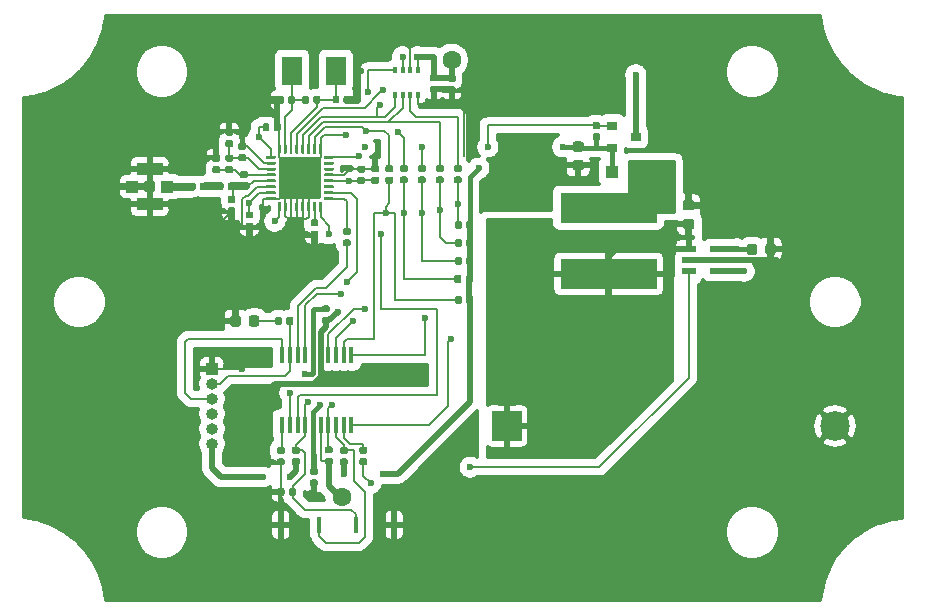
<source format=gbr>
G04 #@! TF.GenerationSoftware,KiCad,Pcbnew,5.1.5+dfsg1-2build2*
G04 #@! TF.CreationDate,2020-09-18T15:20:15+03:00*
G04 #@! TF.ProjectId,NRF_SENDER,4e52465f-5345-44e4-9445-522e6b696361,rev?*
G04 #@! TF.SameCoordinates,Original*
G04 #@! TF.FileFunction,Copper,L1,Top*
G04 #@! TF.FilePolarity,Positive*
%FSLAX46Y46*%
G04 Gerber Fmt 4.6, Leading zero omitted, Abs format (unit mm)*
G04 Created by KiCad (PCBNEW 5.1.5+dfsg1-2build2) date 2020-09-18 15:20:15*
%MOMM*%
%LPD*%
G04 APERTURE LIST*
%ADD10R,0.450000X1.450000*%
%ADD11C,0.100000*%
%ADD12R,1.100000X1.100000*%
%ADD13O,1.000000X1.000000*%
%ADD14R,1.000000X1.000000*%
%ADD15R,2.200000X1.050000*%
%ADD16R,8.200000X2.600000*%
%ADD17R,0.900000X0.800000*%
%ADD18R,0.450000X1.400000*%
%ADD19R,0.350000X0.500000*%
%ADD20R,1.700000X2.400000*%
%ADD21R,1.200000X0.500000*%
%ADD22C,2.500000*%
%ADD23R,2.500000X2.500000*%
%ADD24C,0.600000*%
%ADD25C,1.600000*%
%ADD26C,0.700000*%
%ADD27C,0.200000*%
%ADD28C,0.500000*%
%ADD29C,0.400000*%
%ADD30C,0.300000*%
G04 APERTURE END LIST*
D10*
X76831000Y-72234000D03*
X77481000Y-72234000D03*
X78131000Y-72234000D03*
X78781000Y-72234000D03*
X79431000Y-72234000D03*
X80081000Y-72234000D03*
X80731000Y-72234000D03*
X81381000Y-72234000D03*
X82031000Y-72234000D03*
X82681000Y-72234000D03*
X82681000Y-78134000D03*
X82031000Y-78134000D03*
X81381000Y-78134000D03*
X80731000Y-78134000D03*
X80081000Y-78134000D03*
X79431000Y-78134000D03*
X78781000Y-78134000D03*
X78131000Y-78134000D03*
X77481000Y-78134000D03*
X76831000Y-78134000D03*
G04 #@! TA.AperFunction,SMDPad,CuDef*
D11*
G36*
X80138626Y-59280301D02*
G01*
X80144693Y-59281201D01*
X80150643Y-59282691D01*
X80156418Y-59284758D01*
X80161962Y-59287380D01*
X80167223Y-59290533D01*
X80172150Y-59294187D01*
X80176694Y-59298306D01*
X80180813Y-59302850D01*
X80184467Y-59307777D01*
X80187620Y-59313038D01*
X80190242Y-59318582D01*
X80192309Y-59324357D01*
X80193799Y-59330307D01*
X80194699Y-59336374D01*
X80195000Y-59342500D01*
X80195000Y-60017500D01*
X80194699Y-60023626D01*
X80193799Y-60029693D01*
X80192309Y-60035643D01*
X80190242Y-60041418D01*
X80187620Y-60046962D01*
X80184467Y-60052223D01*
X80180813Y-60057150D01*
X80176694Y-60061694D01*
X80172150Y-60065813D01*
X80167223Y-60069467D01*
X80161962Y-60072620D01*
X80156418Y-60075242D01*
X80150643Y-60077309D01*
X80144693Y-60078799D01*
X80138626Y-60079699D01*
X80132500Y-60080000D01*
X80007500Y-60080000D01*
X80001374Y-60079699D01*
X79995307Y-60078799D01*
X79989357Y-60077309D01*
X79983582Y-60075242D01*
X79978038Y-60072620D01*
X79972777Y-60069467D01*
X79967850Y-60065813D01*
X79963306Y-60061694D01*
X79959187Y-60057150D01*
X79955533Y-60052223D01*
X79952380Y-60046962D01*
X79949758Y-60041418D01*
X79947691Y-60035643D01*
X79946201Y-60029693D01*
X79945301Y-60023626D01*
X79945000Y-60017500D01*
X79945000Y-59342500D01*
X79945301Y-59336374D01*
X79946201Y-59330307D01*
X79947691Y-59324357D01*
X79949758Y-59318582D01*
X79952380Y-59313038D01*
X79955533Y-59307777D01*
X79959187Y-59302850D01*
X79963306Y-59298306D01*
X79967850Y-59294187D01*
X79972777Y-59290533D01*
X79978038Y-59287380D01*
X79983582Y-59284758D01*
X79989357Y-59282691D01*
X79995307Y-59281201D01*
X80001374Y-59280301D01*
X80007500Y-59280000D01*
X80132500Y-59280000D01*
X80138626Y-59280301D01*
G37*
G04 #@! TD.AperFunction*
G04 #@! TA.AperFunction,SMDPad,CuDef*
G36*
X79638626Y-59280301D02*
G01*
X79644693Y-59281201D01*
X79650643Y-59282691D01*
X79656418Y-59284758D01*
X79661962Y-59287380D01*
X79667223Y-59290533D01*
X79672150Y-59294187D01*
X79676694Y-59298306D01*
X79680813Y-59302850D01*
X79684467Y-59307777D01*
X79687620Y-59313038D01*
X79690242Y-59318582D01*
X79692309Y-59324357D01*
X79693799Y-59330307D01*
X79694699Y-59336374D01*
X79695000Y-59342500D01*
X79695000Y-60017500D01*
X79694699Y-60023626D01*
X79693799Y-60029693D01*
X79692309Y-60035643D01*
X79690242Y-60041418D01*
X79687620Y-60046962D01*
X79684467Y-60052223D01*
X79680813Y-60057150D01*
X79676694Y-60061694D01*
X79672150Y-60065813D01*
X79667223Y-60069467D01*
X79661962Y-60072620D01*
X79656418Y-60075242D01*
X79650643Y-60077309D01*
X79644693Y-60078799D01*
X79638626Y-60079699D01*
X79632500Y-60080000D01*
X79507500Y-60080000D01*
X79501374Y-60079699D01*
X79495307Y-60078799D01*
X79489357Y-60077309D01*
X79483582Y-60075242D01*
X79478038Y-60072620D01*
X79472777Y-60069467D01*
X79467850Y-60065813D01*
X79463306Y-60061694D01*
X79459187Y-60057150D01*
X79455533Y-60052223D01*
X79452380Y-60046962D01*
X79449758Y-60041418D01*
X79447691Y-60035643D01*
X79446201Y-60029693D01*
X79445301Y-60023626D01*
X79445000Y-60017500D01*
X79445000Y-59342500D01*
X79445301Y-59336374D01*
X79446201Y-59330307D01*
X79447691Y-59324357D01*
X79449758Y-59318582D01*
X79452380Y-59313038D01*
X79455533Y-59307777D01*
X79459187Y-59302850D01*
X79463306Y-59298306D01*
X79467850Y-59294187D01*
X79472777Y-59290533D01*
X79478038Y-59287380D01*
X79483582Y-59284758D01*
X79489357Y-59282691D01*
X79495307Y-59281201D01*
X79501374Y-59280301D01*
X79507500Y-59280000D01*
X79632500Y-59280000D01*
X79638626Y-59280301D01*
G37*
G04 #@! TD.AperFunction*
G04 #@! TA.AperFunction,SMDPad,CuDef*
G36*
X79138626Y-59280301D02*
G01*
X79144693Y-59281201D01*
X79150643Y-59282691D01*
X79156418Y-59284758D01*
X79161962Y-59287380D01*
X79167223Y-59290533D01*
X79172150Y-59294187D01*
X79176694Y-59298306D01*
X79180813Y-59302850D01*
X79184467Y-59307777D01*
X79187620Y-59313038D01*
X79190242Y-59318582D01*
X79192309Y-59324357D01*
X79193799Y-59330307D01*
X79194699Y-59336374D01*
X79195000Y-59342500D01*
X79195000Y-60017500D01*
X79194699Y-60023626D01*
X79193799Y-60029693D01*
X79192309Y-60035643D01*
X79190242Y-60041418D01*
X79187620Y-60046962D01*
X79184467Y-60052223D01*
X79180813Y-60057150D01*
X79176694Y-60061694D01*
X79172150Y-60065813D01*
X79167223Y-60069467D01*
X79161962Y-60072620D01*
X79156418Y-60075242D01*
X79150643Y-60077309D01*
X79144693Y-60078799D01*
X79138626Y-60079699D01*
X79132500Y-60080000D01*
X79007500Y-60080000D01*
X79001374Y-60079699D01*
X78995307Y-60078799D01*
X78989357Y-60077309D01*
X78983582Y-60075242D01*
X78978038Y-60072620D01*
X78972777Y-60069467D01*
X78967850Y-60065813D01*
X78963306Y-60061694D01*
X78959187Y-60057150D01*
X78955533Y-60052223D01*
X78952380Y-60046962D01*
X78949758Y-60041418D01*
X78947691Y-60035643D01*
X78946201Y-60029693D01*
X78945301Y-60023626D01*
X78945000Y-60017500D01*
X78945000Y-59342500D01*
X78945301Y-59336374D01*
X78946201Y-59330307D01*
X78947691Y-59324357D01*
X78949758Y-59318582D01*
X78952380Y-59313038D01*
X78955533Y-59307777D01*
X78959187Y-59302850D01*
X78963306Y-59298306D01*
X78967850Y-59294187D01*
X78972777Y-59290533D01*
X78978038Y-59287380D01*
X78983582Y-59284758D01*
X78989357Y-59282691D01*
X78995307Y-59281201D01*
X79001374Y-59280301D01*
X79007500Y-59280000D01*
X79132500Y-59280000D01*
X79138626Y-59280301D01*
G37*
G04 #@! TD.AperFunction*
G04 #@! TA.AperFunction,SMDPad,CuDef*
G36*
X78638626Y-59280301D02*
G01*
X78644693Y-59281201D01*
X78650643Y-59282691D01*
X78656418Y-59284758D01*
X78661962Y-59287380D01*
X78667223Y-59290533D01*
X78672150Y-59294187D01*
X78676694Y-59298306D01*
X78680813Y-59302850D01*
X78684467Y-59307777D01*
X78687620Y-59313038D01*
X78690242Y-59318582D01*
X78692309Y-59324357D01*
X78693799Y-59330307D01*
X78694699Y-59336374D01*
X78695000Y-59342500D01*
X78695000Y-60017500D01*
X78694699Y-60023626D01*
X78693799Y-60029693D01*
X78692309Y-60035643D01*
X78690242Y-60041418D01*
X78687620Y-60046962D01*
X78684467Y-60052223D01*
X78680813Y-60057150D01*
X78676694Y-60061694D01*
X78672150Y-60065813D01*
X78667223Y-60069467D01*
X78661962Y-60072620D01*
X78656418Y-60075242D01*
X78650643Y-60077309D01*
X78644693Y-60078799D01*
X78638626Y-60079699D01*
X78632500Y-60080000D01*
X78507500Y-60080000D01*
X78501374Y-60079699D01*
X78495307Y-60078799D01*
X78489357Y-60077309D01*
X78483582Y-60075242D01*
X78478038Y-60072620D01*
X78472777Y-60069467D01*
X78467850Y-60065813D01*
X78463306Y-60061694D01*
X78459187Y-60057150D01*
X78455533Y-60052223D01*
X78452380Y-60046962D01*
X78449758Y-60041418D01*
X78447691Y-60035643D01*
X78446201Y-60029693D01*
X78445301Y-60023626D01*
X78445000Y-60017500D01*
X78445000Y-59342500D01*
X78445301Y-59336374D01*
X78446201Y-59330307D01*
X78447691Y-59324357D01*
X78449758Y-59318582D01*
X78452380Y-59313038D01*
X78455533Y-59307777D01*
X78459187Y-59302850D01*
X78463306Y-59298306D01*
X78467850Y-59294187D01*
X78472777Y-59290533D01*
X78478038Y-59287380D01*
X78483582Y-59284758D01*
X78489357Y-59282691D01*
X78495307Y-59281201D01*
X78501374Y-59280301D01*
X78507500Y-59280000D01*
X78632500Y-59280000D01*
X78638626Y-59280301D01*
G37*
G04 #@! TD.AperFunction*
G04 #@! TA.AperFunction,SMDPad,CuDef*
G36*
X78138626Y-59280301D02*
G01*
X78144693Y-59281201D01*
X78150643Y-59282691D01*
X78156418Y-59284758D01*
X78161962Y-59287380D01*
X78167223Y-59290533D01*
X78172150Y-59294187D01*
X78176694Y-59298306D01*
X78180813Y-59302850D01*
X78184467Y-59307777D01*
X78187620Y-59313038D01*
X78190242Y-59318582D01*
X78192309Y-59324357D01*
X78193799Y-59330307D01*
X78194699Y-59336374D01*
X78195000Y-59342500D01*
X78195000Y-60017500D01*
X78194699Y-60023626D01*
X78193799Y-60029693D01*
X78192309Y-60035643D01*
X78190242Y-60041418D01*
X78187620Y-60046962D01*
X78184467Y-60052223D01*
X78180813Y-60057150D01*
X78176694Y-60061694D01*
X78172150Y-60065813D01*
X78167223Y-60069467D01*
X78161962Y-60072620D01*
X78156418Y-60075242D01*
X78150643Y-60077309D01*
X78144693Y-60078799D01*
X78138626Y-60079699D01*
X78132500Y-60080000D01*
X78007500Y-60080000D01*
X78001374Y-60079699D01*
X77995307Y-60078799D01*
X77989357Y-60077309D01*
X77983582Y-60075242D01*
X77978038Y-60072620D01*
X77972777Y-60069467D01*
X77967850Y-60065813D01*
X77963306Y-60061694D01*
X77959187Y-60057150D01*
X77955533Y-60052223D01*
X77952380Y-60046962D01*
X77949758Y-60041418D01*
X77947691Y-60035643D01*
X77946201Y-60029693D01*
X77945301Y-60023626D01*
X77945000Y-60017500D01*
X77945000Y-59342500D01*
X77945301Y-59336374D01*
X77946201Y-59330307D01*
X77947691Y-59324357D01*
X77949758Y-59318582D01*
X77952380Y-59313038D01*
X77955533Y-59307777D01*
X77959187Y-59302850D01*
X77963306Y-59298306D01*
X77967850Y-59294187D01*
X77972777Y-59290533D01*
X77978038Y-59287380D01*
X77983582Y-59284758D01*
X77989357Y-59282691D01*
X77995307Y-59281201D01*
X78001374Y-59280301D01*
X78007500Y-59280000D01*
X78132500Y-59280000D01*
X78138626Y-59280301D01*
G37*
G04 #@! TD.AperFunction*
G04 #@! TA.AperFunction,SMDPad,CuDef*
G36*
X77638626Y-59280301D02*
G01*
X77644693Y-59281201D01*
X77650643Y-59282691D01*
X77656418Y-59284758D01*
X77661962Y-59287380D01*
X77667223Y-59290533D01*
X77672150Y-59294187D01*
X77676694Y-59298306D01*
X77680813Y-59302850D01*
X77684467Y-59307777D01*
X77687620Y-59313038D01*
X77690242Y-59318582D01*
X77692309Y-59324357D01*
X77693799Y-59330307D01*
X77694699Y-59336374D01*
X77695000Y-59342500D01*
X77695000Y-60017500D01*
X77694699Y-60023626D01*
X77693799Y-60029693D01*
X77692309Y-60035643D01*
X77690242Y-60041418D01*
X77687620Y-60046962D01*
X77684467Y-60052223D01*
X77680813Y-60057150D01*
X77676694Y-60061694D01*
X77672150Y-60065813D01*
X77667223Y-60069467D01*
X77661962Y-60072620D01*
X77656418Y-60075242D01*
X77650643Y-60077309D01*
X77644693Y-60078799D01*
X77638626Y-60079699D01*
X77632500Y-60080000D01*
X77507500Y-60080000D01*
X77501374Y-60079699D01*
X77495307Y-60078799D01*
X77489357Y-60077309D01*
X77483582Y-60075242D01*
X77478038Y-60072620D01*
X77472777Y-60069467D01*
X77467850Y-60065813D01*
X77463306Y-60061694D01*
X77459187Y-60057150D01*
X77455533Y-60052223D01*
X77452380Y-60046962D01*
X77449758Y-60041418D01*
X77447691Y-60035643D01*
X77446201Y-60029693D01*
X77445301Y-60023626D01*
X77445000Y-60017500D01*
X77445000Y-59342500D01*
X77445301Y-59336374D01*
X77446201Y-59330307D01*
X77447691Y-59324357D01*
X77449758Y-59318582D01*
X77452380Y-59313038D01*
X77455533Y-59307777D01*
X77459187Y-59302850D01*
X77463306Y-59298306D01*
X77467850Y-59294187D01*
X77472777Y-59290533D01*
X77478038Y-59287380D01*
X77483582Y-59284758D01*
X77489357Y-59282691D01*
X77495307Y-59281201D01*
X77501374Y-59280301D01*
X77507500Y-59280000D01*
X77632500Y-59280000D01*
X77638626Y-59280301D01*
G37*
G04 #@! TD.AperFunction*
G04 #@! TA.AperFunction,SMDPad,CuDef*
G36*
X77138626Y-59280301D02*
G01*
X77144693Y-59281201D01*
X77150643Y-59282691D01*
X77156418Y-59284758D01*
X77161962Y-59287380D01*
X77167223Y-59290533D01*
X77172150Y-59294187D01*
X77176694Y-59298306D01*
X77180813Y-59302850D01*
X77184467Y-59307777D01*
X77187620Y-59313038D01*
X77190242Y-59318582D01*
X77192309Y-59324357D01*
X77193799Y-59330307D01*
X77194699Y-59336374D01*
X77195000Y-59342500D01*
X77195000Y-60017500D01*
X77194699Y-60023626D01*
X77193799Y-60029693D01*
X77192309Y-60035643D01*
X77190242Y-60041418D01*
X77187620Y-60046962D01*
X77184467Y-60052223D01*
X77180813Y-60057150D01*
X77176694Y-60061694D01*
X77172150Y-60065813D01*
X77167223Y-60069467D01*
X77161962Y-60072620D01*
X77156418Y-60075242D01*
X77150643Y-60077309D01*
X77144693Y-60078799D01*
X77138626Y-60079699D01*
X77132500Y-60080000D01*
X77007500Y-60080000D01*
X77001374Y-60079699D01*
X76995307Y-60078799D01*
X76989357Y-60077309D01*
X76983582Y-60075242D01*
X76978038Y-60072620D01*
X76972777Y-60069467D01*
X76967850Y-60065813D01*
X76963306Y-60061694D01*
X76959187Y-60057150D01*
X76955533Y-60052223D01*
X76952380Y-60046962D01*
X76949758Y-60041418D01*
X76947691Y-60035643D01*
X76946201Y-60029693D01*
X76945301Y-60023626D01*
X76945000Y-60017500D01*
X76945000Y-59342500D01*
X76945301Y-59336374D01*
X76946201Y-59330307D01*
X76947691Y-59324357D01*
X76949758Y-59318582D01*
X76952380Y-59313038D01*
X76955533Y-59307777D01*
X76959187Y-59302850D01*
X76963306Y-59298306D01*
X76967850Y-59294187D01*
X76972777Y-59290533D01*
X76978038Y-59287380D01*
X76983582Y-59284758D01*
X76989357Y-59282691D01*
X76995307Y-59281201D01*
X77001374Y-59280301D01*
X77007500Y-59280000D01*
X77132500Y-59280000D01*
X77138626Y-59280301D01*
G37*
G04 #@! TD.AperFunction*
G04 #@! TA.AperFunction,SMDPad,CuDef*
G36*
X76638626Y-59280301D02*
G01*
X76644693Y-59281201D01*
X76650643Y-59282691D01*
X76656418Y-59284758D01*
X76661962Y-59287380D01*
X76667223Y-59290533D01*
X76672150Y-59294187D01*
X76676694Y-59298306D01*
X76680813Y-59302850D01*
X76684467Y-59307777D01*
X76687620Y-59313038D01*
X76690242Y-59318582D01*
X76692309Y-59324357D01*
X76693799Y-59330307D01*
X76694699Y-59336374D01*
X76695000Y-59342500D01*
X76695000Y-60017500D01*
X76694699Y-60023626D01*
X76693799Y-60029693D01*
X76692309Y-60035643D01*
X76690242Y-60041418D01*
X76687620Y-60046962D01*
X76684467Y-60052223D01*
X76680813Y-60057150D01*
X76676694Y-60061694D01*
X76672150Y-60065813D01*
X76667223Y-60069467D01*
X76661962Y-60072620D01*
X76656418Y-60075242D01*
X76650643Y-60077309D01*
X76644693Y-60078799D01*
X76638626Y-60079699D01*
X76632500Y-60080000D01*
X76507500Y-60080000D01*
X76501374Y-60079699D01*
X76495307Y-60078799D01*
X76489357Y-60077309D01*
X76483582Y-60075242D01*
X76478038Y-60072620D01*
X76472777Y-60069467D01*
X76467850Y-60065813D01*
X76463306Y-60061694D01*
X76459187Y-60057150D01*
X76455533Y-60052223D01*
X76452380Y-60046962D01*
X76449758Y-60041418D01*
X76447691Y-60035643D01*
X76446201Y-60029693D01*
X76445301Y-60023626D01*
X76445000Y-60017500D01*
X76445000Y-59342500D01*
X76445301Y-59336374D01*
X76446201Y-59330307D01*
X76447691Y-59324357D01*
X76449758Y-59318582D01*
X76452380Y-59313038D01*
X76455533Y-59307777D01*
X76459187Y-59302850D01*
X76463306Y-59298306D01*
X76467850Y-59294187D01*
X76472777Y-59290533D01*
X76478038Y-59287380D01*
X76483582Y-59284758D01*
X76489357Y-59282691D01*
X76495307Y-59281201D01*
X76501374Y-59280301D01*
X76507500Y-59280000D01*
X76632500Y-59280000D01*
X76638626Y-59280301D01*
G37*
G04 #@! TD.AperFunction*
G04 #@! TA.AperFunction,SMDPad,CuDef*
G36*
X76213626Y-58855301D02*
G01*
X76219693Y-58856201D01*
X76225643Y-58857691D01*
X76231418Y-58859758D01*
X76236962Y-58862380D01*
X76242223Y-58865533D01*
X76247150Y-58869187D01*
X76251694Y-58873306D01*
X76255813Y-58877850D01*
X76259467Y-58882777D01*
X76262620Y-58888038D01*
X76265242Y-58893582D01*
X76267309Y-58899357D01*
X76268799Y-58905307D01*
X76269699Y-58911374D01*
X76270000Y-58917500D01*
X76270000Y-59042500D01*
X76269699Y-59048626D01*
X76268799Y-59054693D01*
X76267309Y-59060643D01*
X76265242Y-59066418D01*
X76262620Y-59071962D01*
X76259467Y-59077223D01*
X76255813Y-59082150D01*
X76251694Y-59086694D01*
X76247150Y-59090813D01*
X76242223Y-59094467D01*
X76236962Y-59097620D01*
X76231418Y-59100242D01*
X76225643Y-59102309D01*
X76219693Y-59103799D01*
X76213626Y-59104699D01*
X76207500Y-59105000D01*
X75532500Y-59105000D01*
X75526374Y-59104699D01*
X75520307Y-59103799D01*
X75514357Y-59102309D01*
X75508582Y-59100242D01*
X75503038Y-59097620D01*
X75497777Y-59094467D01*
X75492850Y-59090813D01*
X75488306Y-59086694D01*
X75484187Y-59082150D01*
X75480533Y-59077223D01*
X75477380Y-59071962D01*
X75474758Y-59066418D01*
X75472691Y-59060643D01*
X75471201Y-59054693D01*
X75470301Y-59048626D01*
X75470000Y-59042500D01*
X75470000Y-58917500D01*
X75470301Y-58911374D01*
X75471201Y-58905307D01*
X75472691Y-58899357D01*
X75474758Y-58893582D01*
X75477380Y-58888038D01*
X75480533Y-58882777D01*
X75484187Y-58877850D01*
X75488306Y-58873306D01*
X75492850Y-58869187D01*
X75497777Y-58865533D01*
X75503038Y-58862380D01*
X75508582Y-58859758D01*
X75514357Y-58857691D01*
X75520307Y-58856201D01*
X75526374Y-58855301D01*
X75532500Y-58855000D01*
X76207500Y-58855000D01*
X76213626Y-58855301D01*
G37*
G04 #@! TD.AperFunction*
G04 #@! TA.AperFunction,SMDPad,CuDef*
G36*
X76213626Y-58355301D02*
G01*
X76219693Y-58356201D01*
X76225643Y-58357691D01*
X76231418Y-58359758D01*
X76236962Y-58362380D01*
X76242223Y-58365533D01*
X76247150Y-58369187D01*
X76251694Y-58373306D01*
X76255813Y-58377850D01*
X76259467Y-58382777D01*
X76262620Y-58388038D01*
X76265242Y-58393582D01*
X76267309Y-58399357D01*
X76268799Y-58405307D01*
X76269699Y-58411374D01*
X76270000Y-58417500D01*
X76270000Y-58542500D01*
X76269699Y-58548626D01*
X76268799Y-58554693D01*
X76267309Y-58560643D01*
X76265242Y-58566418D01*
X76262620Y-58571962D01*
X76259467Y-58577223D01*
X76255813Y-58582150D01*
X76251694Y-58586694D01*
X76247150Y-58590813D01*
X76242223Y-58594467D01*
X76236962Y-58597620D01*
X76231418Y-58600242D01*
X76225643Y-58602309D01*
X76219693Y-58603799D01*
X76213626Y-58604699D01*
X76207500Y-58605000D01*
X75532500Y-58605000D01*
X75526374Y-58604699D01*
X75520307Y-58603799D01*
X75514357Y-58602309D01*
X75508582Y-58600242D01*
X75503038Y-58597620D01*
X75497777Y-58594467D01*
X75492850Y-58590813D01*
X75488306Y-58586694D01*
X75484187Y-58582150D01*
X75480533Y-58577223D01*
X75477380Y-58571962D01*
X75474758Y-58566418D01*
X75472691Y-58560643D01*
X75471201Y-58554693D01*
X75470301Y-58548626D01*
X75470000Y-58542500D01*
X75470000Y-58417500D01*
X75470301Y-58411374D01*
X75471201Y-58405307D01*
X75472691Y-58399357D01*
X75474758Y-58393582D01*
X75477380Y-58388038D01*
X75480533Y-58382777D01*
X75484187Y-58377850D01*
X75488306Y-58373306D01*
X75492850Y-58369187D01*
X75497777Y-58365533D01*
X75503038Y-58362380D01*
X75508582Y-58359758D01*
X75514357Y-58357691D01*
X75520307Y-58356201D01*
X75526374Y-58355301D01*
X75532500Y-58355000D01*
X76207500Y-58355000D01*
X76213626Y-58355301D01*
G37*
G04 #@! TD.AperFunction*
G04 #@! TA.AperFunction,SMDPad,CuDef*
G36*
X76213626Y-57855301D02*
G01*
X76219693Y-57856201D01*
X76225643Y-57857691D01*
X76231418Y-57859758D01*
X76236962Y-57862380D01*
X76242223Y-57865533D01*
X76247150Y-57869187D01*
X76251694Y-57873306D01*
X76255813Y-57877850D01*
X76259467Y-57882777D01*
X76262620Y-57888038D01*
X76265242Y-57893582D01*
X76267309Y-57899357D01*
X76268799Y-57905307D01*
X76269699Y-57911374D01*
X76270000Y-57917500D01*
X76270000Y-58042500D01*
X76269699Y-58048626D01*
X76268799Y-58054693D01*
X76267309Y-58060643D01*
X76265242Y-58066418D01*
X76262620Y-58071962D01*
X76259467Y-58077223D01*
X76255813Y-58082150D01*
X76251694Y-58086694D01*
X76247150Y-58090813D01*
X76242223Y-58094467D01*
X76236962Y-58097620D01*
X76231418Y-58100242D01*
X76225643Y-58102309D01*
X76219693Y-58103799D01*
X76213626Y-58104699D01*
X76207500Y-58105000D01*
X75532500Y-58105000D01*
X75526374Y-58104699D01*
X75520307Y-58103799D01*
X75514357Y-58102309D01*
X75508582Y-58100242D01*
X75503038Y-58097620D01*
X75497777Y-58094467D01*
X75492850Y-58090813D01*
X75488306Y-58086694D01*
X75484187Y-58082150D01*
X75480533Y-58077223D01*
X75477380Y-58071962D01*
X75474758Y-58066418D01*
X75472691Y-58060643D01*
X75471201Y-58054693D01*
X75470301Y-58048626D01*
X75470000Y-58042500D01*
X75470000Y-57917500D01*
X75470301Y-57911374D01*
X75471201Y-57905307D01*
X75472691Y-57899357D01*
X75474758Y-57893582D01*
X75477380Y-57888038D01*
X75480533Y-57882777D01*
X75484187Y-57877850D01*
X75488306Y-57873306D01*
X75492850Y-57869187D01*
X75497777Y-57865533D01*
X75503038Y-57862380D01*
X75508582Y-57859758D01*
X75514357Y-57857691D01*
X75520307Y-57856201D01*
X75526374Y-57855301D01*
X75532500Y-57855000D01*
X76207500Y-57855000D01*
X76213626Y-57855301D01*
G37*
G04 #@! TD.AperFunction*
G04 #@! TA.AperFunction,SMDPad,CuDef*
G36*
X76213626Y-57355301D02*
G01*
X76219693Y-57356201D01*
X76225643Y-57357691D01*
X76231418Y-57359758D01*
X76236962Y-57362380D01*
X76242223Y-57365533D01*
X76247150Y-57369187D01*
X76251694Y-57373306D01*
X76255813Y-57377850D01*
X76259467Y-57382777D01*
X76262620Y-57388038D01*
X76265242Y-57393582D01*
X76267309Y-57399357D01*
X76268799Y-57405307D01*
X76269699Y-57411374D01*
X76270000Y-57417500D01*
X76270000Y-57542500D01*
X76269699Y-57548626D01*
X76268799Y-57554693D01*
X76267309Y-57560643D01*
X76265242Y-57566418D01*
X76262620Y-57571962D01*
X76259467Y-57577223D01*
X76255813Y-57582150D01*
X76251694Y-57586694D01*
X76247150Y-57590813D01*
X76242223Y-57594467D01*
X76236962Y-57597620D01*
X76231418Y-57600242D01*
X76225643Y-57602309D01*
X76219693Y-57603799D01*
X76213626Y-57604699D01*
X76207500Y-57605000D01*
X75532500Y-57605000D01*
X75526374Y-57604699D01*
X75520307Y-57603799D01*
X75514357Y-57602309D01*
X75508582Y-57600242D01*
X75503038Y-57597620D01*
X75497777Y-57594467D01*
X75492850Y-57590813D01*
X75488306Y-57586694D01*
X75484187Y-57582150D01*
X75480533Y-57577223D01*
X75477380Y-57571962D01*
X75474758Y-57566418D01*
X75472691Y-57560643D01*
X75471201Y-57554693D01*
X75470301Y-57548626D01*
X75470000Y-57542500D01*
X75470000Y-57417500D01*
X75470301Y-57411374D01*
X75471201Y-57405307D01*
X75472691Y-57399357D01*
X75474758Y-57393582D01*
X75477380Y-57388038D01*
X75480533Y-57382777D01*
X75484187Y-57377850D01*
X75488306Y-57373306D01*
X75492850Y-57369187D01*
X75497777Y-57365533D01*
X75503038Y-57362380D01*
X75508582Y-57359758D01*
X75514357Y-57357691D01*
X75520307Y-57356201D01*
X75526374Y-57355301D01*
X75532500Y-57355000D01*
X76207500Y-57355000D01*
X76213626Y-57355301D01*
G37*
G04 #@! TD.AperFunction*
G04 #@! TA.AperFunction,SMDPad,CuDef*
G36*
X76213626Y-56855301D02*
G01*
X76219693Y-56856201D01*
X76225643Y-56857691D01*
X76231418Y-56859758D01*
X76236962Y-56862380D01*
X76242223Y-56865533D01*
X76247150Y-56869187D01*
X76251694Y-56873306D01*
X76255813Y-56877850D01*
X76259467Y-56882777D01*
X76262620Y-56888038D01*
X76265242Y-56893582D01*
X76267309Y-56899357D01*
X76268799Y-56905307D01*
X76269699Y-56911374D01*
X76270000Y-56917500D01*
X76270000Y-57042500D01*
X76269699Y-57048626D01*
X76268799Y-57054693D01*
X76267309Y-57060643D01*
X76265242Y-57066418D01*
X76262620Y-57071962D01*
X76259467Y-57077223D01*
X76255813Y-57082150D01*
X76251694Y-57086694D01*
X76247150Y-57090813D01*
X76242223Y-57094467D01*
X76236962Y-57097620D01*
X76231418Y-57100242D01*
X76225643Y-57102309D01*
X76219693Y-57103799D01*
X76213626Y-57104699D01*
X76207500Y-57105000D01*
X75532500Y-57105000D01*
X75526374Y-57104699D01*
X75520307Y-57103799D01*
X75514357Y-57102309D01*
X75508582Y-57100242D01*
X75503038Y-57097620D01*
X75497777Y-57094467D01*
X75492850Y-57090813D01*
X75488306Y-57086694D01*
X75484187Y-57082150D01*
X75480533Y-57077223D01*
X75477380Y-57071962D01*
X75474758Y-57066418D01*
X75472691Y-57060643D01*
X75471201Y-57054693D01*
X75470301Y-57048626D01*
X75470000Y-57042500D01*
X75470000Y-56917500D01*
X75470301Y-56911374D01*
X75471201Y-56905307D01*
X75472691Y-56899357D01*
X75474758Y-56893582D01*
X75477380Y-56888038D01*
X75480533Y-56882777D01*
X75484187Y-56877850D01*
X75488306Y-56873306D01*
X75492850Y-56869187D01*
X75497777Y-56865533D01*
X75503038Y-56862380D01*
X75508582Y-56859758D01*
X75514357Y-56857691D01*
X75520307Y-56856201D01*
X75526374Y-56855301D01*
X75532500Y-56855000D01*
X76207500Y-56855000D01*
X76213626Y-56855301D01*
G37*
G04 #@! TD.AperFunction*
G04 #@! TA.AperFunction,SMDPad,CuDef*
G36*
X76213626Y-56355301D02*
G01*
X76219693Y-56356201D01*
X76225643Y-56357691D01*
X76231418Y-56359758D01*
X76236962Y-56362380D01*
X76242223Y-56365533D01*
X76247150Y-56369187D01*
X76251694Y-56373306D01*
X76255813Y-56377850D01*
X76259467Y-56382777D01*
X76262620Y-56388038D01*
X76265242Y-56393582D01*
X76267309Y-56399357D01*
X76268799Y-56405307D01*
X76269699Y-56411374D01*
X76270000Y-56417500D01*
X76270000Y-56542500D01*
X76269699Y-56548626D01*
X76268799Y-56554693D01*
X76267309Y-56560643D01*
X76265242Y-56566418D01*
X76262620Y-56571962D01*
X76259467Y-56577223D01*
X76255813Y-56582150D01*
X76251694Y-56586694D01*
X76247150Y-56590813D01*
X76242223Y-56594467D01*
X76236962Y-56597620D01*
X76231418Y-56600242D01*
X76225643Y-56602309D01*
X76219693Y-56603799D01*
X76213626Y-56604699D01*
X76207500Y-56605000D01*
X75532500Y-56605000D01*
X75526374Y-56604699D01*
X75520307Y-56603799D01*
X75514357Y-56602309D01*
X75508582Y-56600242D01*
X75503038Y-56597620D01*
X75497777Y-56594467D01*
X75492850Y-56590813D01*
X75488306Y-56586694D01*
X75484187Y-56582150D01*
X75480533Y-56577223D01*
X75477380Y-56571962D01*
X75474758Y-56566418D01*
X75472691Y-56560643D01*
X75471201Y-56554693D01*
X75470301Y-56548626D01*
X75470000Y-56542500D01*
X75470000Y-56417500D01*
X75470301Y-56411374D01*
X75471201Y-56405307D01*
X75472691Y-56399357D01*
X75474758Y-56393582D01*
X75477380Y-56388038D01*
X75480533Y-56382777D01*
X75484187Y-56377850D01*
X75488306Y-56373306D01*
X75492850Y-56369187D01*
X75497777Y-56365533D01*
X75503038Y-56362380D01*
X75508582Y-56359758D01*
X75514357Y-56357691D01*
X75520307Y-56356201D01*
X75526374Y-56355301D01*
X75532500Y-56355000D01*
X76207500Y-56355000D01*
X76213626Y-56355301D01*
G37*
G04 #@! TD.AperFunction*
G04 #@! TA.AperFunction,SMDPad,CuDef*
G36*
X76213626Y-55855301D02*
G01*
X76219693Y-55856201D01*
X76225643Y-55857691D01*
X76231418Y-55859758D01*
X76236962Y-55862380D01*
X76242223Y-55865533D01*
X76247150Y-55869187D01*
X76251694Y-55873306D01*
X76255813Y-55877850D01*
X76259467Y-55882777D01*
X76262620Y-55888038D01*
X76265242Y-55893582D01*
X76267309Y-55899357D01*
X76268799Y-55905307D01*
X76269699Y-55911374D01*
X76270000Y-55917500D01*
X76270000Y-56042500D01*
X76269699Y-56048626D01*
X76268799Y-56054693D01*
X76267309Y-56060643D01*
X76265242Y-56066418D01*
X76262620Y-56071962D01*
X76259467Y-56077223D01*
X76255813Y-56082150D01*
X76251694Y-56086694D01*
X76247150Y-56090813D01*
X76242223Y-56094467D01*
X76236962Y-56097620D01*
X76231418Y-56100242D01*
X76225643Y-56102309D01*
X76219693Y-56103799D01*
X76213626Y-56104699D01*
X76207500Y-56105000D01*
X75532500Y-56105000D01*
X75526374Y-56104699D01*
X75520307Y-56103799D01*
X75514357Y-56102309D01*
X75508582Y-56100242D01*
X75503038Y-56097620D01*
X75497777Y-56094467D01*
X75492850Y-56090813D01*
X75488306Y-56086694D01*
X75484187Y-56082150D01*
X75480533Y-56077223D01*
X75477380Y-56071962D01*
X75474758Y-56066418D01*
X75472691Y-56060643D01*
X75471201Y-56054693D01*
X75470301Y-56048626D01*
X75470000Y-56042500D01*
X75470000Y-55917500D01*
X75470301Y-55911374D01*
X75471201Y-55905307D01*
X75472691Y-55899357D01*
X75474758Y-55893582D01*
X75477380Y-55888038D01*
X75480533Y-55882777D01*
X75484187Y-55877850D01*
X75488306Y-55873306D01*
X75492850Y-55869187D01*
X75497777Y-55865533D01*
X75503038Y-55862380D01*
X75508582Y-55859758D01*
X75514357Y-55857691D01*
X75520307Y-55856201D01*
X75526374Y-55855301D01*
X75532500Y-55855000D01*
X76207500Y-55855000D01*
X76213626Y-55855301D01*
G37*
G04 #@! TD.AperFunction*
G04 #@! TA.AperFunction,SMDPad,CuDef*
G36*
X76213626Y-55355301D02*
G01*
X76219693Y-55356201D01*
X76225643Y-55357691D01*
X76231418Y-55359758D01*
X76236962Y-55362380D01*
X76242223Y-55365533D01*
X76247150Y-55369187D01*
X76251694Y-55373306D01*
X76255813Y-55377850D01*
X76259467Y-55382777D01*
X76262620Y-55388038D01*
X76265242Y-55393582D01*
X76267309Y-55399357D01*
X76268799Y-55405307D01*
X76269699Y-55411374D01*
X76270000Y-55417500D01*
X76270000Y-55542500D01*
X76269699Y-55548626D01*
X76268799Y-55554693D01*
X76267309Y-55560643D01*
X76265242Y-55566418D01*
X76262620Y-55571962D01*
X76259467Y-55577223D01*
X76255813Y-55582150D01*
X76251694Y-55586694D01*
X76247150Y-55590813D01*
X76242223Y-55594467D01*
X76236962Y-55597620D01*
X76231418Y-55600242D01*
X76225643Y-55602309D01*
X76219693Y-55603799D01*
X76213626Y-55604699D01*
X76207500Y-55605000D01*
X75532500Y-55605000D01*
X75526374Y-55604699D01*
X75520307Y-55603799D01*
X75514357Y-55602309D01*
X75508582Y-55600242D01*
X75503038Y-55597620D01*
X75497777Y-55594467D01*
X75492850Y-55590813D01*
X75488306Y-55586694D01*
X75484187Y-55582150D01*
X75480533Y-55577223D01*
X75477380Y-55571962D01*
X75474758Y-55566418D01*
X75472691Y-55560643D01*
X75471201Y-55554693D01*
X75470301Y-55548626D01*
X75470000Y-55542500D01*
X75470000Y-55417500D01*
X75470301Y-55411374D01*
X75471201Y-55405307D01*
X75472691Y-55399357D01*
X75474758Y-55393582D01*
X75477380Y-55388038D01*
X75480533Y-55382777D01*
X75484187Y-55377850D01*
X75488306Y-55373306D01*
X75492850Y-55369187D01*
X75497777Y-55365533D01*
X75503038Y-55362380D01*
X75508582Y-55359758D01*
X75514357Y-55357691D01*
X75520307Y-55356201D01*
X75526374Y-55355301D01*
X75532500Y-55355000D01*
X76207500Y-55355000D01*
X76213626Y-55355301D01*
G37*
G04 #@! TD.AperFunction*
G04 #@! TA.AperFunction,SMDPad,CuDef*
G36*
X76638626Y-54380301D02*
G01*
X76644693Y-54381201D01*
X76650643Y-54382691D01*
X76656418Y-54384758D01*
X76661962Y-54387380D01*
X76667223Y-54390533D01*
X76672150Y-54394187D01*
X76676694Y-54398306D01*
X76680813Y-54402850D01*
X76684467Y-54407777D01*
X76687620Y-54413038D01*
X76690242Y-54418582D01*
X76692309Y-54424357D01*
X76693799Y-54430307D01*
X76694699Y-54436374D01*
X76695000Y-54442500D01*
X76695000Y-55117500D01*
X76694699Y-55123626D01*
X76693799Y-55129693D01*
X76692309Y-55135643D01*
X76690242Y-55141418D01*
X76687620Y-55146962D01*
X76684467Y-55152223D01*
X76680813Y-55157150D01*
X76676694Y-55161694D01*
X76672150Y-55165813D01*
X76667223Y-55169467D01*
X76661962Y-55172620D01*
X76656418Y-55175242D01*
X76650643Y-55177309D01*
X76644693Y-55178799D01*
X76638626Y-55179699D01*
X76632500Y-55180000D01*
X76507500Y-55180000D01*
X76501374Y-55179699D01*
X76495307Y-55178799D01*
X76489357Y-55177309D01*
X76483582Y-55175242D01*
X76478038Y-55172620D01*
X76472777Y-55169467D01*
X76467850Y-55165813D01*
X76463306Y-55161694D01*
X76459187Y-55157150D01*
X76455533Y-55152223D01*
X76452380Y-55146962D01*
X76449758Y-55141418D01*
X76447691Y-55135643D01*
X76446201Y-55129693D01*
X76445301Y-55123626D01*
X76445000Y-55117500D01*
X76445000Y-54442500D01*
X76445301Y-54436374D01*
X76446201Y-54430307D01*
X76447691Y-54424357D01*
X76449758Y-54418582D01*
X76452380Y-54413038D01*
X76455533Y-54407777D01*
X76459187Y-54402850D01*
X76463306Y-54398306D01*
X76467850Y-54394187D01*
X76472777Y-54390533D01*
X76478038Y-54387380D01*
X76483582Y-54384758D01*
X76489357Y-54382691D01*
X76495307Y-54381201D01*
X76501374Y-54380301D01*
X76507500Y-54380000D01*
X76632500Y-54380000D01*
X76638626Y-54380301D01*
G37*
G04 #@! TD.AperFunction*
G04 #@! TA.AperFunction,SMDPad,CuDef*
G36*
X77138626Y-54380301D02*
G01*
X77144693Y-54381201D01*
X77150643Y-54382691D01*
X77156418Y-54384758D01*
X77161962Y-54387380D01*
X77167223Y-54390533D01*
X77172150Y-54394187D01*
X77176694Y-54398306D01*
X77180813Y-54402850D01*
X77184467Y-54407777D01*
X77187620Y-54413038D01*
X77190242Y-54418582D01*
X77192309Y-54424357D01*
X77193799Y-54430307D01*
X77194699Y-54436374D01*
X77195000Y-54442500D01*
X77195000Y-55117500D01*
X77194699Y-55123626D01*
X77193799Y-55129693D01*
X77192309Y-55135643D01*
X77190242Y-55141418D01*
X77187620Y-55146962D01*
X77184467Y-55152223D01*
X77180813Y-55157150D01*
X77176694Y-55161694D01*
X77172150Y-55165813D01*
X77167223Y-55169467D01*
X77161962Y-55172620D01*
X77156418Y-55175242D01*
X77150643Y-55177309D01*
X77144693Y-55178799D01*
X77138626Y-55179699D01*
X77132500Y-55180000D01*
X77007500Y-55180000D01*
X77001374Y-55179699D01*
X76995307Y-55178799D01*
X76989357Y-55177309D01*
X76983582Y-55175242D01*
X76978038Y-55172620D01*
X76972777Y-55169467D01*
X76967850Y-55165813D01*
X76963306Y-55161694D01*
X76959187Y-55157150D01*
X76955533Y-55152223D01*
X76952380Y-55146962D01*
X76949758Y-55141418D01*
X76947691Y-55135643D01*
X76946201Y-55129693D01*
X76945301Y-55123626D01*
X76945000Y-55117500D01*
X76945000Y-54442500D01*
X76945301Y-54436374D01*
X76946201Y-54430307D01*
X76947691Y-54424357D01*
X76949758Y-54418582D01*
X76952380Y-54413038D01*
X76955533Y-54407777D01*
X76959187Y-54402850D01*
X76963306Y-54398306D01*
X76967850Y-54394187D01*
X76972777Y-54390533D01*
X76978038Y-54387380D01*
X76983582Y-54384758D01*
X76989357Y-54382691D01*
X76995307Y-54381201D01*
X77001374Y-54380301D01*
X77007500Y-54380000D01*
X77132500Y-54380000D01*
X77138626Y-54380301D01*
G37*
G04 #@! TD.AperFunction*
G04 #@! TA.AperFunction,SMDPad,CuDef*
G36*
X77638626Y-54380301D02*
G01*
X77644693Y-54381201D01*
X77650643Y-54382691D01*
X77656418Y-54384758D01*
X77661962Y-54387380D01*
X77667223Y-54390533D01*
X77672150Y-54394187D01*
X77676694Y-54398306D01*
X77680813Y-54402850D01*
X77684467Y-54407777D01*
X77687620Y-54413038D01*
X77690242Y-54418582D01*
X77692309Y-54424357D01*
X77693799Y-54430307D01*
X77694699Y-54436374D01*
X77695000Y-54442500D01*
X77695000Y-55117500D01*
X77694699Y-55123626D01*
X77693799Y-55129693D01*
X77692309Y-55135643D01*
X77690242Y-55141418D01*
X77687620Y-55146962D01*
X77684467Y-55152223D01*
X77680813Y-55157150D01*
X77676694Y-55161694D01*
X77672150Y-55165813D01*
X77667223Y-55169467D01*
X77661962Y-55172620D01*
X77656418Y-55175242D01*
X77650643Y-55177309D01*
X77644693Y-55178799D01*
X77638626Y-55179699D01*
X77632500Y-55180000D01*
X77507500Y-55180000D01*
X77501374Y-55179699D01*
X77495307Y-55178799D01*
X77489357Y-55177309D01*
X77483582Y-55175242D01*
X77478038Y-55172620D01*
X77472777Y-55169467D01*
X77467850Y-55165813D01*
X77463306Y-55161694D01*
X77459187Y-55157150D01*
X77455533Y-55152223D01*
X77452380Y-55146962D01*
X77449758Y-55141418D01*
X77447691Y-55135643D01*
X77446201Y-55129693D01*
X77445301Y-55123626D01*
X77445000Y-55117500D01*
X77445000Y-54442500D01*
X77445301Y-54436374D01*
X77446201Y-54430307D01*
X77447691Y-54424357D01*
X77449758Y-54418582D01*
X77452380Y-54413038D01*
X77455533Y-54407777D01*
X77459187Y-54402850D01*
X77463306Y-54398306D01*
X77467850Y-54394187D01*
X77472777Y-54390533D01*
X77478038Y-54387380D01*
X77483582Y-54384758D01*
X77489357Y-54382691D01*
X77495307Y-54381201D01*
X77501374Y-54380301D01*
X77507500Y-54380000D01*
X77632500Y-54380000D01*
X77638626Y-54380301D01*
G37*
G04 #@! TD.AperFunction*
G04 #@! TA.AperFunction,SMDPad,CuDef*
G36*
X78138626Y-54380301D02*
G01*
X78144693Y-54381201D01*
X78150643Y-54382691D01*
X78156418Y-54384758D01*
X78161962Y-54387380D01*
X78167223Y-54390533D01*
X78172150Y-54394187D01*
X78176694Y-54398306D01*
X78180813Y-54402850D01*
X78184467Y-54407777D01*
X78187620Y-54413038D01*
X78190242Y-54418582D01*
X78192309Y-54424357D01*
X78193799Y-54430307D01*
X78194699Y-54436374D01*
X78195000Y-54442500D01*
X78195000Y-55117500D01*
X78194699Y-55123626D01*
X78193799Y-55129693D01*
X78192309Y-55135643D01*
X78190242Y-55141418D01*
X78187620Y-55146962D01*
X78184467Y-55152223D01*
X78180813Y-55157150D01*
X78176694Y-55161694D01*
X78172150Y-55165813D01*
X78167223Y-55169467D01*
X78161962Y-55172620D01*
X78156418Y-55175242D01*
X78150643Y-55177309D01*
X78144693Y-55178799D01*
X78138626Y-55179699D01*
X78132500Y-55180000D01*
X78007500Y-55180000D01*
X78001374Y-55179699D01*
X77995307Y-55178799D01*
X77989357Y-55177309D01*
X77983582Y-55175242D01*
X77978038Y-55172620D01*
X77972777Y-55169467D01*
X77967850Y-55165813D01*
X77963306Y-55161694D01*
X77959187Y-55157150D01*
X77955533Y-55152223D01*
X77952380Y-55146962D01*
X77949758Y-55141418D01*
X77947691Y-55135643D01*
X77946201Y-55129693D01*
X77945301Y-55123626D01*
X77945000Y-55117500D01*
X77945000Y-54442500D01*
X77945301Y-54436374D01*
X77946201Y-54430307D01*
X77947691Y-54424357D01*
X77949758Y-54418582D01*
X77952380Y-54413038D01*
X77955533Y-54407777D01*
X77959187Y-54402850D01*
X77963306Y-54398306D01*
X77967850Y-54394187D01*
X77972777Y-54390533D01*
X77978038Y-54387380D01*
X77983582Y-54384758D01*
X77989357Y-54382691D01*
X77995307Y-54381201D01*
X78001374Y-54380301D01*
X78007500Y-54380000D01*
X78132500Y-54380000D01*
X78138626Y-54380301D01*
G37*
G04 #@! TD.AperFunction*
G04 #@! TA.AperFunction,SMDPad,CuDef*
G36*
X78638626Y-54380301D02*
G01*
X78644693Y-54381201D01*
X78650643Y-54382691D01*
X78656418Y-54384758D01*
X78661962Y-54387380D01*
X78667223Y-54390533D01*
X78672150Y-54394187D01*
X78676694Y-54398306D01*
X78680813Y-54402850D01*
X78684467Y-54407777D01*
X78687620Y-54413038D01*
X78690242Y-54418582D01*
X78692309Y-54424357D01*
X78693799Y-54430307D01*
X78694699Y-54436374D01*
X78695000Y-54442500D01*
X78695000Y-55117500D01*
X78694699Y-55123626D01*
X78693799Y-55129693D01*
X78692309Y-55135643D01*
X78690242Y-55141418D01*
X78687620Y-55146962D01*
X78684467Y-55152223D01*
X78680813Y-55157150D01*
X78676694Y-55161694D01*
X78672150Y-55165813D01*
X78667223Y-55169467D01*
X78661962Y-55172620D01*
X78656418Y-55175242D01*
X78650643Y-55177309D01*
X78644693Y-55178799D01*
X78638626Y-55179699D01*
X78632500Y-55180000D01*
X78507500Y-55180000D01*
X78501374Y-55179699D01*
X78495307Y-55178799D01*
X78489357Y-55177309D01*
X78483582Y-55175242D01*
X78478038Y-55172620D01*
X78472777Y-55169467D01*
X78467850Y-55165813D01*
X78463306Y-55161694D01*
X78459187Y-55157150D01*
X78455533Y-55152223D01*
X78452380Y-55146962D01*
X78449758Y-55141418D01*
X78447691Y-55135643D01*
X78446201Y-55129693D01*
X78445301Y-55123626D01*
X78445000Y-55117500D01*
X78445000Y-54442500D01*
X78445301Y-54436374D01*
X78446201Y-54430307D01*
X78447691Y-54424357D01*
X78449758Y-54418582D01*
X78452380Y-54413038D01*
X78455533Y-54407777D01*
X78459187Y-54402850D01*
X78463306Y-54398306D01*
X78467850Y-54394187D01*
X78472777Y-54390533D01*
X78478038Y-54387380D01*
X78483582Y-54384758D01*
X78489357Y-54382691D01*
X78495307Y-54381201D01*
X78501374Y-54380301D01*
X78507500Y-54380000D01*
X78632500Y-54380000D01*
X78638626Y-54380301D01*
G37*
G04 #@! TD.AperFunction*
G04 #@! TA.AperFunction,SMDPad,CuDef*
G36*
X79138626Y-54380301D02*
G01*
X79144693Y-54381201D01*
X79150643Y-54382691D01*
X79156418Y-54384758D01*
X79161962Y-54387380D01*
X79167223Y-54390533D01*
X79172150Y-54394187D01*
X79176694Y-54398306D01*
X79180813Y-54402850D01*
X79184467Y-54407777D01*
X79187620Y-54413038D01*
X79190242Y-54418582D01*
X79192309Y-54424357D01*
X79193799Y-54430307D01*
X79194699Y-54436374D01*
X79195000Y-54442500D01*
X79195000Y-55117500D01*
X79194699Y-55123626D01*
X79193799Y-55129693D01*
X79192309Y-55135643D01*
X79190242Y-55141418D01*
X79187620Y-55146962D01*
X79184467Y-55152223D01*
X79180813Y-55157150D01*
X79176694Y-55161694D01*
X79172150Y-55165813D01*
X79167223Y-55169467D01*
X79161962Y-55172620D01*
X79156418Y-55175242D01*
X79150643Y-55177309D01*
X79144693Y-55178799D01*
X79138626Y-55179699D01*
X79132500Y-55180000D01*
X79007500Y-55180000D01*
X79001374Y-55179699D01*
X78995307Y-55178799D01*
X78989357Y-55177309D01*
X78983582Y-55175242D01*
X78978038Y-55172620D01*
X78972777Y-55169467D01*
X78967850Y-55165813D01*
X78963306Y-55161694D01*
X78959187Y-55157150D01*
X78955533Y-55152223D01*
X78952380Y-55146962D01*
X78949758Y-55141418D01*
X78947691Y-55135643D01*
X78946201Y-55129693D01*
X78945301Y-55123626D01*
X78945000Y-55117500D01*
X78945000Y-54442500D01*
X78945301Y-54436374D01*
X78946201Y-54430307D01*
X78947691Y-54424357D01*
X78949758Y-54418582D01*
X78952380Y-54413038D01*
X78955533Y-54407777D01*
X78959187Y-54402850D01*
X78963306Y-54398306D01*
X78967850Y-54394187D01*
X78972777Y-54390533D01*
X78978038Y-54387380D01*
X78983582Y-54384758D01*
X78989357Y-54382691D01*
X78995307Y-54381201D01*
X79001374Y-54380301D01*
X79007500Y-54380000D01*
X79132500Y-54380000D01*
X79138626Y-54380301D01*
G37*
G04 #@! TD.AperFunction*
G04 #@! TA.AperFunction,SMDPad,CuDef*
G36*
X79638626Y-54380301D02*
G01*
X79644693Y-54381201D01*
X79650643Y-54382691D01*
X79656418Y-54384758D01*
X79661962Y-54387380D01*
X79667223Y-54390533D01*
X79672150Y-54394187D01*
X79676694Y-54398306D01*
X79680813Y-54402850D01*
X79684467Y-54407777D01*
X79687620Y-54413038D01*
X79690242Y-54418582D01*
X79692309Y-54424357D01*
X79693799Y-54430307D01*
X79694699Y-54436374D01*
X79695000Y-54442500D01*
X79695000Y-55117500D01*
X79694699Y-55123626D01*
X79693799Y-55129693D01*
X79692309Y-55135643D01*
X79690242Y-55141418D01*
X79687620Y-55146962D01*
X79684467Y-55152223D01*
X79680813Y-55157150D01*
X79676694Y-55161694D01*
X79672150Y-55165813D01*
X79667223Y-55169467D01*
X79661962Y-55172620D01*
X79656418Y-55175242D01*
X79650643Y-55177309D01*
X79644693Y-55178799D01*
X79638626Y-55179699D01*
X79632500Y-55180000D01*
X79507500Y-55180000D01*
X79501374Y-55179699D01*
X79495307Y-55178799D01*
X79489357Y-55177309D01*
X79483582Y-55175242D01*
X79478038Y-55172620D01*
X79472777Y-55169467D01*
X79467850Y-55165813D01*
X79463306Y-55161694D01*
X79459187Y-55157150D01*
X79455533Y-55152223D01*
X79452380Y-55146962D01*
X79449758Y-55141418D01*
X79447691Y-55135643D01*
X79446201Y-55129693D01*
X79445301Y-55123626D01*
X79445000Y-55117500D01*
X79445000Y-54442500D01*
X79445301Y-54436374D01*
X79446201Y-54430307D01*
X79447691Y-54424357D01*
X79449758Y-54418582D01*
X79452380Y-54413038D01*
X79455533Y-54407777D01*
X79459187Y-54402850D01*
X79463306Y-54398306D01*
X79467850Y-54394187D01*
X79472777Y-54390533D01*
X79478038Y-54387380D01*
X79483582Y-54384758D01*
X79489357Y-54382691D01*
X79495307Y-54381201D01*
X79501374Y-54380301D01*
X79507500Y-54380000D01*
X79632500Y-54380000D01*
X79638626Y-54380301D01*
G37*
G04 #@! TD.AperFunction*
G04 #@! TA.AperFunction,SMDPad,CuDef*
G36*
X80138626Y-54380301D02*
G01*
X80144693Y-54381201D01*
X80150643Y-54382691D01*
X80156418Y-54384758D01*
X80161962Y-54387380D01*
X80167223Y-54390533D01*
X80172150Y-54394187D01*
X80176694Y-54398306D01*
X80180813Y-54402850D01*
X80184467Y-54407777D01*
X80187620Y-54413038D01*
X80190242Y-54418582D01*
X80192309Y-54424357D01*
X80193799Y-54430307D01*
X80194699Y-54436374D01*
X80195000Y-54442500D01*
X80195000Y-55117500D01*
X80194699Y-55123626D01*
X80193799Y-55129693D01*
X80192309Y-55135643D01*
X80190242Y-55141418D01*
X80187620Y-55146962D01*
X80184467Y-55152223D01*
X80180813Y-55157150D01*
X80176694Y-55161694D01*
X80172150Y-55165813D01*
X80167223Y-55169467D01*
X80161962Y-55172620D01*
X80156418Y-55175242D01*
X80150643Y-55177309D01*
X80144693Y-55178799D01*
X80138626Y-55179699D01*
X80132500Y-55180000D01*
X80007500Y-55180000D01*
X80001374Y-55179699D01*
X79995307Y-55178799D01*
X79989357Y-55177309D01*
X79983582Y-55175242D01*
X79978038Y-55172620D01*
X79972777Y-55169467D01*
X79967850Y-55165813D01*
X79963306Y-55161694D01*
X79959187Y-55157150D01*
X79955533Y-55152223D01*
X79952380Y-55146962D01*
X79949758Y-55141418D01*
X79947691Y-55135643D01*
X79946201Y-55129693D01*
X79945301Y-55123626D01*
X79945000Y-55117500D01*
X79945000Y-54442500D01*
X79945301Y-54436374D01*
X79946201Y-54430307D01*
X79947691Y-54424357D01*
X79949758Y-54418582D01*
X79952380Y-54413038D01*
X79955533Y-54407777D01*
X79959187Y-54402850D01*
X79963306Y-54398306D01*
X79967850Y-54394187D01*
X79972777Y-54390533D01*
X79978038Y-54387380D01*
X79983582Y-54384758D01*
X79989357Y-54382691D01*
X79995307Y-54381201D01*
X80001374Y-54380301D01*
X80007500Y-54380000D01*
X80132500Y-54380000D01*
X80138626Y-54380301D01*
G37*
G04 #@! TD.AperFunction*
G04 #@! TA.AperFunction,SMDPad,CuDef*
G36*
X81113626Y-55355301D02*
G01*
X81119693Y-55356201D01*
X81125643Y-55357691D01*
X81131418Y-55359758D01*
X81136962Y-55362380D01*
X81142223Y-55365533D01*
X81147150Y-55369187D01*
X81151694Y-55373306D01*
X81155813Y-55377850D01*
X81159467Y-55382777D01*
X81162620Y-55388038D01*
X81165242Y-55393582D01*
X81167309Y-55399357D01*
X81168799Y-55405307D01*
X81169699Y-55411374D01*
X81170000Y-55417500D01*
X81170000Y-55542500D01*
X81169699Y-55548626D01*
X81168799Y-55554693D01*
X81167309Y-55560643D01*
X81165242Y-55566418D01*
X81162620Y-55571962D01*
X81159467Y-55577223D01*
X81155813Y-55582150D01*
X81151694Y-55586694D01*
X81147150Y-55590813D01*
X81142223Y-55594467D01*
X81136962Y-55597620D01*
X81131418Y-55600242D01*
X81125643Y-55602309D01*
X81119693Y-55603799D01*
X81113626Y-55604699D01*
X81107500Y-55605000D01*
X80432500Y-55605000D01*
X80426374Y-55604699D01*
X80420307Y-55603799D01*
X80414357Y-55602309D01*
X80408582Y-55600242D01*
X80403038Y-55597620D01*
X80397777Y-55594467D01*
X80392850Y-55590813D01*
X80388306Y-55586694D01*
X80384187Y-55582150D01*
X80380533Y-55577223D01*
X80377380Y-55571962D01*
X80374758Y-55566418D01*
X80372691Y-55560643D01*
X80371201Y-55554693D01*
X80370301Y-55548626D01*
X80370000Y-55542500D01*
X80370000Y-55417500D01*
X80370301Y-55411374D01*
X80371201Y-55405307D01*
X80372691Y-55399357D01*
X80374758Y-55393582D01*
X80377380Y-55388038D01*
X80380533Y-55382777D01*
X80384187Y-55377850D01*
X80388306Y-55373306D01*
X80392850Y-55369187D01*
X80397777Y-55365533D01*
X80403038Y-55362380D01*
X80408582Y-55359758D01*
X80414357Y-55357691D01*
X80420307Y-55356201D01*
X80426374Y-55355301D01*
X80432500Y-55355000D01*
X81107500Y-55355000D01*
X81113626Y-55355301D01*
G37*
G04 #@! TD.AperFunction*
G04 #@! TA.AperFunction,SMDPad,CuDef*
G36*
X81113626Y-55855301D02*
G01*
X81119693Y-55856201D01*
X81125643Y-55857691D01*
X81131418Y-55859758D01*
X81136962Y-55862380D01*
X81142223Y-55865533D01*
X81147150Y-55869187D01*
X81151694Y-55873306D01*
X81155813Y-55877850D01*
X81159467Y-55882777D01*
X81162620Y-55888038D01*
X81165242Y-55893582D01*
X81167309Y-55899357D01*
X81168799Y-55905307D01*
X81169699Y-55911374D01*
X81170000Y-55917500D01*
X81170000Y-56042500D01*
X81169699Y-56048626D01*
X81168799Y-56054693D01*
X81167309Y-56060643D01*
X81165242Y-56066418D01*
X81162620Y-56071962D01*
X81159467Y-56077223D01*
X81155813Y-56082150D01*
X81151694Y-56086694D01*
X81147150Y-56090813D01*
X81142223Y-56094467D01*
X81136962Y-56097620D01*
X81131418Y-56100242D01*
X81125643Y-56102309D01*
X81119693Y-56103799D01*
X81113626Y-56104699D01*
X81107500Y-56105000D01*
X80432500Y-56105000D01*
X80426374Y-56104699D01*
X80420307Y-56103799D01*
X80414357Y-56102309D01*
X80408582Y-56100242D01*
X80403038Y-56097620D01*
X80397777Y-56094467D01*
X80392850Y-56090813D01*
X80388306Y-56086694D01*
X80384187Y-56082150D01*
X80380533Y-56077223D01*
X80377380Y-56071962D01*
X80374758Y-56066418D01*
X80372691Y-56060643D01*
X80371201Y-56054693D01*
X80370301Y-56048626D01*
X80370000Y-56042500D01*
X80370000Y-55917500D01*
X80370301Y-55911374D01*
X80371201Y-55905307D01*
X80372691Y-55899357D01*
X80374758Y-55893582D01*
X80377380Y-55888038D01*
X80380533Y-55882777D01*
X80384187Y-55877850D01*
X80388306Y-55873306D01*
X80392850Y-55869187D01*
X80397777Y-55865533D01*
X80403038Y-55862380D01*
X80408582Y-55859758D01*
X80414357Y-55857691D01*
X80420307Y-55856201D01*
X80426374Y-55855301D01*
X80432500Y-55855000D01*
X81107500Y-55855000D01*
X81113626Y-55855301D01*
G37*
G04 #@! TD.AperFunction*
G04 #@! TA.AperFunction,SMDPad,CuDef*
G36*
X81113626Y-56355301D02*
G01*
X81119693Y-56356201D01*
X81125643Y-56357691D01*
X81131418Y-56359758D01*
X81136962Y-56362380D01*
X81142223Y-56365533D01*
X81147150Y-56369187D01*
X81151694Y-56373306D01*
X81155813Y-56377850D01*
X81159467Y-56382777D01*
X81162620Y-56388038D01*
X81165242Y-56393582D01*
X81167309Y-56399357D01*
X81168799Y-56405307D01*
X81169699Y-56411374D01*
X81170000Y-56417500D01*
X81170000Y-56542500D01*
X81169699Y-56548626D01*
X81168799Y-56554693D01*
X81167309Y-56560643D01*
X81165242Y-56566418D01*
X81162620Y-56571962D01*
X81159467Y-56577223D01*
X81155813Y-56582150D01*
X81151694Y-56586694D01*
X81147150Y-56590813D01*
X81142223Y-56594467D01*
X81136962Y-56597620D01*
X81131418Y-56600242D01*
X81125643Y-56602309D01*
X81119693Y-56603799D01*
X81113626Y-56604699D01*
X81107500Y-56605000D01*
X80432500Y-56605000D01*
X80426374Y-56604699D01*
X80420307Y-56603799D01*
X80414357Y-56602309D01*
X80408582Y-56600242D01*
X80403038Y-56597620D01*
X80397777Y-56594467D01*
X80392850Y-56590813D01*
X80388306Y-56586694D01*
X80384187Y-56582150D01*
X80380533Y-56577223D01*
X80377380Y-56571962D01*
X80374758Y-56566418D01*
X80372691Y-56560643D01*
X80371201Y-56554693D01*
X80370301Y-56548626D01*
X80370000Y-56542500D01*
X80370000Y-56417500D01*
X80370301Y-56411374D01*
X80371201Y-56405307D01*
X80372691Y-56399357D01*
X80374758Y-56393582D01*
X80377380Y-56388038D01*
X80380533Y-56382777D01*
X80384187Y-56377850D01*
X80388306Y-56373306D01*
X80392850Y-56369187D01*
X80397777Y-56365533D01*
X80403038Y-56362380D01*
X80408582Y-56359758D01*
X80414357Y-56357691D01*
X80420307Y-56356201D01*
X80426374Y-56355301D01*
X80432500Y-56355000D01*
X81107500Y-56355000D01*
X81113626Y-56355301D01*
G37*
G04 #@! TD.AperFunction*
G04 #@! TA.AperFunction,SMDPad,CuDef*
G36*
X81113626Y-56855301D02*
G01*
X81119693Y-56856201D01*
X81125643Y-56857691D01*
X81131418Y-56859758D01*
X81136962Y-56862380D01*
X81142223Y-56865533D01*
X81147150Y-56869187D01*
X81151694Y-56873306D01*
X81155813Y-56877850D01*
X81159467Y-56882777D01*
X81162620Y-56888038D01*
X81165242Y-56893582D01*
X81167309Y-56899357D01*
X81168799Y-56905307D01*
X81169699Y-56911374D01*
X81170000Y-56917500D01*
X81170000Y-57042500D01*
X81169699Y-57048626D01*
X81168799Y-57054693D01*
X81167309Y-57060643D01*
X81165242Y-57066418D01*
X81162620Y-57071962D01*
X81159467Y-57077223D01*
X81155813Y-57082150D01*
X81151694Y-57086694D01*
X81147150Y-57090813D01*
X81142223Y-57094467D01*
X81136962Y-57097620D01*
X81131418Y-57100242D01*
X81125643Y-57102309D01*
X81119693Y-57103799D01*
X81113626Y-57104699D01*
X81107500Y-57105000D01*
X80432500Y-57105000D01*
X80426374Y-57104699D01*
X80420307Y-57103799D01*
X80414357Y-57102309D01*
X80408582Y-57100242D01*
X80403038Y-57097620D01*
X80397777Y-57094467D01*
X80392850Y-57090813D01*
X80388306Y-57086694D01*
X80384187Y-57082150D01*
X80380533Y-57077223D01*
X80377380Y-57071962D01*
X80374758Y-57066418D01*
X80372691Y-57060643D01*
X80371201Y-57054693D01*
X80370301Y-57048626D01*
X80370000Y-57042500D01*
X80370000Y-56917500D01*
X80370301Y-56911374D01*
X80371201Y-56905307D01*
X80372691Y-56899357D01*
X80374758Y-56893582D01*
X80377380Y-56888038D01*
X80380533Y-56882777D01*
X80384187Y-56877850D01*
X80388306Y-56873306D01*
X80392850Y-56869187D01*
X80397777Y-56865533D01*
X80403038Y-56862380D01*
X80408582Y-56859758D01*
X80414357Y-56857691D01*
X80420307Y-56856201D01*
X80426374Y-56855301D01*
X80432500Y-56855000D01*
X81107500Y-56855000D01*
X81113626Y-56855301D01*
G37*
G04 #@! TD.AperFunction*
G04 #@! TA.AperFunction,SMDPad,CuDef*
G36*
X81113626Y-57355301D02*
G01*
X81119693Y-57356201D01*
X81125643Y-57357691D01*
X81131418Y-57359758D01*
X81136962Y-57362380D01*
X81142223Y-57365533D01*
X81147150Y-57369187D01*
X81151694Y-57373306D01*
X81155813Y-57377850D01*
X81159467Y-57382777D01*
X81162620Y-57388038D01*
X81165242Y-57393582D01*
X81167309Y-57399357D01*
X81168799Y-57405307D01*
X81169699Y-57411374D01*
X81170000Y-57417500D01*
X81170000Y-57542500D01*
X81169699Y-57548626D01*
X81168799Y-57554693D01*
X81167309Y-57560643D01*
X81165242Y-57566418D01*
X81162620Y-57571962D01*
X81159467Y-57577223D01*
X81155813Y-57582150D01*
X81151694Y-57586694D01*
X81147150Y-57590813D01*
X81142223Y-57594467D01*
X81136962Y-57597620D01*
X81131418Y-57600242D01*
X81125643Y-57602309D01*
X81119693Y-57603799D01*
X81113626Y-57604699D01*
X81107500Y-57605000D01*
X80432500Y-57605000D01*
X80426374Y-57604699D01*
X80420307Y-57603799D01*
X80414357Y-57602309D01*
X80408582Y-57600242D01*
X80403038Y-57597620D01*
X80397777Y-57594467D01*
X80392850Y-57590813D01*
X80388306Y-57586694D01*
X80384187Y-57582150D01*
X80380533Y-57577223D01*
X80377380Y-57571962D01*
X80374758Y-57566418D01*
X80372691Y-57560643D01*
X80371201Y-57554693D01*
X80370301Y-57548626D01*
X80370000Y-57542500D01*
X80370000Y-57417500D01*
X80370301Y-57411374D01*
X80371201Y-57405307D01*
X80372691Y-57399357D01*
X80374758Y-57393582D01*
X80377380Y-57388038D01*
X80380533Y-57382777D01*
X80384187Y-57377850D01*
X80388306Y-57373306D01*
X80392850Y-57369187D01*
X80397777Y-57365533D01*
X80403038Y-57362380D01*
X80408582Y-57359758D01*
X80414357Y-57357691D01*
X80420307Y-57356201D01*
X80426374Y-57355301D01*
X80432500Y-57355000D01*
X81107500Y-57355000D01*
X81113626Y-57355301D01*
G37*
G04 #@! TD.AperFunction*
G04 #@! TA.AperFunction,SMDPad,CuDef*
G36*
X81113626Y-57855301D02*
G01*
X81119693Y-57856201D01*
X81125643Y-57857691D01*
X81131418Y-57859758D01*
X81136962Y-57862380D01*
X81142223Y-57865533D01*
X81147150Y-57869187D01*
X81151694Y-57873306D01*
X81155813Y-57877850D01*
X81159467Y-57882777D01*
X81162620Y-57888038D01*
X81165242Y-57893582D01*
X81167309Y-57899357D01*
X81168799Y-57905307D01*
X81169699Y-57911374D01*
X81170000Y-57917500D01*
X81170000Y-58042500D01*
X81169699Y-58048626D01*
X81168799Y-58054693D01*
X81167309Y-58060643D01*
X81165242Y-58066418D01*
X81162620Y-58071962D01*
X81159467Y-58077223D01*
X81155813Y-58082150D01*
X81151694Y-58086694D01*
X81147150Y-58090813D01*
X81142223Y-58094467D01*
X81136962Y-58097620D01*
X81131418Y-58100242D01*
X81125643Y-58102309D01*
X81119693Y-58103799D01*
X81113626Y-58104699D01*
X81107500Y-58105000D01*
X80432500Y-58105000D01*
X80426374Y-58104699D01*
X80420307Y-58103799D01*
X80414357Y-58102309D01*
X80408582Y-58100242D01*
X80403038Y-58097620D01*
X80397777Y-58094467D01*
X80392850Y-58090813D01*
X80388306Y-58086694D01*
X80384187Y-58082150D01*
X80380533Y-58077223D01*
X80377380Y-58071962D01*
X80374758Y-58066418D01*
X80372691Y-58060643D01*
X80371201Y-58054693D01*
X80370301Y-58048626D01*
X80370000Y-58042500D01*
X80370000Y-57917500D01*
X80370301Y-57911374D01*
X80371201Y-57905307D01*
X80372691Y-57899357D01*
X80374758Y-57893582D01*
X80377380Y-57888038D01*
X80380533Y-57882777D01*
X80384187Y-57877850D01*
X80388306Y-57873306D01*
X80392850Y-57869187D01*
X80397777Y-57865533D01*
X80403038Y-57862380D01*
X80408582Y-57859758D01*
X80414357Y-57857691D01*
X80420307Y-57856201D01*
X80426374Y-57855301D01*
X80432500Y-57855000D01*
X81107500Y-57855000D01*
X81113626Y-57855301D01*
G37*
G04 #@! TD.AperFunction*
G04 #@! TA.AperFunction,SMDPad,CuDef*
G36*
X81113626Y-58355301D02*
G01*
X81119693Y-58356201D01*
X81125643Y-58357691D01*
X81131418Y-58359758D01*
X81136962Y-58362380D01*
X81142223Y-58365533D01*
X81147150Y-58369187D01*
X81151694Y-58373306D01*
X81155813Y-58377850D01*
X81159467Y-58382777D01*
X81162620Y-58388038D01*
X81165242Y-58393582D01*
X81167309Y-58399357D01*
X81168799Y-58405307D01*
X81169699Y-58411374D01*
X81170000Y-58417500D01*
X81170000Y-58542500D01*
X81169699Y-58548626D01*
X81168799Y-58554693D01*
X81167309Y-58560643D01*
X81165242Y-58566418D01*
X81162620Y-58571962D01*
X81159467Y-58577223D01*
X81155813Y-58582150D01*
X81151694Y-58586694D01*
X81147150Y-58590813D01*
X81142223Y-58594467D01*
X81136962Y-58597620D01*
X81131418Y-58600242D01*
X81125643Y-58602309D01*
X81119693Y-58603799D01*
X81113626Y-58604699D01*
X81107500Y-58605000D01*
X80432500Y-58605000D01*
X80426374Y-58604699D01*
X80420307Y-58603799D01*
X80414357Y-58602309D01*
X80408582Y-58600242D01*
X80403038Y-58597620D01*
X80397777Y-58594467D01*
X80392850Y-58590813D01*
X80388306Y-58586694D01*
X80384187Y-58582150D01*
X80380533Y-58577223D01*
X80377380Y-58571962D01*
X80374758Y-58566418D01*
X80372691Y-58560643D01*
X80371201Y-58554693D01*
X80370301Y-58548626D01*
X80370000Y-58542500D01*
X80370000Y-58417500D01*
X80370301Y-58411374D01*
X80371201Y-58405307D01*
X80372691Y-58399357D01*
X80374758Y-58393582D01*
X80377380Y-58388038D01*
X80380533Y-58382777D01*
X80384187Y-58377850D01*
X80388306Y-58373306D01*
X80392850Y-58369187D01*
X80397777Y-58365533D01*
X80403038Y-58362380D01*
X80408582Y-58359758D01*
X80414357Y-58357691D01*
X80420307Y-58356201D01*
X80426374Y-58355301D01*
X80432500Y-58355000D01*
X81107500Y-58355000D01*
X81113626Y-58355301D01*
G37*
G04 #@! TD.AperFunction*
G04 #@! TA.AperFunction,SMDPad,CuDef*
G36*
X81113626Y-58855301D02*
G01*
X81119693Y-58856201D01*
X81125643Y-58857691D01*
X81131418Y-58859758D01*
X81136962Y-58862380D01*
X81142223Y-58865533D01*
X81147150Y-58869187D01*
X81151694Y-58873306D01*
X81155813Y-58877850D01*
X81159467Y-58882777D01*
X81162620Y-58888038D01*
X81165242Y-58893582D01*
X81167309Y-58899357D01*
X81168799Y-58905307D01*
X81169699Y-58911374D01*
X81170000Y-58917500D01*
X81170000Y-59042500D01*
X81169699Y-59048626D01*
X81168799Y-59054693D01*
X81167309Y-59060643D01*
X81165242Y-59066418D01*
X81162620Y-59071962D01*
X81159467Y-59077223D01*
X81155813Y-59082150D01*
X81151694Y-59086694D01*
X81147150Y-59090813D01*
X81142223Y-59094467D01*
X81136962Y-59097620D01*
X81131418Y-59100242D01*
X81125643Y-59102309D01*
X81119693Y-59103799D01*
X81113626Y-59104699D01*
X81107500Y-59105000D01*
X80432500Y-59105000D01*
X80426374Y-59104699D01*
X80420307Y-59103799D01*
X80414357Y-59102309D01*
X80408582Y-59100242D01*
X80403038Y-59097620D01*
X80397777Y-59094467D01*
X80392850Y-59090813D01*
X80388306Y-59086694D01*
X80384187Y-59082150D01*
X80380533Y-59077223D01*
X80377380Y-59071962D01*
X80374758Y-59066418D01*
X80372691Y-59060643D01*
X80371201Y-59054693D01*
X80370301Y-59048626D01*
X80370000Y-59042500D01*
X80370000Y-58917500D01*
X80370301Y-58911374D01*
X80371201Y-58905307D01*
X80372691Y-58899357D01*
X80374758Y-58893582D01*
X80377380Y-58888038D01*
X80380533Y-58882777D01*
X80384187Y-58877850D01*
X80388306Y-58873306D01*
X80392850Y-58869187D01*
X80397777Y-58865533D01*
X80403038Y-58862380D01*
X80408582Y-58859758D01*
X80414357Y-58857691D01*
X80420307Y-58856201D01*
X80426374Y-58855301D01*
X80432500Y-58855000D01*
X81107500Y-58855000D01*
X81113626Y-58855301D01*
G37*
G04 #@! TD.AperFunction*
G04 #@! TA.AperFunction,SMDPad,CuDef*
G36*
X79895947Y-55431196D02*
G01*
X79920060Y-55434773D01*
X79943707Y-55440696D01*
X79966659Y-55448908D01*
X79988695Y-55459331D01*
X80009604Y-55471863D01*
X80029183Y-55486384D01*
X80047245Y-55502755D01*
X80063616Y-55520817D01*
X80078137Y-55540396D01*
X80090669Y-55561305D01*
X80101092Y-55583341D01*
X80109304Y-55606293D01*
X80115227Y-55629940D01*
X80118804Y-55654053D01*
X80120000Y-55678400D01*
X80120000Y-58781600D01*
X80118804Y-58805947D01*
X80115227Y-58830060D01*
X80109304Y-58853707D01*
X80101092Y-58876659D01*
X80090669Y-58898695D01*
X80078137Y-58919604D01*
X80063616Y-58939183D01*
X80047245Y-58957245D01*
X80029183Y-58973616D01*
X80009604Y-58988137D01*
X79988695Y-59000669D01*
X79966659Y-59011092D01*
X79943707Y-59019304D01*
X79920060Y-59025227D01*
X79895947Y-59028804D01*
X79871600Y-59030000D01*
X76768400Y-59030000D01*
X76744053Y-59028804D01*
X76719940Y-59025227D01*
X76696293Y-59019304D01*
X76673341Y-59011092D01*
X76651305Y-59000669D01*
X76630396Y-58988137D01*
X76610817Y-58973616D01*
X76592755Y-58957245D01*
X76576384Y-58939183D01*
X76561863Y-58919604D01*
X76549331Y-58898695D01*
X76538908Y-58876659D01*
X76530696Y-58853707D01*
X76524773Y-58830060D01*
X76521196Y-58805947D01*
X76520000Y-58781600D01*
X76520000Y-55678400D01*
X76521196Y-55654053D01*
X76524773Y-55629940D01*
X76530696Y-55606293D01*
X76538908Y-55583341D01*
X76549331Y-55561305D01*
X76561863Y-55540396D01*
X76576384Y-55520817D01*
X76592755Y-55502755D01*
X76610817Y-55486384D01*
X76630396Y-55471863D01*
X76651305Y-55459331D01*
X76673341Y-55448908D01*
X76696293Y-55440696D01*
X76719940Y-55434773D01*
X76744053Y-55431196D01*
X76768400Y-55430000D01*
X79871600Y-55430000D01*
X79895947Y-55431196D01*
G37*
G04 #@! TD.AperFunction*
G04 #@! TA.AperFunction,SMDPad,CuDef*
G36*
X70321958Y-57620710D02*
G01*
X70336276Y-57622834D01*
X70350317Y-57626351D01*
X70363946Y-57631228D01*
X70377031Y-57637417D01*
X70389447Y-57644858D01*
X70401073Y-57653481D01*
X70411798Y-57663202D01*
X70421519Y-57673927D01*
X70430142Y-57685553D01*
X70437583Y-57697969D01*
X70443772Y-57711054D01*
X70448649Y-57724683D01*
X70452166Y-57738724D01*
X70454290Y-57753042D01*
X70455000Y-57767500D01*
X70455000Y-58112500D01*
X70454290Y-58126958D01*
X70452166Y-58141276D01*
X70448649Y-58155317D01*
X70443772Y-58168946D01*
X70437583Y-58182031D01*
X70430142Y-58194447D01*
X70421519Y-58206073D01*
X70411798Y-58216798D01*
X70401073Y-58226519D01*
X70389447Y-58235142D01*
X70377031Y-58242583D01*
X70363946Y-58248772D01*
X70350317Y-58253649D01*
X70336276Y-58257166D01*
X70321958Y-58259290D01*
X70307500Y-58260000D01*
X70012500Y-58260000D01*
X69998042Y-58259290D01*
X69983724Y-58257166D01*
X69969683Y-58253649D01*
X69956054Y-58248772D01*
X69942969Y-58242583D01*
X69930553Y-58235142D01*
X69918927Y-58226519D01*
X69908202Y-58216798D01*
X69898481Y-58206073D01*
X69889858Y-58194447D01*
X69882417Y-58182031D01*
X69876228Y-58168946D01*
X69871351Y-58155317D01*
X69867834Y-58141276D01*
X69865710Y-58126958D01*
X69865000Y-58112500D01*
X69865000Y-57767500D01*
X69865710Y-57753042D01*
X69867834Y-57738724D01*
X69871351Y-57724683D01*
X69876228Y-57711054D01*
X69882417Y-57697969D01*
X69889858Y-57685553D01*
X69898481Y-57673927D01*
X69908202Y-57663202D01*
X69918927Y-57653481D01*
X69930553Y-57644858D01*
X69942969Y-57637417D01*
X69956054Y-57631228D01*
X69969683Y-57626351D01*
X69983724Y-57622834D01*
X69998042Y-57620710D01*
X70012500Y-57620000D01*
X70307500Y-57620000D01*
X70321958Y-57620710D01*
G37*
G04 #@! TD.AperFunction*
G04 #@! TA.AperFunction,SMDPad,CuDef*
G36*
X69351958Y-57620710D02*
G01*
X69366276Y-57622834D01*
X69380317Y-57626351D01*
X69393946Y-57631228D01*
X69407031Y-57637417D01*
X69419447Y-57644858D01*
X69431073Y-57653481D01*
X69441798Y-57663202D01*
X69451519Y-57673927D01*
X69460142Y-57685553D01*
X69467583Y-57697969D01*
X69473772Y-57711054D01*
X69478649Y-57724683D01*
X69482166Y-57738724D01*
X69484290Y-57753042D01*
X69485000Y-57767500D01*
X69485000Y-58112500D01*
X69484290Y-58126958D01*
X69482166Y-58141276D01*
X69478649Y-58155317D01*
X69473772Y-58168946D01*
X69467583Y-58182031D01*
X69460142Y-58194447D01*
X69451519Y-58206073D01*
X69441798Y-58216798D01*
X69431073Y-58226519D01*
X69419447Y-58235142D01*
X69407031Y-58242583D01*
X69393946Y-58248772D01*
X69380317Y-58253649D01*
X69366276Y-58257166D01*
X69351958Y-58259290D01*
X69337500Y-58260000D01*
X69042500Y-58260000D01*
X69028042Y-58259290D01*
X69013724Y-58257166D01*
X68999683Y-58253649D01*
X68986054Y-58248772D01*
X68972969Y-58242583D01*
X68960553Y-58235142D01*
X68948927Y-58226519D01*
X68938202Y-58216798D01*
X68928481Y-58206073D01*
X68919858Y-58194447D01*
X68912417Y-58182031D01*
X68906228Y-58168946D01*
X68901351Y-58155317D01*
X68897834Y-58141276D01*
X68895710Y-58126958D01*
X68895000Y-58112500D01*
X68895000Y-57767500D01*
X68895710Y-57753042D01*
X68897834Y-57738724D01*
X68901351Y-57724683D01*
X68906228Y-57711054D01*
X68912417Y-57697969D01*
X68919858Y-57685553D01*
X68928481Y-57673927D01*
X68938202Y-57663202D01*
X68948927Y-57653481D01*
X68960553Y-57644858D01*
X68972969Y-57637417D01*
X68986054Y-57631228D01*
X68999683Y-57626351D01*
X69013724Y-57622834D01*
X69028042Y-57620710D01*
X69042500Y-57620000D01*
X69337500Y-57620000D01*
X69351958Y-57620710D01*
G37*
G04 #@! TD.AperFunction*
G04 #@! TA.AperFunction,SMDPad,CuDef*
G36*
X73626958Y-54260710D02*
G01*
X73641276Y-54262834D01*
X73655317Y-54266351D01*
X73668946Y-54271228D01*
X73682031Y-54277417D01*
X73694447Y-54284858D01*
X73706073Y-54293481D01*
X73716798Y-54303202D01*
X73726519Y-54313927D01*
X73735142Y-54325553D01*
X73742583Y-54337969D01*
X73748772Y-54351054D01*
X73753649Y-54364683D01*
X73757166Y-54378724D01*
X73759290Y-54393042D01*
X73760000Y-54407500D01*
X73760000Y-54702500D01*
X73759290Y-54716958D01*
X73757166Y-54731276D01*
X73753649Y-54745317D01*
X73748772Y-54758946D01*
X73742583Y-54772031D01*
X73735142Y-54784447D01*
X73726519Y-54796073D01*
X73716798Y-54806798D01*
X73706073Y-54816519D01*
X73694447Y-54825142D01*
X73682031Y-54832583D01*
X73668946Y-54838772D01*
X73655317Y-54843649D01*
X73641276Y-54847166D01*
X73626958Y-54849290D01*
X73612500Y-54850000D01*
X73267500Y-54850000D01*
X73253042Y-54849290D01*
X73238724Y-54847166D01*
X73224683Y-54843649D01*
X73211054Y-54838772D01*
X73197969Y-54832583D01*
X73185553Y-54825142D01*
X73173927Y-54816519D01*
X73163202Y-54806798D01*
X73153481Y-54796073D01*
X73144858Y-54784447D01*
X73137417Y-54772031D01*
X73131228Y-54758946D01*
X73126351Y-54745317D01*
X73122834Y-54731276D01*
X73120710Y-54716958D01*
X73120000Y-54702500D01*
X73120000Y-54407500D01*
X73120710Y-54393042D01*
X73122834Y-54378724D01*
X73126351Y-54364683D01*
X73131228Y-54351054D01*
X73137417Y-54337969D01*
X73144858Y-54325553D01*
X73153481Y-54313927D01*
X73163202Y-54303202D01*
X73173927Y-54293481D01*
X73185553Y-54284858D01*
X73197969Y-54277417D01*
X73211054Y-54271228D01*
X73224683Y-54266351D01*
X73238724Y-54262834D01*
X73253042Y-54260710D01*
X73267500Y-54260000D01*
X73612500Y-54260000D01*
X73626958Y-54260710D01*
G37*
G04 #@! TD.AperFunction*
G04 #@! TA.AperFunction,SMDPad,CuDef*
G36*
X73626958Y-55230710D02*
G01*
X73641276Y-55232834D01*
X73655317Y-55236351D01*
X73668946Y-55241228D01*
X73682031Y-55247417D01*
X73694447Y-55254858D01*
X73706073Y-55263481D01*
X73716798Y-55273202D01*
X73726519Y-55283927D01*
X73735142Y-55295553D01*
X73742583Y-55307969D01*
X73748772Y-55321054D01*
X73753649Y-55334683D01*
X73757166Y-55348724D01*
X73759290Y-55363042D01*
X73760000Y-55377500D01*
X73760000Y-55672500D01*
X73759290Y-55686958D01*
X73757166Y-55701276D01*
X73753649Y-55715317D01*
X73748772Y-55728946D01*
X73742583Y-55742031D01*
X73735142Y-55754447D01*
X73726519Y-55766073D01*
X73716798Y-55776798D01*
X73706073Y-55786519D01*
X73694447Y-55795142D01*
X73682031Y-55802583D01*
X73668946Y-55808772D01*
X73655317Y-55813649D01*
X73641276Y-55817166D01*
X73626958Y-55819290D01*
X73612500Y-55820000D01*
X73267500Y-55820000D01*
X73253042Y-55819290D01*
X73238724Y-55817166D01*
X73224683Y-55813649D01*
X73211054Y-55808772D01*
X73197969Y-55802583D01*
X73185553Y-55795142D01*
X73173927Y-55786519D01*
X73163202Y-55776798D01*
X73153481Y-55766073D01*
X73144858Y-55754447D01*
X73137417Y-55742031D01*
X73131228Y-55728946D01*
X73126351Y-55715317D01*
X73122834Y-55701276D01*
X73120710Y-55686958D01*
X73120000Y-55672500D01*
X73120000Y-55377500D01*
X73120710Y-55363042D01*
X73122834Y-55348724D01*
X73126351Y-55334683D01*
X73131228Y-55321054D01*
X73137417Y-55307969D01*
X73144858Y-55295553D01*
X73153481Y-55283927D01*
X73163202Y-55273202D01*
X73173927Y-55263481D01*
X73185553Y-55254858D01*
X73197969Y-55247417D01*
X73211054Y-55241228D01*
X73224683Y-55236351D01*
X73238724Y-55232834D01*
X73253042Y-55230710D01*
X73267500Y-55230000D01*
X73612500Y-55230000D01*
X73626958Y-55230710D01*
G37*
G04 #@! TD.AperFunction*
G04 #@! TA.AperFunction,SMDPad,CuDef*
G36*
X79688958Y-82763710D02*
G01*
X79703276Y-82765834D01*
X79717317Y-82769351D01*
X79730946Y-82774228D01*
X79744031Y-82780417D01*
X79756447Y-82787858D01*
X79768073Y-82796481D01*
X79778798Y-82806202D01*
X79788519Y-82816927D01*
X79797142Y-82828553D01*
X79804583Y-82840969D01*
X79810772Y-82854054D01*
X79815649Y-82867683D01*
X79819166Y-82881724D01*
X79821290Y-82896042D01*
X79822000Y-82910500D01*
X79822000Y-83205500D01*
X79821290Y-83219958D01*
X79819166Y-83234276D01*
X79815649Y-83248317D01*
X79810772Y-83261946D01*
X79804583Y-83275031D01*
X79797142Y-83287447D01*
X79788519Y-83299073D01*
X79778798Y-83309798D01*
X79768073Y-83319519D01*
X79756447Y-83328142D01*
X79744031Y-83335583D01*
X79730946Y-83341772D01*
X79717317Y-83346649D01*
X79703276Y-83350166D01*
X79688958Y-83352290D01*
X79674500Y-83353000D01*
X79329500Y-83353000D01*
X79315042Y-83352290D01*
X79300724Y-83350166D01*
X79286683Y-83346649D01*
X79273054Y-83341772D01*
X79259969Y-83335583D01*
X79247553Y-83328142D01*
X79235927Y-83319519D01*
X79225202Y-83309798D01*
X79215481Y-83299073D01*
X79206858Y-83287447D01*
X79199417Y-83275031D01*
X79193228Y-83261946D01*
X79188351Y-83248317D01*
X79184834Y-83234276D01*
X79182710Y-83219958D01*
X79182000Y-83205500D01*
X79182000Y-82910500D01*
X79182710Y-82896042D01*
X79184834Y-82881724D01*
X79188351Y-82867683D01*
X79193228Y-82854054D01*
X79199417Y-82840969D01*
X79206858Y-82828553D01*
X79215481Y-82816927D01*
X79225202Y-82806202D01*
X79235927Y-82796481D01*
X79247553Y-82787858D01*
X79259969Y-82780417D01*
X79273054Y-82774228D01*
X79286683Y-82769351D01*
X79300724Y-82765834D01*
X79315042Y-82763710D01*
X79329500Y-82763000D01*
X79674500Y-82763000D01*
X79688958Y-82763710D01*
G37*
G04 #@! TD.AperFunction*
G04 #@! TA.AperFunction,SMDPad,CuDef*
G36*
X79688958Y-81793710D02*
G01*
X79703276Y-81795834D01*
X79717317Y-81799351D01*
X79730946Y-81804228D01*
X79744031Y-81810417D01*
X79756447Y-81817858D01*
X79768073Y-81826481D01*
X79778798Y-81836202D01*
X79788519Y-81846927D01*
X79797142Y-81858553D01*
X79804583Y-81870969D01*
X79810772Y-81884054D01*
X79815649Y-81897683D01*
X79819166Y-81911724D01*
X79821290Y-81926042D01*
X79822000Y-81940500D01*
X79822000Y-82235500D01*
X79821290Y-82249958D01*
X79819166Y-82264276D01*
X79815649Y-82278317D01*
X79810772Y-82291946D01*
X79804583Y-82305031D01*
X79797142Y-82317447D01*
X79788519Y-82329073D01*
X79778798Y-82339798D01*
X79768073Y-82349519D01*
X79756447Y-82358142D01*
X79744031Y-82365583D01*
X79730946Y-82371772D01*
X79717317Y-82376649D01*
X79703276Y-82380166D01*
X79688958Y-82382290D01*
X79674500Y-82383000D01*
X79329500Y-82383000D01*
X79315042Y-82382290D01*
X79300724Y-82380166D01*
X79286683Y-82376649D01*
X79273054Y-82371772D01*
X79259969Y-82365583D01*
X79247553Y-82358142D01*
X79235927Y-82349519D01*
X79225202Y-82339798D01*
X79215481Y-82329073D01*
X79206858Y-82317447D01*
X79199417Y-82305031D01*
X79193228Y-82291946D01*
X79188351Y-82278317D01*
X79184834Y-82264276D01*
X79182710Y-82249958D01*
X79182000Y-82235500D01*
X79182000Y-81940500D01*
X79182710Y-81926042D01*
X79184834Y-81911724D01*
X79188351Y-81897683D01*
X79193228Y-81884054D01*
X79199417Y-81870969D01*
X79206858Y-81858553D01*
X79215481Y-81846927D01*
X79225202Y-81836202D01*
X79235927Y-81826481D01*
X79247553Y-81817858D01*
X79259969Y-81810417D01*
X79273054Y-81804228D01*
X79286683Y-81799351D01*
X79300724Y-81795834D01*
X79315042Y-81793710D01*
X79329500Y-81793000D01*
X79674500Y-81793000D01*
X79688958Y-81793710D01*
G37*
G04 #@! TD.AperFunction*
G04 #@! TA.AperFunction,SMDPad,CuDef*
G36*
X80704958Y-69001710D02*
G01*
X80719276Y-69003834D01*
X80733317Y-69007351D01*
X80746946Y-69012228D01*
X80760031Y-69018417D01*
X80772447Y-69025858D01*
X80784073Y-69034481D01*
X80794798Y-69044202D01*
X80804519Y-69054927D01*
X80813142Y-69066553D01*
X80820583Y-69078969D01*
X80826772Y-69092054D01*
X80831649Y-69105683D01*
X80835166Y-69119724D01*
X80837290Y-69134042D01*
X80838000Y-69148500D01*
X80838000Y-69443500D01*
X80837290Y-69457958D01*
X80835166Y-69472276D01*
X80831649Y-69486317D01*
X80826772Y-69499946D01*
X80820583Y-69513031D01*
X80813142Y-69525447D01*
X80804519Y-69537073D01*
X80794798Y-69547798D01*
X80784073Y-69557519D01*
X80772447Y-69566142D01*
X80760031Y-69573583D01*
X80746946Y-69579772D01*
X80733317Y-69584649D01*
X80719276Y-69588166D01*
X80704958Y-69590290D01*
X80690500Y-69591000D01*
X80345500Y-69591000D01*
X80331042Y-69590290D01*
X80316724Y-69588166D01*
X80302683Y-69584649D01*
X80289054Y-69579772D01*
X80275969Y-69573583D01*
X80263553Y-69566142D01*
X80251927Y-69557519D01*
X80241202Y-69547798D01*
X80231481Y-69537073D01*
X80222858Y-69525447D01*
X80215417Y-69513031D01*
X80209228Y-69499946D01*
X80204351Y-69486317D01*
X80200834Y-69472276D01*
X80198710Y-69457958D01*
X80198000Y-69443500D01*
X80198000Y-69148500D01*
X80198710Y-69134042D01*
X80200834Y-69119724D01*
X80204351Y-69105683D01*
X80209228Y-69092054D01*
X80215417Y-69078969D01*
X80222858Y-69066553D01*
X80231481Y-69054927D01*
X80241202Y-69044202D01*
X80251927Y-69034481D01*
X80263553Y-69025858D01*
X80275969Y-69018417D01*
X80289054Y-69012228D01*
X80302683Y-69007351D01*
X80316724Y-69003834D01*
X80331042Y-69001710D01*
X80345500Y-69001000D01*
X80690500Y-69001000D01*
X80704958Y-69001710D01*
G37*
G04 #@! TD.AperFunction*
G04 #@! TA.AperFunction,SMDPad,CuDef*
G36*
X80704958Y-68031710D02*
G01*
X80719276Y-68033834D01*
X80733317Y-68037351D01*
X80746946Y-68042228D01*
X80760031Y-68048417D01*
X80772447Y-68055858D01*
X80784073Y-68064481D01*
X80794798Y-68074202D01*
X80804519Y-68084927D01*
X80813142Y-68096553D01*
X80820583Y-68108969D01*
X80826772Y-68122054D01*
X80831649Y-68135683D01*
X80835166Y-68149724D01*
X80837290Y-68164042D01*
X80838000Y-68178500D01*
X80838000Y-68473500D01*
X80837290Y-68487958D01*
X80835166Y-68502276D01*
X80831649Y-68516317D01*
X80826772Y-68529946D01*
X80820583Y-68543031D01*
X80813142Y-68555447D01*
X80804519Y-68567073D01*
X80794798Y-68577798D01*
X80784073Y-68587519D01*
X80772447Y-68596142D01*
X80760031Y-68603583D01*
X80746946Y-68609772D01*
X80733317Y-68614649D01*
X80719276Y-68618166D01*
X80704958Y-68620290D01*
X80690500Y-68621000D01*
X80345500Y-68621000D01*
X80331042Y-68620290D01*
X80316724Y-68618166D01*
X80302683Y-68614649D01*
X80289054Y-68609772D01*
X80275969Y-68603583D01*
X80263553Y-68596142D01*
X80251927Y-68587519D01*
X80241202Y-68577798D01*
X80231481Y-68567073D01*
X80222858Y-68555447D01*
X80215417Y-68543031D01*
X80209228Y-68529946D01*
X80204351Y-68516317D01*
X80200834Y-68502276D01*
X80198710Y-68487958D01*
X80198000Y-68473500D01*
X80198000Y-68178500D01*
X80198710Y-68164042D01*
X80200834Y-68149724D01*
X80204351Y-68135683D01*
X80209228Y-68122054D01*
X80215417Y-68108969D01*
X80222858Y-68096553D01*
X80231481Y-68084927D01*
X80241202Y-68074202D01*
X80251927Y-68064481D01*
X80263553Y-68055858D01*
X80275969Y-68048417D01*
X80289054Y-68042228D01*
X80302683Y-68037351D01*
X80316724Y-68033834D01*
X80331042Y-68031710D01*
X80345500Y-68031000D01*
X80690500Y-68031000D01*
X80704958Y-68031710D01*
G37*
G04 #@! TD.AperFunction*
G04 #@! TA.AperFunction,SMDPad,CuDef*
G36*
X76892958Y-83500710D02*
G01*
X76907276Y-83502834D01*
X76921317Y-83506351D01*
X76934946Y-83511228D01*
X76948031Y-83517417D01*
X76960447Y-83524858D01*
X76972073Y-83533481D01*
X76982798Y-83543202D01*
X76992519Y-83553927D01*
X77001142Y-83565553D01*
X77008583Y-83577969D01*
X77014772Y-83591054D01*
X77019649Y-83604683D01*
X77023166Y-83618724D01*
X77025290Y-83633042D01*
X77026000Y-83647500D01*
X77026000Y-83992500D01*
X77025290Y-84006958D01*
X77023166Y-84021276D01*
X77019649Y-84035317D01*
X77014772Y-84048946D01*
X77008583Y-84062031D01*
X77001142Y-84074447D01*
X76992519Y-84086073D01*
X76982798Y-84096798D01*
X76972073Y-84106519D01*
X76960447Y-84115142D01*
X76948031Y-84122583D01*
X76934946Y-84128772D01*
X76921317Y-84133649D01*
X76907276Y-84137166D01*
X76892958Y-84139290D01*
X76878500Y-84140000D01*
X76583500Y-84140000D01*
X76569042Y-84139290D01*
X76554724Y-84137166D01*
X76540683Y-84133649D01*
X76527054Y-84128772D01*
X76513969Y-84122583D01*
X76501553Y-84115142D01*
X76489927Y-84106519D01*
X76479202Y-84096798D01*
X76469481Y-84086073D01*
X76460858Y-84074447D01*
X76453417Y-84062031D01*
X76447228Y-84048946D01*
X76442351Y-84035317D01*
X76438834Y-84021276D01*
X76436710Y-84006958D01*
X76436000Y-83992500D01*
X76436000Y-83647500D01*
X76436710Y-83633042D01*
X76438834Y-83618724D01*
X76442351Y-83604683D01*
X76447228Y-83591054D01*
X76453417Y-83577969D01*
X76460858Y-83565553D01*
X76469481Y-83553927D01*
X76479202Y-83543202D01*
X76489927Y-83533481D01*
X76501553Y-83524858D01*
X76513969Y-83517417D01*
X76527054Y-83511228D01*
X76540683Y-83506351D01*
X76554724Y-83502834D01*
X76569042Y-83500710D01*
X76583500Y-83500000D01*
X76878500Y-83500000D01*
X76892958Y-83500710D01*
G37*
G04 #@! TD.AperFunction*
G04 #@! TA.AperFunction,SMDPad,CuDef*
G36*
X77862958Y-83500710D02*
G01*
X77877276Y-83502834D01*
X77891317Y-83506351D01*
X77904946Y-83511228D01*
X77918031Y-83517417D01*
X77930447Y-83524858D01*
X77942073Y-83533481D01*
X77952798Y-83543202D01*
X77962519Y-83553927D01*
X77971142Y-83565553D01*
X77978583Y-83577969D01*
X77984772Y-83591054D01*
X77989649Y-83604683D01*
X77993166Y-83618724D01*
X77995290Y-83633042D01*
X77996000Y-83647500D01*
X77996000Y-83992500D01*
X77995290Y-84006958D01*
X77993166Y-84021276D01*
X77989649Y-84035317D01*
X77984772Y-84048946D01*
X77978583Y-84062031D01*
X77971142Y-84074447D01*
X77962519Y-84086073D01*
X77952798Y-84096798D01*
X77942073Y-84106519D01*
X77930447Y-84115142D01*
X77918031Y-84122583D01*
X77904946Y-84128772D01*
X77891317Y-84133649D01*
X77877276Y-84137166D01*
X77862958Y-84139290D01*
X77848500Y-84140000D01*
X77553500Y-84140000D01*
X77539042Y-84139290D01*
X77524724Y-84137166D01*
X77510683Y-84133649D01*
X77497054Y-84128772D01*
X77483969Y-84122583D01*
X77471553Y-84115142D01*
X77459927Y-84106519D01*
X77449202Y-84096798D01*
X77439481Y-84086073D01*
X77430858Y-84074447D01*
X77423417Y-84062031D01*
X77417228Y-84048946D01*
X77412351Y-84035317D01*
X77408834Y-84021276D01*
X77406710Y-84006958D01*
X77406000Y-83992500D01*
X77406000Y-83647500D01*
X77406710Y-83633042D01*
X77408834Y-83618724D01*
X77412351Y-83604683D01*
X77417228Y-83591054D01*
X77423417Y-83577969D01*
X77430858Y-83565553D01*
X77439481Y-83553927D01*
X77449202Y-83543202D01*
X77459927Y-83533481D01*
X77471553Y-83524858D01*
X77483969Y-83517417D01*
X77497054Y-83511228D01*
X77510683Y-83506351D01*
X77524724Y-83502834D01*
X77539042Y-83500710D01*
X77553500Y-83500000D01*
X77848500Y-83500000D01*
X77862958Y-83500710D01*
G37*
G04 #@! TD.AperFunction*
G04 #@! TA.AperFunction,SMDPad,CuDef*
G36*
X91372958Y-49489710D02*
G01*
X91387276Y-49491834D01*
X91401317Y-49495351D01*
X91414946Y-49500228D01*
X91428031Y-49506417D01*
X91440447Y-49513858D01*
X91452073Y-49522481D01*
X91462798Y-49532202D01*
X91472519Y-49542927D01*
X91481142Y-49554553D01*
X91488583Y-49566969D01*
X91494772Y-49580054D01*
X91499649Y-49593683D01*
X91503166Y-49607724D01*
X91505290Y-49622042D01*
X91506000Y-49636500D01*
X91506000Y-49931500D01*
X91505290Y-49945958D01*
X91503166Y-49960276D01*
X91499649Y-49974317D01*
X91494772Y-49987946D01*
X91488583Y-50001031D01*
X91481142Y-50013447D01*
X91472519Y-50025073D01*
X91462798Y-50035798D01*
X91452073Y-50045519D01*
X91440447Y-50054142D01*
X91428031Y-50061583D01*
X91414946Y-50067772D01*
X91401317Y-50072649D01*
X91387276Y-50076166D01*
X91372958Y-50078290D01*
X91358500Y-50079000D01*
X91013500Y-50079000D01*
X90999042Y-50078290D01*
X90984724Y-50076166D01*
X90970683Y-50072649D01*
X90957054Y-50067772D01*
X90943969Y-50061583D01*
X90931553Y-50054142D01*
X90919927Y-50045519D01*
X90909202Y-50035798D01*
X90899481Y-50025073D01*
X90890858Y-50013447D01*
X90883417Y-50001031D01*
X90877228Y-49987946D01*
X90872351Y-49974317D01*
X90868834Y-49960276D01*
X90866710Y-49945958D01*
X90866000Y-49931500D01*
X90866000Y-49636500D01*
X90866710Y-49622042D01*
X90868834Y-49607724D01*
X90872351Y-49593683D01*
X90877228Y-49580054D01*
X90883417Y-49566969D01*
X90890858Y-49554553D01*
X90899481Y-49542927D01*
X90909202Y-49532202D01*
X90919927Y-49522481D01*
X90931553Y-49513858D01*
X90943969Y-49506417D01*
X90957054Y-49500228D01*
X90970683Y-49495351D01*
X90984724Y-49491834D01*
X90999042Y-49489710D01*
X91013500Y-49489000D01*
X91358500Y-49489000D01*
X91372958Y-49489710D01*
G37*
G04 #@! TD.AperFunction*
G04 #@! TA.AperFunction,SMDPad,CuDef*
G36*
X91372958Y-48519710D02*
G01*
X91387276Y-48521834D01*
X91401317Y-48525351D01*
X91414946Y-48530228D01*
X91428031Y-48536417D01*
X91440447Y-48543858D01*
X91452073Y-48552481D01*
X91462798Y-48562202D01*
X91472519Y-48572927D01*
X91481142Y-48584553D01*
X91488583Y-48596969D01*
X91494772Y-48610054D01*
X91499649Y-48623683D01*
X91503166Y-48637724D01*
X91505290Y-48652042D01*
X91506000Y-48666500D01*
X91506000Y-48961500D01*
X91505290Y-48975958D01*
X91503166Y-48990276D01*
X91499649Y-49004317D01*
X91494772Y-49017946D01*
X91488583Y-49031031D01*
X91481142Y-49043447D01*
X91472519Y-49055073D01*
X91462798Y-49065798D01*
X91452073Y-49075519D01*
X91440447Y-49084142D01*
X91428031Y-49091583D01*
X91414946Y-49097772D01*
X91401317Y-49102649D01*
X91387276Y-49106166D01*
X91372958Y-49108290D01*
X91358500Y-49109000D01*
X91013500Y-49109000D01*
X90999042Y-49108290D01*
X90984724Y-49106166D01*
X90970683Y-49102649D01*
X90957054Y-49097772D01*
X90943969Y-49091583D01*
X90931553Y-49084142D01*
X90919927Y-49075519D01*
X90909202Y-49065798D01*
X90899481Y-49055073D01*
X90890858Y-49043447D01*
X90883417Y-49031031D01*
X90877228Y-49017946D01*
X90872351Y-49004317D01*
X90868834Y-48990276D01*
X90866710Y-48975958D01*
X90866000Y-48961500D01*
X90866000Y-48666500D01*
X90866710Y-48652042D01*
X90868834Y-48637724D01*
X90872351Y-48623683D01*
X90877228Y-48610054D01*
X90883417Y-48596969D01*
X90890858Y-48584553D01*
X90899481Y-48572927D01*
X90909202Y-48562202D01*
X90919927Y-48552481D01*
X90931553Y-48543858D01*
X90943969Y-48536417D01*
X90957054Y-48530228D01*
X90970683Y-48525351D01*
X90984724Y-48521834D01*
X90999042Y-48519710D01*
X91013500Y-48519000D01*
X91358500Y-48519000D01*
X91372958Y-48519710D01*
G37*
G04 #@! TD.AperFunction*
G04 #@! TA.AperFunction,SMDPad,CuDef*
G36*
X89848958Y-49443710D02*
G01*
X89863276Y-49445834D01*
X89877317Y-49449351D01*
X89890946Y-49454228D01*
X89904031Y-49460417D01*
X89916447Y-49467858D01*
X89928073Y-49476481D01*
X89938798Y-49486202D01*
X89948519Y-49496927D01*
X89957142Y-49508553D01*
X89964583Y-49520969D01*
X89970772Y-49534054D01*
X89975649Y-49547683D01*
X89979166Y-49561724D01*
X89981290Y-49576042D01*
X89982000Y-49590500D01*
X89982000Y-49885500D01*
X89981290Y-49899958D01*
X89979166Y-49914276D01*
X89975649Y-49928317D01*
X89970772Y-49941946D01*
X89964583Y-49955031D01*
X89957142Y-49967447D01*
X89948519Y-49979073D01*
X89938798Y-49989798D01*
X89928073Y-49999519D01*
X89916447Y-50008142D01*
X89904031Y-50015583D01*
X89890946Y-50021772D01*
X89877317Y-50026649D01*
X89863276Y-50030166D01*
X89848958Y-50032290D01*
X89834500Y-50033000D01*
X89489500Y-50033000D01*
X89475042Y-50032290D01*
X89460724Y-50030166D01*
X89446683Y-50026649D01*
X89433054Y-50021772D01*
X89419969Y-50015583D01*
X89407553Y-50008142D01*
X89395927Y-49999519D01*
X89385202Y-49989798D01*
X89375481Y-49979073D01*
X89366858Y-49967447D01*
X89359417Y-49955031D01*
X89353228Y-49941946D01*
X89348351Y-49928317D01*
X89344834Y-49914276D01*
X89342710Y-49899958D01*
X89342000Y-49885500D01*
X89342000Y-49590500D01*
X89342710Y-49576042D01*
X89344834Y-49561724D01*
X89348351Y-49547683D01*
X89353228Y-49534054D01*
X89359417Y-49520969D01*
X89366858Y-49508553D01*
X89375481Y-49496927D01*
X89385202Y-49486202D01*
X89395927Y-49476481D01*
X89407553Y-49467858D01*
X89419969Y-49460417D01*
X89433054Y-49454228D01*
X89446683Y-49449351D01*
X89460724Y-49445834D01*
X89475042Y-49443710D01*
X89489500Y-49443000D01*
X89834500Y-49443000D01*
X89848958Y-49443710D01*
G37*
G04 #@! TD.AperFunction*
G04 #@! TA.AperFunction,SMDPad,CuDef*
G36*
X89848958Y-48473710D02*
G01*
X89863276Y-48475834D01*
X89877317Y-48479351D01*
X89890946Y-48484228D01*
X89904031Y-48490417D01*
X89916447Y-48497858D01*
X89928073Y-48506481D01*
X89938798Y-48516202D01*
X89948519Y-48526927D01*
X89957142Y-48538553D01*
X89964583Y-48550969D01*
X89970772Y-48564054D01*
X89975649Y-48577683D01*
X89979166Y-48591724D01*
X89981290Y-48606042D01*
X89982000Y-48620500D01*
X89982000Y-48915500D01*
X89981290Y-48929958D01*
X89979166Y-48944276D01*
X89975649Y-48958317D01*
X89970772Y-48971946D01*
X89964583Y-48985031D01*
X89957142Y-48997447D01*
X89948519Y-49009073D01*
X89938798Y-49019798D01*
X89928073Y-49029519D01*
X89916447Y-49038142D01*
X89904031Y-49045583D01*
X89890946Y-49051772D01*
X89877317Y-49056649D01*
X89863276Y-49060166D01*
X89848958Y-49062290D01*
X89834500Y-49063000D01*
X89489500Y-49063000D01*
X89475042Y-49062290D01*
X89460724Y-49060166D01*
X89446683Y-49056649D01*
X89433054Y-49051772D01*
X89419969Y-49045583D01*
X89407553Y-49038142D01*
X89395927Y-49029519D01*
X89385202Y-49019798D01*
X89375481Y-49009073D01*
X89366858Y-48997447D01*
X89359417Y-48985031D01*
X89353228Y-48971946D01*
X89348351Y-48958317D01*
X89344834Y-48944276D01*
X89342710Y-48929958D01*
X89342000Y-48915500D01*
X89342000Y-48620500D01*
X89342710Y-48606042D01*
X89344834Y-48591724D01*
X89348351Y-48577683D01*
X89353228Y-48564054D01*
X89359417Y-48550969D01*
X89366858Y-48538553D01*
X89375481Y-48526927D01*
X89385202Y-48516202D01*
X89395927Y-48506481D01*
X89407553Y-48497858D01*
X89419969Y-48490417D01*
X89433054Y-48484228D01*
X89446683Y-48479351D01*
X89460724Y-48475834D01*
X89475042Y-48473710D01*
X89489500Y-48473000D01*
X89834500Y-48473000D01*
X89848958Y-48473710D01*
G37*
G04 #@! TD.AperFunction*
G04 #@! TA.AperFunction,SMDPad,CuDef*
G36*
X83696958Y-57155710D02*
G01*
X83711276Y-57157834D01*
X83725317Y-57161351D01*
X83738946Y-57166228D01*
X83752031Y-57172417D01*
X83764447Y-57179858D01*
X83776073Y-57188481D01*
X83786798Y-57198202D01*
X83796519Y-57208927D01*
X83805142Y-57220553D01*
X83812583Y-57232969D01*
X83818772Y-57246054D01*
X83823649Y-57259683D01*
X83827166Y-57273724D01*
X83829290Y-57288042D01*
X83830000Y-57302500D01*
X83830000Y-57597500D01*
X83829290Y-57611958D01*
X83827166Y-57626276D01*
X83823649Y-57640317D01*
X83818772Y-57653946D01*
X83812583Y-57667031D01*
X83805142Y-57679447D01*
X83796519Y-57691073D01*
X83786798Y-57701798D01*
X83776073Y-57711519D01*
X83764447Y-57720142D01*
X83752031Y-57727583D01*
X83738946Y-57733772D01*
X83725317Y-57738649D01*
X83711276Y-57742166D01*
X83696958Y-57744290D01*
X83682500Y-57745000D01*
X83337500Y-57745000D01*
X83323042Y-57744290D01*
X83308724Y-57742166D01*
X83294683Y-57738649D01*
X83281054Y-57733772D01*
X83267969Y-57727583D01*
X83255553Y-57720142D01*
X83243927Y-57711519D01*
X83233202Y-57701798D01*
X83223481Y-57691073D01*
X83214858Y-57679447D01*
X83207417Y-57667031D01*
X83201228Y-57653946D01*
X83196351Y-57640317D01*
X83192834Y-57626276D01*
X83190710Y-57611958D01*
X83190000Y-57597500D01*
X83190000Y-57302500D01*
X83190710Y-57288042D01*
X83192834Y-57273724D01*
X83196351Y-57259683D01*
X83201228Y-57246054D01*
X83207417Y-57232969D01*
X83214858Y-57220553D01*
X83223481Y-57208927D01*
X83233202Y-57198202D01*
X83243927Y-57188481D01*
X83255553Y-57179858D01*
X83267969Y-57172417D01*
X83281054Y-57166228D01*
X83294683Y-57161351D01*
X83308724Y-57157834D01*
X83323042Y-57155710D01*
X83337500Y-57155000D01*
X83682500Y-57155000D01*
X83696958Y-57155710D01*
G37*
G04 #@! TD.AperFunction*
G04 #@! TA.AperFunction,SMDPad,CuDef*
G36*
X83696958Y-56185710D02*
G01*
X83711276Y-56187834D01*
X83725317Y-56191351D01*
X83738946Y-56196228D01*
X83752031Y-56202417D01*
X83764447Y-56209858D01*
X83776073Y-56218481D01*
X83786798Y-56228202D01*
X83796519Y-56238927D01*
X83805142Y-56250553D01*
X83812583Y-56262969D01*
X83818772Y-56276054D01*
X83823649Y-56289683D01*
X83827166Y-56303724D01*
X83829290Y-56318042D01*
X83830000Y-56332500D01*
X83830000Y-56627500D01*
X83829290Y-56641958D01*
X83827166Y-56656276D01*
X83823649Y-56670317D01*
X83818772Y-56683946D01*
X83812583Y-56697031D01*
X83805142Y-56709447D01*
X83796519Y-56721073D01*
X83786798Y-56731798D01*
X83776073Y-56741519D01*
X83764447Y-56750142D01*
X83752031Y-56757583D01*
X83738946Y-56763772D01*
X83725317Y-56768649D01*
X83711276Y-56772166D01*
X83696958Y-56774290D01*
X83682500Y-56775000D01*
X83337500Y-56775000D01*
X83323042Y-56774290D01*
X83308724Y-56772166D01*
X83294683Y-56768649D01*
X83281054Y-56763772D01*
X83267969Y-56757583D01*
X83255553Y-56750142D01*
X83243927Y-56741519D01*
X83233202Y-56731798D01*
X83223481Y-56721073D01*
X83214858Y-56709447D01*
X83207417Y-56697031D01*
X83201228Y-56683946D01*
X83196351Y-56670317D01*
X83192834Y-56656276D01*
X83190710Y-56641958D01*
X83190000Y-56627500D01*
X83190000Y-56332500D01*
X83190710Y-56318042D01*
X83192834Y-56303724D01*
X83196351Y-56289683D01*
X83201228Y-56276054D01*
X83207417Y-56262969D01*
X83214858Y-56250553D01*
X83223481Y-56238927D01*
X83233202Y-56228202D01*
X83243927Y-56218481D01*
X83255553Y-56209858D01*
X83267969Y-56202417D01*
X83281054Y-56196228D01*
X83294683Y-56191351D01*
X83308724Y-56187834D01*
X83323042Y-56185710D01*
X83337500Y-56185000D01*
X83682500Y-56185000D01*
X83696958Y-56185710D01*
G37*
G04 #@! TD.AperFunction*
G04 #@! TA.AperFunction,SMDPad,CuDef*
G36*
X79756958Y-61710710D02*
G01*
X79771276Y-61712834D01*
X79785317Y-61716351D01*
X79798946Y-61721228D01*
X79812031Y-61727417D01*
X79824447Y-61734858D01*
X79836073Y-61743481D01*
X79846798Y-61753202D01*
X79856519Y-61763927D01*
X79865142Y-61775553D01*
X79872583Y-61787969D01*
X79878772Y-61801054D01*
X79883649Y-61814683D01*
X79887166Y-61828724D01*
X79889290Y-61843042D01*
X79890000Y-61857500D01*
X79890000Y-62152500D01*
X79889290Y-62166958D01*
X79887166Y-62181276D01*
X79883649Y-62195317D01*
X79878772Y-62208946D01*
X79872583Y-62222031D01*
X79865142Y-62234447D01*
X79856519Y-62246073D01*
X79846798Y-62256798D01*
X79836073Y-62266519D01*
X79824447Y-62275142D01*
X79812031Y-62282583D01*
X79798946Y-62288772D01*
X79785317Y-62293649D01*
X79771276Y-62297166D01*
X79756958Y-62299290D01*
X79742500Y-62300000D01*
X79397500Y-62300000D01*
X79383042Y-62299290D01*
X79368724Y-62297166D01*
X79354683Y-62293649D01*
X79341054Y-62288772D01*
X79327969Y-62282583D01*
X79315553Y-62275142D01*
X79303927Y-62266519D01*
X79293202Y-62256798D01*
X79283481Y-62246073D01*
X79274858Y-62234447D01*
X79267417Y-62222031D01*
X79261228Y-62208946D01*
X79256351Y-62195317D01*
X79252834Y-62181276D01*
X79250710Y-62166958D01*
X79250000Y-62152500D01*
X79250000Y-61857500D01*
X79250710Y-61843042D01*
X79252834Y-61828724D01*
X79256351Y-61814683D01*
X79261228Y-61801054D01*
X79267417Y-61787969D01*
X79274858Y-61775553D01*
X79283481Y-61763927D01*
X79293202Y-61753202D01*
X79303927Y-61743481D01*
X79315553Y-61734858D01*
X79327969Y-61727417D01*
X79341054Y-61721228D01*
X79354683Y-61716351D01*
X79368724Y-61712834D01*
X79383042Y-61710710D01*
X79397500Y-61710000D01*
X79742500Y-61710000D01*
X79756958Y-61710710D01*
G37*
G04 #@! TD.AperFunction*
G04 #@! TA.AperFunction,SMDPad,CuDef*
G36*
X79756958Y-60740710D02*
G01*
X79771276Y-60742834D01*
X79785317Y-60746351D01*
X79798946Y-60751228D01*
X79812031Y-60757417D01*
X79824447Y-60764858D01*
X79836073Y-60773481D01*
X79846798Y-60783202D01*
X79856519Y-60793927D01*
X79865142Y-60805553D01*
X79872583Y-60817969D01*
X79878772Y-60831054D01*
X79883649Y-60844683D01*
X79887166Y-60858724D01*
X79889290Y-60873042D01*
X79890000Y-60887500D01*
X79890000Y-61182500D01*
X79889290Y-61196958D01*
X79887166Y-61211276D01*
X79883649Y-61225317D01*
X79878772Y-61238946D01*
X79872583Y-61252031D01*
X79865142Y-61264447D01*
X79856519Y-61276073D01*
X79846798Y-61286798D01*
X79836073Y-61296519D01*
X79824447Y-61305142D01*
X79812031Y-61312583D01*
X79798946Y-61318772D01*
X79785317Y-61323649D01*
X79771276Y-61327166D01*
X79756958Y-61329290D01*
X79742500Y-61330000D01*
X79397500Y-61330000D01*
X79383042Y-61329290D01*
X79368724Y-61327166D01*
X79354683Y-61323649D01*
X79341054Y-61318772D01*
X79327969Y-61312583D01*
X79315553Y-61305142D01*
X79303927Y-61296519D01*
X79293202Y-61286798D01*
X79283481Y-61276073D01*
X79274858Y-61264447D01*
X79267417Y-61252031D01*
X79261228Y-61238946D01*
X79256351Y-61225317D01*
X79252834Y-61211276D01*
X79250710Y-61196958D01*
X79250000Y-61182500D01*
X79250000Y-60887500D01*
X79250710Y-60873042D01*
X79252834Y-60858724D01*
X79256351Y-60844683D01*
X79261228Y-60831054D01*
X79267417Y-60817969D01*
X79274858Y-60805553D01*
X79283481Y-60793927D01*
X79293202Y-60783202D01*
X79303927Y-60773481D01*
X79315553Y-60764858D01*
X79327969Y-60757417D01*
X79341054Y-60751228D01*
X79354683Y-60746351D01*
X79368724Y-60742834D01*
X79383042Y-60740710D01*
X79397500Y-60740000D01*
X79742500Y-60740000D01*
X79756958Y-60740710D01*
G37*
G04 #@! TD.AperFunction*
G04 #@! TA.AperFunction,SMDPad,CuDef*
G36*
X75616958Y-52620710D02*
G01*
X75631276Y-52622834D01*
X75645317Y-52626351D01*
X75658946Y-52631228D01*
X75672031Y-52637417D01*
X75684447Y-52644858D01*
X75696073Y-52653481D01*
X75706798Y-52663202D01*
X75716519Y-52673927D01*
X75725142Y-52685553D01*
X75732583Y-52697969D01*
X75738772Y-52711054D01*
X75743649Y-52724683D01*
X75747166Y-52738724D01*
X75749290Y-52753042D01*
X75750000Y-52767500D01*
X75750000Y-53112500D01*
X75749290Y-53126958D01*
X75747166Y-53141276D01*
X75743649Y-53155317D01*
X75738772Y-53168946D01*
X75732583Y-53182031D01*
X75725142Y-53194447D01*
X75716519Y-53206073D01*
X75706798Y-53216798D01*
X75696073Y-53226519D01*
X75684447Y-53235142D01*
X75672031Y-53242583D01*
X75658946Y-53248772D01*
X75645317Y-53253649D01*
X75631276Y-53257166D01*
X75616958Y-53259290D01*
X75602500Y-53260000D01*
X75307500Y-53260000D01*
X75293042Y-53259290D01*
X75278724Y-53257166D01*
X75264683Y-53253649D01*
X75251054Y-53248772D01*
X75237969Y-53242583D01*
X75225553Y-53235142D01*
X75213927Y-53226519D01*
X75203202Y-53216798D01*
X75193481Y-53206073D01*
X75184858Y-53194447D01*
X75177417Y-53182031D01*
X75171228Y-53168946D01*
X75166351Y-53155317D01*
X75162834Y-53141276D01*
X75160710Y-53126958D01*
X75160000Y-53112500D01*
X75160000Y-52767500D01*
X75160710Y-52753042D01*
X75162834Y-52738724D01*
X75166351Y-52724683D01*
X75171228Y-52711054D01*
X75177417Y-52697969D01*
X75184858Y-52685553D01*
X75193481Y-52673927D01*
X75203202Y-52663202D01*
X75213927Y-52653481D01*
X75225553Y-52644858D01*
X75237969Y-52637417D01*
X75251054Y-52631228D01*
X75264683Y-52626351D01*
X75278724Y-52622834D01*
X75293042Y-52620710D01*
X75307500Y-52620000D01*
X75602500Y-52620000D01*
X75616958Y-52620710D01*
G37*
G04 #@! TD.AperFunction*
G04 #@! TA.AperFunction,SMDPad,CuDef*
G36*
X76586958Y-52620710D02*
G01*
X76601276Y-52622834D01*
X76615317Y-52626351D01*
X76628946Y-52631228D01*
X76642031Y-52637417D01*
X76654447Y-52644858D01*
X76666073Y-52653481D01*
X76676798Y-52663202D01*
X76686519Y-52673927D01*
X76695142Y-52685553D01*
X76702583Y-52697969D01*
X76708772Y-52711054D01*
X76713649Y-52724683D01*
X76717166Y-52738724D01*
X76719290Y-52753042D01*
X76720000Y-52767500D01*
X76720000Y-53112500D01*
X76719290Y-53126958D01*
X76717166Y-53141276D01*
X76713649Y-53155317D01*
X76708772Y-53168946D01*
X76702583Y-53182031D01*
X76695142Y-53194447D01*
X76686519Y-53206073D01*
X76676798Y-53216798D01*
X76666073Y-53226519D01*
X76654447Y-53235142D01*
X76642031Y-53242583D01*
X76628946Y-53248772D01*
X76615317Y-53253649D01*
X76601276Y-53257166D01*
X76586958Y-53259290D01*
X76572500Y-53260000D01*
X76277500Y-53260000D01*
X76263042Y-53259290D01*
X76248724Y-53257166D01*
X76234683Y-53253649D01*
X76221054Y-53248772D01*
X76207969Y-53242583D01*
X76195553Y-53235142D01*
X76183927Y-53226519D01*
X76173202Y-53216798D01*
X76163481Y-53206073D01*
X76154858Y-53194447D01*
X76147417Y-53182031D01*
X76141228Y-53168946D01*
X76136351Y-53155317D01*
X76132834Y-53141276D01*
X76130710Y-53126958D01*
X76130000Y-53112500D01*
X76130000Y-52767500D01*
X76130710Y-52753042D01*
X76132834Y-52738724D01*
X76136351Y-52724683D01*
X76141228Y-52711054D01*
X76147417Y-52697969D01*
X76154858Y-52685553D01*
X76163481Y-52673927D01*
X76173202Y-52663202D01*
X76183927Y-52653481D01*
X76195553Y-52644858D01*
X76207969Y-52637417D01*
X76221054Y-52631228D01*
X76234683Y-52626351D01*
X76248724Y-52622834D01*
X76263042Y-52620710D01*
X76277500Y-52620000D01*
X76572500Y-52620000D01*
X76586958Y-52620710D01*
G37*
G04 #@! TD.AperFunction*
G04 #@! TA.AperFunction,SMDPad,CuDef*
G36*
X84876958Y-57130710D02*
G01*
X84891276Y-57132834D01*
X84905317Y-57136351D01*
X84918946Y-57141228D01*
X84932031Y-57147417D01*
X84944447Y-57154858D01*
X84956073Y-57163481D01*
X84966798Y-57173202D01*
X84976519Y-57183927D01*
X84985142Y-57195553D01*
X84992583Y-57207969D01*
X84998772Y-57221054D01*
X85003649Y-57234683D01*
X85007166Y-57248724D01*
X85009290Y-57263042D01*
X85010000Y-57277500D01*
X85010000Y-57572500D01*
X85009290Y-57586958D01*
X85007166Y-57601276D01*
X85003649Y-57615317D01*
X84998772Y-57628946D01*
X84992583Y-57642031D01*
X84985142Y-57654447D01*
X84976519Y-57666073D01*
X84966798Y-57676798D01*
X84956073Y-57686519D01*
X84944447Y-57695142D01*
X84932031Y-57702583D01*
X84918946Y-57708772D01*
X84905317Y-57713649D01*
X84891276Y-57717166D01*
X84876958Y-57719290D01*
X84862500Y-57720000D01*
X84517500Y-57720000D01*
X84503042Y-57719290D01*
X84488724Y-57717166D01*
X84474683Y-57713649D01*
X84461054Y-57708772D01*
X84447969Y-57702583D01*
X84435553Y-57695142D01*
X84423927Y-57686519D01*
X84413202Y-57676798D01*
X84403481Y-57666073D01*
X84394858Y-57654447D01*
X84387417Y-57642031D01*
X84381228Y-57628946D01*
X84376351Y-57615317D01*
X84372834Y-57601276D01*
X84370710Y-57586958D01*
X84370000Y-57572500D01*
X84370000Y-57277500D01*
X84370710Y-57263042D01*
X84372834Y-57248724D01*
X84376351Y-57234683D01*
X84381228Y-57221054D01*
X84387417Y-57207969D01*
X84394858Y-57195553D01*
X84403481Y-57183927D01*
X84413202Y-57173202D01*
X84423927Y-57163481D01*
X84435553Y-57154858D01*
X84447969Y-57147417D01*
X84461054Y-57141228D01*
X84474683Y-57136351D01*
X84488724Y-57132834D01*
X84503042Y-57130710D01*
X84517500Y-57130000D01*
X84862500Y-57130000D01*
X84876958Y-57130710D01*
G37*
G04 #@! TD.AperFunction*
G04 #@! TA.AperFunction,SMDPad,CuDef*
G36*
X84876958Y-56160710D02*
G01*
X84891276Y-56162834D01*
X84905317Y-56166351D01*
X84918946Y-56171228D01*
X84932031Y-56177417D01*
X84944447Y-56184858D01*
X84956073Y-56193481D01*
X84966798Y-56203202D01*
X84976519Y-56213927D01*
X84985142Y-56225553D01*
X84992583Y-56237969D01*
X84998772Y-56251054D01*
X85003649Y-56264683D01*
X85007166Y-56278724D01*
X85009290Y-56293042D01*
X85010000Y-56307500D01*
X85010000Y-56602500D01*
X85009290Y-56616958D01*
X85007166Y-56631276D01*
X85003649Y-56645317D01*
X84998772Y-56658946D01*
X84992583Y-56672031D01*
X84985142Y-56684447D01*
X84976519Y-56696073D01*
X84966798Y-56706798D01*
X84956073Y-56716519D01*
X84944447Y-56725142D01*
X84932031Y-56732583D01*
X84918946Y-56738772D01*
X84905317Y-56743649D01*
X84891276Y-56747166D01*
X84876958Y-56749290D01*
X84862500Y-56750000D01*
X84517500Y-56750000D01*
X84503042Y-56749290D01*
X84488724Y-56747166D01*
X84474683Y-56743649D01*
X84461054Y-56738772D01*
X84447969Y-56732583D01*
X84435553Y-56725142D01*
X84423927Y-56716519D01*
X84413202Y-56706798D01*
X84403481Y-56696073D01*
X84394858Y-56684447D01*
X84387417Y-56672031D01*
X84381228Y-56658946D01*
X84376351Y-56645317D01*
X84372834Y-56631276D01*
X84370710Y-56616958D01*
X84370000Y-56602500D01*
X84370000Y-56307500D01*
X84370710Y-56293042D01*
X84372834Y-56278724D01*
X84376351Y-56264683D01*
X84381228Y-56251054D01*
X84387417Y-56237969D01*
X84394858Y-56225553D01*
X84403481Y-56213927D01*
X84413202Y-56203202D01*
X84423927Y-56193481D01*
X84435553Y-56184858D01*
X84447969Y-56177417D01*
X84461054Y-56171228D01*
X84474683Y-56166351D01*
X84488724Y-56162834D01*
X84503042Y-56160710D01*
X84517500Y-56160000D01*
X84862500Y-56160000D01*
X84876958Y-56160710D01*
G37*
G04 #@! TD.AperFunction*
G04 #@! TA.AperFunction,SMDPad,CuDef*
G36*
X72726958Y-58760710D02*
G01*
X72741276Y-58762834D01*
X72755317Y-58766351D01*
X72768946Y-58771228D01*
X72782031Y-58777417D01*
X72794447Y-58784858D01*
X72806073Y-58793481D01*
X72816798Y-58803202D01*
X72826519Y-58813927D01*
X72835142Y-58825553D01*
X72842583Y-58837969D01*
X72848772Y-58851054D01*
X72853649Y-58864683D01*
X72857166Y-58878724D01*
X72859290Y-58893042D01*
X72860000Y-58907500D01*
X72860000Y-59202500D01*
X72859290Y-59216958D01*
X72857166Y-59231276D01*
X72853649Y-59245317D01*
X72848772Y-59258946D01*
X72842583Y-59272031D01*
X72835142Y-59284447D01*
X72826519Y-59296073D01*
X72816798Y-59306798D01*
X72806073Y-59316519D01*
X72794447Y-59325142D01*
X72782031Y-59332583D01*
X72768946Y-59338772D01*
X72755317Y-59343649D01*
X72741276Y-59347166D01*
X72726958Y-59349290D01*
X72712500Y-59350000D01*
X72367500Y-59350000D01*
X72353042Y-59349290D01*
X72338724Y-59347166D01*
X72324683Y-59343649D01*
X72311054Y-59338772D01*
X72297969Y-59332583D01*
X72285553Y-59325142D01*
X72273927Y-59316519D01*
X72263202Y-59306798D01*
X72253481Y-59296073D01*
X72244858Y-59284447D01*
X72237417Y-59272031D01*
X72231228Y-59258946D01*
X72226351Y-59245317D01*
X72222834Y-59231276D01*
X72220710Y-59216958D01*
X72220000Y-59202500D01*
X72220000Y-58907500D01*
X72220710Y-58893042D01*
X72222834Y-58878724D01*
X72226351Y-58864683D01*
X72231228Y-58851054D01*
X72237417Y-58837969D01*
X72244858Y-58825553D01*
X72253481Y-58813927D01*
X72263202Y-58803202D01*
X72273927Y-58793481D01*
X72285553Y-58784858D01*
X72297969Y-58777417D01*
X72311054Y-58771228D01*
X72324683Y-58766351D01*
X72338724Y-58762834D01*
X72353042Y-58760710D01*
X72367500Y-58760000D01*
X72712500Y-58760000D01*
X72726958Y-58760710D01*
G37*
G04 #@! TD.AperFunction*
G04 #@! TA.AperFunction,SMDPad,CuDef*
G36*
X72726958Y-59730710D02*
G01*
X72741276Y-59732834D01*
X72755317Y-59736351D01*
X72768946Y-59741228D01*
X72782031Y-59747417D01*
X72794447Y-59754858D01*
X72806073Y-59763481D01*
X72816798Y-59773202D01*
X72826519Y-59783927D01*
X72835142Y-59795553D01*
X72842583Y-59807969D01*
X72848772Y-59821054D01*
X72853649Y-59834683D01*
X72857166Y-59848724D01*
X72859290Y-59863042D01*
X72860000Y-59877500D01*
X72860000Y-60172500D01*
X72859290Y-60186958D01*
X72857166Y-60201276D01*
X72853649Y-60215317D01*
X72848772Y-60228946D01*
X72842583Y-60242031D01*
X72835142Y-60254447D01*
X72826519Y-60266073D01*
X72816798Y-60276798D01*
X72806073Y-60286519D01*
X72794447Y-60295142D01*
X72782031Y-60302583D01*
X72768946Y-60308772D01*
X72755317Y-60313649D01*
X72741276Y-60317166D01*
X72726958Y-60319290D01*
X72712500Y-60320000D01*
X72367500Y-60320000D01*
X72353042Y-60319290D01*
X72338724Y-60317166D01*
X72324683Y-60313649D01*
X72311054Y-60308772D01*
X72297969Y-60302583D01*
X72285553Y-60295142D01*
X72273927Y-60286519D01*
X72263202Y-60276798D01*
X72253481Y-60266073D01*
X72244858Y-60254447D01*
X72237417Y-60242031D01*
X72231228Y-60228946D01*
X72226351Y-60215317D01*
X72222834Y-60201276D01*
X72220710Y-60186958D01*
X72220000Y-60172500D01*
X72220000Y-59877500D01*
X72220710Y-59863042D01*
X72222834Y-59848724D01*
X72226351Y-59834683D01*
X72231228Y-59821054D01*
X72237417Y-59807969D01*
X72244858Y-59795553D01*
X72253481Y-59783927D01*
X72263202Y-59773202D01*
X72273927Y-59763481D01*
X72285553Y-59754858D01*
X72297969Y-59747417D01*
X72311054Y-59741228D01*
X72324683Y-59736351D01*
X72338724Y-59732834D01*
X72353042Y-59730710D01*
X72367500Y-59730000D01*
X72712500Y-59730000D01*
X72726958Y-59730710D01*
G37*
G04 #@! TD.AperFunction*
G04 #@! TA.AperFunction,SMDPad,CuDef*
G36*
X71426958Y-56245710D02*
G01*
X71441276Y-56247834D01*
X71455317Y-56251351D01*
X71468946Y-56256228D01*
X71482031Y-56262417D01*
X71494447Y-56269858D01*
X71506073Y-56278481D01*
X71516798Y-56288202D01*
X71526519Y-56298927D01*
X71535142Y-56310553D01*
X71542583Y-56322969D01*
X71548772Y-56336054D01*
X71553649Y-56349683D01*
X71557166Y-56363724D01*
X71559290Y-56378042D01*
X71560000Y-56392500D01*
X71560000Y-56687500D01*
X71559290Y-56701958D01*
X71557166Y-56716276D01*
X71553649Y-56730317D01*
X71548772Y-56743946D01*
X71542583Y-56757031D01*
X71535142Y-56769447D01*
X71526519Y-56781073D01*
X71516798Y-56791798D01*
X71506073Y-56801519D01*
X71494447Y-56810142D01*
X71482031Y-56817583D01*
X71468946Y-56823772D01*
X71455317Y-56828649D01*
X71441276Y-56832166D01*
X71426958Y-56834290D01*
X71412500Y-56835000D01*
X71067500Y-56835000D01*
X71053042Y-56834290D01*
X71038724Y-56832166D01*
X71024683Y-56828649D01*
X71011054Y-56823772D01*
X70997969Y-56817583D01*
X70985553Y-56810142D01*
X70973927Y-56801519D01*
X70963202Y-56791798D01*
X70953481Y-56781073D01*
X70944858Y-56769447D01*
X70937417Y-56757031D01*
X70931228Y-56743946D01*
X70926351Y-56730317D01*
X70922834Y-56716276D01*
X70920710Y-56701958D01*
X70920000Y-56687500D01*
X70920000Y-56392500D01*
X70920710Y-56378042D01*
X70922834Y-56363724D01*
X70926351Y-56349683D01*
X70931228Y-56336054D01*
X70937417Y-56322969D01*
X70944858Y-56310553D01*
X70953481Y-56298927D01*
X70963202Y-56288202D01*
X70973927Y-56278481D01*
X70985553Y-56269858D01*
X70997969Y-56262417D01*
X71011054Y-56256228D01*
X71024683Y-56251351D01*
X71038724Y-56247834D01*
X71053042Y-56245710D01*
X71067500Y-56245000D01*
X71412500Y-56245000D01*
X71426958Y-56245710D01*
G37*
G04 #@! TD.AperFunction*
G04 #@! TA.AperFunction,SMDPad,CuDef*
G36*
X71426958Y-55275710D02*
G01*
X71441276Y-55277834D01*
X71455317Y-55281351D01*
X71468946Y-55286228D01*
X71482031Y-55292417D01*
X71494447Y-55299858D01*
X71506073Y-55308481D01*
X71516798Y-55318202D01*
X71526519Y-55328927D01*
X71535142Y-55340553D01*
X71542583Y-55352969D01*
X71548772Y-55366054D01*
X71553649Y-55379683D01*
X71557166Y-55393724D01*
X71559290Y-55408042D01*
X71560000Y-55422500D01*
X71560000Y-55717500D01*
X71559290Y-55731958D01*
X71557166Y-55746276D01*
X71553649Y-55760317D01*
X71548772Y-55773946D01*
X71542583Y-55787031D01*
X71535142Y-55799447D01*
X71526519Y-55811073D01*
X71516798Y-55821798D01*
X71506073Y-55831519D01*
X71494447Y-55840142D01*
X71482031Y-55847583D01*
X71468946Y-55853772D01*
X71455317Y-55858649D01*
X71441276Y-55862166D01*
X71426958Y-55864290D01*
X71412500Y-55865000D01*
X71067500Y-55865000D01*
X71053042Y-55864290D01*
X71038724Y-55862166D01*
X71024683Y-55858649D01*
X71011054Y-55853772D01*
X70997969Y-55847583D01*
X70985553Y-55840142D01*
X70973927Y-55831519D01*
X70963202Y-55821798D01*
X70953481Y-55811073D01*
X70944858Y-55799447D01*
X70937417Y-55787031D01*
X70931228Y-55773946D01*
X70926351Y-55760317D01*
X70922834Y-55746276D01*
X70920710Y-55731958D01*
X70920000Y-55717500D01*
X70920000Y-55422500D01*
X70920710Y-55408042D01*
X70922834Y-55393724D01*
X70926351Y-55379683D01*
X70931228Y-55366054D01*
X70937417Y-55352969D01*
X70944858Y-55340553D01*
X70953481Y-55328927D01*
X70963202Y-55318202D01*
X70973927Y-55308481D01*
X70985553Y-55299858D01*
X70997969Y-55292417D01*
X71011054Y-55286228D01*
X71024683Y-55281351D01*
X71038724Y-55277834D01*
X71053042Y-55275710D01*
X71067500Y-55275000D01*
X71412500Y-55275000D01*
X71426958Y-55275710D01*
G37*
G04 #@! TD.AperFunction*
G04 #@! TA.AperFunction,SMDPad,CuDef*
G36*
X72526958Y-54030710D02*
G01*
X72541276Y-54032834D01*
X72555317Y-54036351D01*
X72568946Y-54041228D01*
X72582031Y-54047417D01*
X72594447Y-54054858D01*
X72606073Y-54063481D01*
X72616798Y-54073202D01*
X72626519Y-54083927D01*
X72635142Y-54095553D01*
X72642583Y-54107969D01*
X72648772Y-54121054D01*
X72653649Y-54134683D01*
X72657166Y-54148724D01*
X72659290Y-54163042D01*
X72660000Y-54177500D01*
X72660000Y-54472500D01*
X72659290Y-54486958D01*
X72657166Y-54501276D01*
X72653649Y-54515317D01*
X72648772Y-54528946D01*
X72642583Y-54542031D01*
X72635142Y-54554447D01*
X72626519Y-54566073D01*
X72616798Y-54576798D01*
X72606073Y-54586519D01*
X72594447Y-54595142D01*
X72582031Y-54602583D01*
X72568946Y-54608772D01*
X72555317Y-54613649D01*
X72541276Y-54617166D01*
X72526958Y-54619290D01*
X72512500Y-54620000D01*
X72167500Y-54620000D01*
X72153042Y-54619290D01*
X72138724Y-54617166D01*
X72124683Y-54613649D01*
X72111054Y-54608772D01*
X72097969Y-54602583D01*
X72085553Y-54595142D01*
X72073927Y-54586519D01*
X72063202Y-54576798D01*
X72053481Y-54566073D01*
X72044858Y-54554447D01*
X72037417Y-54542031D01*
X72031228Y-54528946D01*
X72026351Y-54515317D01*
X72022834Y-54501276D01*
X72020710Y-54486958D01*
X72020000Y-54472500D01*
X72020000Y-54177500D01*
X72020710Y-54163042D01*
X72022834Y-54148724D01*
X72026351Y-54134683D01*
X72031228Y-54121054D01*
X72037417Y-54107969D01*
X72044858Y-54095553D01*
X72053481Y-54083927D01*
X72063202Y-54073202D01*
X72073927Y-54063481D01*
X72085553Y-54054858D01*
X72097969Y-54047417D01*
X72111054Y-54041228D01*
X72124683Y-54036351D01*
X72138724Y-54032834D01*
X72153042Y-54030710D01*
X72167500Y-54030000D01*
X72512500Y-54030000D01*
X72526958Y-54030710D01*
G37*
G04 #@! TD.AperFunction*
G04 #@! TA.AperFunction,SMDPad,CuDef*
G36*
X72526958Y-53060710D02*
G01*
X72541276Y-53062834D01*
X72555317Y-53066351D01*
X72568946Y-53071228D01*
X72582031Y-53077417D01*
X72594447Y-53084858D01*
X72606073Y-53093481D01*
X72616798Y-53103202D01*
X72626519Y-53113927D01*
X72635142Y-53125553D01*
X72642583Y-53137969D01*
X72648772Y-53151054D01*
X72653649Y-53164683D01*
X72657166Y-53178724D01*
X72659290Y-53193042D01*
X72660000Y-53207500D01*
X72660000Y-53502500D01*
X72659290Y-53516958D01*
X72657166Y-53531276D01*
X72653649Y-53545317D01*
X72648772Y-53558946D01*
X72642583Y-53572031D01*
X72635142Y-53584447D01*
X72626519Y-53596073D01*
X72616798Y-53606798D01*
X72606073Y-53616519D01*
X72594447Y-53625142D01*
X72582031Y-53632583D01*
X72568946Y-53638772D01*
X72555317Y-53643649D01*
X72541276Y-53647166D01*
X72526958Y-53649290D01*
X72512500Y-53650000D01*
X72167500Y-53650000D01*
X72153042Y-53649290D01*
X72138724Y-53647166D01*
X72124683Y-53643649D01*
X72111054Y-53638772D01*
X72097969Y-53632583D01*
X72085553Y-53625142D01*
X72073927Y-53616519D01*
X72063202Y-53606798D01*
X72053481Y-53596073D01*
X72044858Y-53584447D01*
X72037417Y-53572031D01*
X72031228Y-53558946D01*
X72026351Y-53545317D01*
X72022834Y-53531276D01*
X72020710Y-53516958D01*
X72020000Y-53502500D01*
X72020000Y-53207500D01*
X72020710Y-53193042D01*
X72022834Y-53178724D01*
X72026351Y-53164683D01*
X72031228Y-53151054D01*
X72037417Y-53137969D01*
X72044858Y-53125553D01*
X72053481Y-53113927D01*
X72063202Y-53103202D01*
X72073927Y-53093481D01*
X72085553Y-53084858D01*
X72097969Y-53077417D01*
X72111054Y-53071228D01*
X72124683Y-53066351D01*
X72138724Y-53062834D01*
X72153042Y-53060710D01*
X72167500Y-53060000D01*
X72512500Y-53060000D01*
X72526958Y-53060710D01*
G37*
G04 #@! TD.AperFunction*
G04 #@! TA.AperFunction,SMDPad,CuDef*
G36*
X76816958Y-50320710D02*
G01*
X76831276Y-50322834D01*
X76845317Y-50326351D01*
X76858946Y-50331228D01*
X76872031Y-50337417D01*
X76884447Y-50344858D01*
X76896073Y-50353481D01*
X76906798Y-50363202D01*
X76916519Y-50373927D01*
X76925142Y-50385553D01*
X76932583Y-50397969D01*
X76938772Y-50411054D01*
X76943649Y-50424683D01*
X76947166Y-50438724D01*
X76949290Y-50453042D01*
X76950000Y-50467500D01*
X76950000Y-50812500D01*
X76949290Y-50826958D01*
X76947166Y-50841276D01*
X76943649Y-50855317D01*
X76938772Y-50868946D01*
X76932583Y-50882031D01*
X76925142Y-50894447D01*
X76916519Y-50906073D01*
X76906798Y-50916798D01*
X76896073Y-50926519D01*
X76884447Y-50935142D01*
X76872031Y-50942583D01*
X76858946Y-50948772D01*
X76845317Y-50953649D01*
X76831276Y-50957166D01*
X76816958Y-50959290D01*
X76802500Y-50960000D01*
X76507500Y-50960000D01*
X76493042Y-50959290D01*
X76478724Y-50957166D01*
X76464683Y-50953649D01*
X76451054Y-50948772D01*
X76437969Y-50942583D01*
X76425553Y-50935142D01*
X76413927Y-50926519D01*
X76403202Y-50916798D01*
X76393481Y-50906073D01*
X76384858Y-50894447D01*
X76377417Y-50882031D01*
X76371228Y-50868946D01*
X76366351Y-50855317D01*
X76362834Y-50841276D01*
X76360710Y-50826958D01*
X76360000Y-50812500D01*
X76360000Y-50467500D01*
X76360710Y-50453042D01*
X76362834Y-50438724D01*
X76366351Y-50424683D01*
X76371228Y-50411054D01*
X76377417Y-50397969D01*
X76384858Y-50385553D01*
X76393481Y-50373927D01*
X76403202Y-50363202D01*
X76413927Y-50353481D01*
X76425553Y-50344858D01*
X76437969Y-50337417D01*
X76451054Y-50331228D01*
X76464683Y-50326351D01*
X76478724Y-50322834D01*
X76493042Y-50320710D01*
X76507500Y-50320000D01*
X76802500Y-50320000D01*
X76816958Y-50320710D01*
G37*
G04 #@! TD.AperFunction*
G04 #@! TA.AperFunction,SMDPad,CuDef*
G36*
X77786958Y-50320710D02*
G01*
X77801276Y-50322834D01*
X77815317Y-50326351D01*
X77828946Y-50331228D01*
X77842031Y-50337417D01*
X77854447Y-50344858D01*
X77866073Y-50353481D01*
X77876798Y-50363202D01*
X77886519Y-50373927D01*
X77895142Y-50385553D01*
X77902583Y-50397969D01*
X77908772Y-50411054D01*
X77913649Y-50424683D01*
X77917166Y-50438724D01*
X77919290Y-50453042D01*
X77920000Y-50467500D01*
X77920000Y-50812500D01*
X77919290Y-50826958D01*
X77917166Y-50841276D01*
X77913649Y-50855317D01*
X77908772Y-50868946D01*
X77902583Y-50882031D01*
X77895142Y-50894447D01*
X77886519Y-50906073D01*
X77876798Y-50916798D01*
X77866073Y-50926519D01*
X77854447Y-50935142D01*
X77842031Y-50942583D01*
X77828946Y-50948772D01*
X77815317Y-50953649D01*
X77801276Y-50957166D01*
X77786958Y-50959290D01*
X77772500Y-50960000D01*
X77477500Y-50960000D01*
X77463042Y-50959290D01*
X77448724Y-50957166D01*
X77434683Y-50953649D01*
X77421054Y-50948772D01*
X77407969Y-50942583D01*
X77395553Y-50935142D01*
X77383927Y-50926519D01*
X77373202Y-50916798D01*
X77363481Y-50906073D01*
X77354858Y-50894447D01*
X77347417Y-50882031D01*
X77341228Y-50868946D01*
X77336351Y-50855317D01*
X77332834Y-50841276D01*
X77330710Y-50826958D01*
X77330000Y-50812500D01*
X77330000Y-50467500D01*
X77330710Y-50453042D01*
X77332834Y-50438724D01*
X77336351Y-50424683D01*
X77341228Y-50411054D01*
X77347417Y-50397969D01*
X77354858Y-50385553D01*
X77363481Y-50373927D01*
X77373202Y-50363202D01*
X77383927Y-50353481D01*
X77395553Y-50344858D01*
X77407969Y-50337417D01*
X77421054Y-50331228D01*
X77434683Y-50326351D01*
X77448724Y-50322834D01*
X77463042Y-50320710D01*
X77477500Y-50320000D01*
X77772500Y-50320000D01*
X77786958Y-50320710D01*
G37*
G04 #@! TD.AperFunction*
G04 #@! TA.AperFunction,SMDPad,CuDef*
G36*
X82511958Y-50290710D02*
G01*
X82526276Y-50292834D01*
X82540317Y-50296351D01*
X82553946Y-50301228D01*
X82567031Y-50307417D01*
X82579447Y-50314858D01*
X82591073Y-50323481D01*
X82601798Y-50333202D01*
X82611519Y-50343927D01*
X82620142Y-50355553D01*
X82627583Y-50367969D01*
X82633772Y-50381054D01*
X82638649Y-50394683D01*
X82642166Y-50408724D01*
X82644290Y-50423042D01*
X82645000Y-50437500D01*
X82645000Y-50782500D01*
X82644290Y-50796958D01*
X82642166Y-50811276D01*
X82638649Y-50825317D01*
X82633772Y-50838946D01*
X82627583Y-50852031D01*
X82620142Y-50864447D01*
X82611519Y-50876073D01*
X82601798Y-50886798D01*
X82591073Y-50896519D01*
X82579447Y-50905142D01*
X82567031Y-50912583D01*
X82553946Y-50918772D01*
X82540317Y-50923649D01*
X82526276Y-50927166D01*
X82511958Y-50929290D01*
X82497500Y-50930000D01*
X82202500Y-50930000D01*
X82188042Y-50929290D01*
X82173724Y-50927166D01*
X82159683Y-50923649D01*
X82146054Y-50918772D01*
X82132969Y-50912583D01*
X82120553Y-50905142D01*
X82108927Y-50896519D01*
X82098202Y-50886798D01*
X82088481Y-50876073D01*
X82079858Y-50864447D01*
X82072417Y-50852031D01*
X82066228Y-50838946D01*
X82061351Y-50825317D01*
X82057834Y-50811276D01*
X82055710Y-50796958D01*
X82055000Y-50782500D01*
X82055000Y-50437500D01*
X82055710Y-50423042D01*
X82057834Y-50408724D01*
X82061351Y-50394683D01*
X82066228Y-50381054D01*
X82072417Y-50367969D01*
X82079858Y-50355553D01*
X82088481Y-50343927D01*
X82098202Y-50333202D01*
X82108927Y-50323481D01*
X82120553Y-50314858D01*
X82132969Y-50307417D01*
X82146054Y-50301228D01*
X82159683Y-50296351D01*
X82173724Y-50292834D01*
X82188042Y-50290710D01*
X82202500Y-50290000D01*
X82497500Y-50290000D01*
X82511958Y-50290710D01*
G37*
G04 #@! TD.AperFunction*
G04 #@! TA.AperFunction,SMDPad,CuDef*
G36*
X81541958Y-50290710D02*
G01*
X81556276Y-50292834D01*
X81570317Y-50296351D01*
X81583946Y-50301228D01*
X81597031Y-50307417D01*
X81609447Y-50314858D01*
X81621073Y-50323481D01*
X81631798Y-50333202D01*
X81641519Y-50343927D01*
X81650142Y-50355553D01*
X81657583Y-50367969D01*
X81663772Y-50381054D01*
X81668649Y-50394683D01*
X81672166Y-50408724D01*
X81674290Y-50423042D01*
X81675000Y-50437500D01*
X81675000Y-50782500D01*
X81674290Y-50796958D01*
X81672166Y-50811276D01*
X81668649Y-50825317D01*
X81663772Y-50838946D01*
X81657583Y-50852031D01*
X81650142Y-50864447D01*
X81641519Y-50876073D01*
X81631798Y-50886798D01*
X81621073Y-50896519D01*
X81609447Y-50905142D01*
X81597031Y-50912583D01*
X81583946Y-50918772D01*
X81570317Y-50923649D01*
X81556276Y-50927166D01*
X81541958Y-50929290D01*
X81527500Y-50930000D01*
X81232500Y-50930000D01*
X81218042Y-50929290D01*
X81203724Y-50927166D01*
X81189683Y-50923649D01*
X81176054Y-50918772D01*
X81162969Y-50912583D01*
X81150553Y-50905142D01*
X81138927Y-50896519D01*
X81128202Y-50886798D01*
X81118481Y-50876073D01*
X81109858Y-50864447D01*
X81102417Y-50852031D01*
X81096228Y-50838946D01*
X81091351Y-50825317D01*
X81087834Y-50811276D01*
X81085710Y-50796958D01*
X81085000Y-50782500D01*
X81085000Y-50437500D01*
X81085710Y-50423042D01*
X81087834Y-50408724D01*
X81091351Y-50394683D01*
X81096228Y-50381054D01*
X81102417Y-50367969D01*
X81109858Y-50355553D01*
X81118481Y-50343927D01*
X81128202Y-50333202D01*
X81138927Y-50323481D01*
X81150553Y-50314858D01*
X81162969Y-50307417D01*
X81176054Y-50301228D01*
X81189683Y-50296351D01*
X81203724Y-50292834D01*
X81218042Y-50290710D01*
X81232500Y-50290000D01*
X81527500Y-50290000D01*
X81541958Y-50290710D01*
G37*
G04 #@! TD.AperFunction*
G04 #@! TA.AperFunction,SMDPad,CuDef*
G36*
X74687691Y-68868053D02*
G01*
X74708926Y-68871203D01*
X74729750Y-68876419D01*
X74749962Y-68883651D01*
X74769368Y-68892830D01*
X74787781Y-68903866D01*
X74805024Y-68916654D01*
X74820930Y-68931070D01*
X74835346Y-68946976D01*
X74848134Y-68964219D01*
X74859170Y-68982632D01*
X74868349Y-69002038D01*
X74875581Y-69022250D01*
X74880797Y-69043074D01*
X74883947Y-69064309D01*
X74885000Y-69085750D01*
X74885000Y-69598250D01*
X74883947Y-69619691D01*
X74880797Y-69640926D01*
X74875581Y-69661750D01*
X74868349Y-69681962D01*
X74859170Y-69701368D01*
X74848134Y-69719781D01*
X74835346Y-69737024D01*
X74820930Y-69752930D01*
X74805024Y-69767346D01*
X74787781Y-69780134D01*
X74769368Y-69791170D01*
X74749962Y-69800349D01*
X74729750Y-69807581D01*
X74708926Y-69812797D01*
X74687691Y-69815947D01*
X74666250Y-69817000D01*
X74228750Y-69817000D01*
X74207309Y-69815947D01*
X74186074Y-69812797D01*
X74165250Y-69807581D01*
X74145038Y-69800349D01*
X74125632Y-69791170D01*
X74107219Y-69780134D01*
X74089976Y-69767346D01*
X74074070Y-69752930D01*
X74059654Y-69737024D01*
X74046866Y-69719781D01*
X74035830Y-69701368D01*
X74026651Y-69681962D01*
X74019419Y-69661750D01*
X74014203Y-69640926D01*
X74011053Y-69619691D01*
X74010000Y-69598250D01*
X74010000Y-69085750D01*
X74011053Y-69064309D01*
X74014203Y-69043074D01*
X74019419Y-69022250D01*
X74026651Y-69002038D01*
X74035830Y-68982632D01*
X74046866Y-68964219D01*
X74059654Y-68946976D01*
X74074070Y-68931070D01*
X74089976Y-68916654D01*
X74107219Y-68903866D01*
X74125632Y-68892830D01*
X74145038Y-68883651D01*
X74165250Y-68876419D01*
X74186074Y-68871203D01*
X74207309Y-68868053D01*
X74228750Y-68867000D01*
X74666250Y-68867000D01*
X74687691Y-68868053D01*
G37*
G04 #@! TD.AperFunction*
G04 #@! TA.AperFunction,SMDPad,CuDef*
G36*
X73112691Y-68868053D02*
G01*
X73133926Y-68871203D01*
X73154750Y-68876419D01*
X73174962Y-68883651D01*
X73194368Y-68892830D01*
X73212781Y-68903866D01*
X73230024Y-68916654D01*
X73245930Y-68931070D01*
X73260346Y-68946976D01*
X73273134Y-68964219D01*
X73284170Y-68982632D01*
X73293349Y-69002038D01*
X73300581Y-69022250D01*
X73305797Y-69043074D01*
X73308947Y-69064309D01*
X73310000Y-69085750D01*
X73310000Y-69598250D01*
X73308947Y-69619691D01*
X73305797Y-69640926D01*
X73300581Y-69661750D01*
X73293349Y-69681962D01*
X73284170Y-69701368D01*
X73273134Y-69719781D01*
X73260346Y-69737024D01*
X73245930Y-69752930D01*
X73230024Y-69767346D01*
X73212781Y-69780134D01*
X73194368Y-69791170D01*
X73174962Y-69800349D01*
X73154750Y-69807581D01*
X73133926Y-69812797D01*
X73112691Y-69815947D01*
X73091250Y-69817000D01*
X72653750Y-69817000D01*
X72632309Y-69815947D01*
X72611074Y-69812797D01*
X72590250Y-69807581D01*
X72570038Y-69800349D01*
X72550632Y-69791170D01*
X72532219Y-69780134D01*
X72514976Y-69767346D01*
X72499070Y-69752930D01*
X72484654Y-69737024D01*
X72471866Y-69719781D01*
X72460830Y-69701368D01*
X72451651Y-69681962D01*
X72444419Y-69661750D01*
X72439203Y-69640926D01*
X72436053Y-69619691D01*
X72435000Y-69598250D01*
X72435000Y-69085750D01*
X72436053Y-69064309D01*
X72439203Y-69043074D01*
X72444419Y-69022250D01*
X72451651Y-69002038D01*
X72460830Y-68982632D01*
X72471866Y-68964219D01*
X72484654Y-68946976D01*
X72499070Y-68931070D01*
X72514976Y-68916654D01*
X72532219Y-68903866D01*
X72550632Y-68892830D01*
X72570038Y-68883651D01*
X72590250Y-68876419D01*
X72611074Y-68871203D01*
X72632309Y-68868053D01*
X72653750Y-68867000D01*
X73091250Y-68867000D01*
X73112691Y-68868053D01*
G37*
G04 #@! TD.AperFunction*
D12*
X107550000Y-56690000D03*
X104750000Y-56690000D03*
D13*
X70866000Y-79756000D03*
X70866000Y-78486000D03*
X70866000Y-77216000D03*
X70866000Y-75946000D03*
X70866000Y-74676000D03*
D14*
X70866000Y-73406000D03*
X67110000Y-57970000D03*
X64110000Y-57970000D03*
D15*
X65610000Y-56495000D03*
X65610000Y-59445000D03*
G04 #@! TA.AperFunction,SMDPad,CuDef*
D11*
G36*
X73766958Y-56675710D02*
G01*
X73781276Y-56677834D01*
X73795317Y-56681351D01*
X73808946Y-56686228D01*
X73822031Y-56692417D01*
X73834447Y-56699858D01*
X73846073Y-56708481D01*
X73856798Y-56718202D01*
X73866519Y-56728927D01*
X73875142Y-56740553D01*
X73882583Y-56752969D01*
X73888772Y-56766054D01*
X73893649Y-56779683D01*
X73897166Y-56793724D01*
X73899290Y-56808042D01*
X73900000Y-56822500D01*
X73900000Y-57117500D01*
X73899290Y-57131958D01*
X73897166Y-57146276D01*
X73893649Y-57160317D01*
X73888772Y-57173946D01*
X73882583Y-57187031D01*
X73875142Y-57199447D01*
X73866519Y-57211073D01*
X73856798Y-57221798D01*
X73846073Y-57231519D01*
X73834447Y-57240142D01*
X73822031Y-57247583D01*
X73808946Y-57253772D01*
X73795317Y-57258649D01*
X73781276Y-57262166D01*
X73766958Y-57264290D01*
X73752500Y-57265000D01*
X73407500Y-57265000D01*
X73393042Y-57264290D01*
X73378724Y-57262166D01*
X73364683Y-57258649D01*
X73351054Y-57253772D01*
X73337969Y-57247583D01*
X73325553Y-57240142D01*
X73313927Y-57231519D01*
X73303202Y-57221798D01*
X73293481Y-57211073D01*
X73284858Y-57199447D01*
X73277417Y-57187031D01*
X73271228Y-57173946D01*
X73266351Y-57160317D01*
X73262834Y-57146276D01*
X73260710Y-57131958D01*
X73260000Y-57117500D01*
X73260000Y-56822500D01*
X73260710Y-56808042D01*
X73262834Y-56793724D01*
X73266351Y-56779683D01*
X73271228Y-56766054D01*
X73277417Y-56752969D01*
X73284858Y-56740553D01*
X73293481Y-56728927D01*
X73303202Y-56718202D01*
X73313927Y-56708481D01*
X73325553Y-56699858D01*
X73337969Y-56692417D01*
X73351054Y-56686228D01*
X73364683Y-56681351D01*
X73378724Y-56677834D01*
X73393042Y-56675710D01*
X73407500Y-56675000D01*
X73752500Y-56675000D01*
X73766958Y-56675710D01*
G37*
G04 #@! TD.AperFunction*
G04 #@! TA.AperFunction,SMDPad,CuDef*
G36*
X73766958Y-57645710D02*
G01*
X73781276Y-57647834D01*
X73795317Y-57651351D01*
X73808946Y-57656228D01*
X73822031Y-57662417D01*
X73834447Y-57669858D01*
X73846073Y-57678481D01*
X73856798Y-57688202D01*
X73866519Y-57698927D01*
X73875142Y-57710553D01*
X73882583Y-57722969D01*
X73888772Y-57736054D01*
X73893649Y-57749683D01*
X73897166Y-57763724D01*
X73899290Y-57778042D01*
X73900000Y-57792500D01*
X73900000Y-58087500D01*
X73899290Y-58101958D01*
X73897166Y-58116276D01*
X73893649Y-58130317D01*
X73888772Y-58143946D01*
X73882583Y-58157031D01*
X73875142Y-58169447D01*
X73866519Y-58181073D01*
X73856798Y-58191798D01*
X73846073Y-58201519D01*
X73834447Y-58210142D01*
X73822031Y-58217583D01*
X73808946Y-58223772D01*
X73795317Y-58228649D01*
X73781276Y-58232166D01*
X73766958Y-58234290D01*
X73752500Y-58235000D01*
X73407500Y-58235000D01*
X73393042Y-58234290D01*
X73378724Y-58232166D01*
X73364683Y-58228649D01*
X73351054Y-58223772D01*
X73337969Y-58217583D01*
X73325553Y-58210142D01*
X73313927Y-58201519D01*
X73303202Y-58191798D01*
X73293481Y-58181073D01*
X73284858Y-58169447D01*
X73277417Y-58157031D01*
X73271228Y-58143946D01*
X73266351Y-58130317D01*
X73262834Y-58116276D01*
X73260710Y-58101958D01*
X73260000Y-58087500D01*
X73260000Y-57792500D01*
X73260710Y-57778042D01*
X73262834Y-57763724D01*
X73266351Y-57749683D01*
X73271228Y-57736054D01*
X73277417Y-57722969D01*
X73284858Y-57710553D01*
X73293481Y-57698927D01*
X73303202Y-57688202D01*
X73313927Y-57678481D01*
X73325553Y-57669858D01*
X73337969Y-57662417D01*
X73351054Y-57656228D01*
X73364683Y-57651351D01*
X73378724Y-57647834D01*
X73393042Y-57645710D01*
X73407500Y-57645000D01*
X73752500Y-57645000D01*
X73766958Y-57645710D01*
G37*
G04 #@! TD.AperFunction*
G04 #@! TA.AperFunction,SMDPad,CuDef*
G36*
X71716958Y-57620710D02*
G01*
X71731276Y-57622834D01*
X71745317Y-57626351D01*
X71758946Y-57631228D01*
X71772031Y-57637417D01*
X71784447Y-57644858D01*
X71796073Y-57653481D01*
X71806798Y-57663202D01*
X71816519Y-57673927D01*
X71825142Y-57685553D01*
X71832583Y-57697969D01*
X71838772Y-57711054D01*
X71843649Y-57724683D01*
X71847166Y-57738724D01*
X71849290Y-57753042D01*
X71850000Y-57767500D01*
X71850000Y-58112500D01*
X71849290Y-58126958D01*
X71847166Y-58141276D01*
X71843649Y-58155317D01*
X71838772Y-58168946D01*
X71832583Y-58182031D01*
X71825142Y-58194447D01*
X71816519Y-58206073D01*
X71806798Y-58216798D01*
X71796073Y-58226519D01*
X71784447Y-58235142D01*
X71772031Y-58242583D01*
X71758946Y-58248772D01*
X71745317Y-58253649D01*
X71731276Y-58257166D01*
X71716958Y-58259290D01*
X71702500Y-58260000D01*
X71407500Y-58260000D01*
X71393042Y-58259290D01*
X71378724Y-58257166D01*
X71364683Y-58253649D01*
X71351054Y-58248772D01*
X71337969Y-58242583D01*
X71325553Y-58235142D01*
X71313927Y-58226519D01*
X71303202Y-58216798D01*
X71293481Y-58206073D01*
X71284858Y-58194447D01*
X71277417Y-58182031D01*
X71271228Y-58168946D01*
X71266351Y-58155317D01*
X71262834Y-58141276D01*
X71260710Y-58126958D01*
X71260000Y-58112500D01*
X71260000Y-57767500D01*
X71260710Y-57753042D01*
X71262834Y-57738724D01*
X71266351Y-57724683D01*
X71271228Y-57711054D01*
X71277417Y-57697969D01*
X71284858Y-57685553D01*
X71293481Y-57673927D01*
X71303202Y-57663202D01*
X71313927Y-57653481D01*
X71325553Y-57644858D01*
X71337969Y-57637417D01*
X71351054Y-57631228D01*
X71364683Y-57626351D01*
X71378724Y-57622834D01*
X71393042Y-57620710D01*
X71407500Y-57620000D01*
X71702500Y-57620000D01*
X71716958Y-57620710D01*
G37*
G04 #@! TD.AperFunction*
G04 #@! TA.AperFunction,SMDPad,CuDef*
G36*
X72686958Y-57620710D02*
G01*
X72701276Y-57622834D01*
X72715317Y-57626351D01*
X72728946Y-57631228D01*
X72742031Y-57637417D01*
X72754447Y-57644858D01*
X72766073Y-57653481D01*
X72776798Y-57663202D01*
X72786519Y-57673927D01*
X72795142Y-57685553D01*
X72802583Y-57697969D01*
X72808772Y-57711054D01*
X72813649Y-57724683D01*
X72817166Y-57738724D01*
X72819290Y-57753042D01*
X72820000Y-57767500D01*
X72820000Y-58112500D01*
X72819290Y-58126958D01*
X72817166Y-58141276D01*
X72813649Y-58155317D01*
X72808772Y-58168946D01*
X72802583Y-58182031D01*
X72795142Y-58194447D01*
X72786519Y-58206073D01*
X72776798Y-58216798D01*
X72766073Y-58226519D01*
X72754447Y-58235142D01*
X72742031Y-58242583D01*
X72728946Y-58248772D01*
X72715317Y-58253649D01*
X72701276Y-58257166D01*
X72686958Y-58259290D01*
X72672500Y-58260000D01*
X72377500Y-58260000D01*
X72363042Y-58259290D01*
X72348724Y-58257166D01*
X72334683Y-58253649D01*
X72321054Y-58248772D01*
X72307969Y-58242583D01*
X72295553Y-58235142D01*
X72283927Y-58226519D01*
X72273202Y-58216798D01*
X72263481Y-58206073D01*
X72254858Y-58194447D01*
X72247417Y-58182031D01*
X72241228Y-58168946D01*
X72236351Y-58155317D01*
X72232834Y-58141276D01*
X72230710Y-58126958D01*
X72230000Y-58112500D01*
X72230000Y-57767500D01*
X72230710Y-57753042D01*
X72232834Y-57738724D01*
X72236351Y-57724683D01*
X72241228Y-57711054D01*
X72247417Y-57697969D01*
X72254858Y-57685553D01*
X72263481Y-57673927D01*
X72273202Y-57663202D01*
X72283927Y-57653481D01*
X72295553Y-57644858D01*
X72307969Y-57637417D01*
X72321054Y-57631228D01*
X72334683Y-57626351D01*
X72348724Y-57622834D01*
X72363042Y-57620710D01*
X72377500Y-57620000D01*
X72672500Y-57620000D01*
X72686958Y-57620710D01*
G37*
G04 #@! TD.AperFunction*
G04 #@! TA.AperFunction,SMDPad,CuDef*
G36*
X72526958Y-56230710D02*
G01*
X72541276Y-56232834D01*
X72555317Y-56236351D01*
X72568946Y-56241228D01*
X72582031Y-56247417D01*
X72594447Y-56254858D01*
X72606073Y-56263481D01*
X72616798Y-56273202D01*
X72626519Y-56283927D01*
X72635142Y-56295553D01*
X72642583Y-56307969D01*
X72648772Y-56321054D01*
X72653649Y-56334683D01*
X72657166Y-56348724D01*
X72659290Y-56363042D01*
X72660000Y-56377500D01*
X72660000Y-56672500D01*
X72659290Y-56686958D01*
X72657166Y-56701276D01*
X72653649Y-56715317D01*
X72648772Y-56728946D01*
X72642583Y-56742031D01*
X72635142Y-56754447D01*
X72626519Y-56766073D01*
X72616798Y-56776798D01*
X72606073Y-56786519D01*
X72594447Y-56795142D01*
X72582031Y-56802583D01*
X72568946Y-56808772D01*
X72555317Y-56813649D01*
X72541276Y-56817166D01*
X72526958Y-56819290D01*
X72512500Y-56820000D01*
X72167500Y-56820000D01*
X72153042Y-56819290D01*
X72138724Y-56817166D01*
X72124683Y-56813649D01*
X72111054Y-56808772D01*
X72097969Y-56802583D01*
X72085553Y-56795142D01*
X72073927Y-56786519D01*
X72063202Y-56776798D01*
X72053481Y-56766073D01*
X72044858Y-56754447D01*
X72037417Y-56742031D01*
X72031228Y-56728946D01*
X72026351Y-56715317D01*
X72022834Y-56701276D01*
X72020710Y-56686958D01*
X72020000Y-56672500D01*
X72020000Y-56377500D01*
X72020710Y-56363042D01*
X72022834Y-56348724D01*
X72026351Y-56334683D01*
X72031228Y-56321054D01*
X72037417Y-56307969D01*
X72044858Y-56295553D01*
X72053481Y-56283927D01*
X72063202Y-56273202D01*
X72073927Y-56263481D01*
X72085553Y-56254858D01*
X72097969Y-56247417D01*
X72111054Y-56241228D01*
X72124683Y-56236351D01*
X72138724Y-56232834D01*
X72153042Y-56230710D01*
X72167500Y-56230000D01*
X72512500Y-56230000D01*
X72526958Y-56230710D01*
G37*
G04 #@! TD.AperFunction*
G04 #@! TA.AperFunction,SMDPad,CuDef*
G36*
X72526958Y-55260710D02*
G01*
X72541276Y-55262834D01*
X72555317Y-55266351D01*
X72568946Y-55271228D01*
X72582031Y-55277417D01*
X72594447Y-55284858D01*
X72606073Y-55293481D01*
X72616798Y-55303202D01*
X72626519Y-55313927D01*
X72635142Y-55325553D01*
X72642583Y-55337969D01*
X72648772Y-55351054D01*
X72653649Y-55364683D01*
X72657166Y-55378724D01*
X72659290Y-55393042D01*
X72660000Y-55407500D01*
X72660000Y-55702500D01*
X72659290Y-55716958D01*
X72657166Y-55731276D01*
X72653649Y-55745317D01*
X72648772Y-55758946D01*
X72642583Y-55772031D01*
X72635142Y-55784447D01*
X72626519Y-55796073D01*
X72616798Y-55806798D01*
X72606073Y-55816519D01*
X72594447Y-55825142D01*
X72582031Y-55832583D01*
X72568946Y-55838772D01*
X72555317Y-55843649D01*
X72541276Y-55847166D01*
X72526958Y-55849290D01*
X72512500Y-55850000D01*
X72167500Y-55850000D01*
X72153042Y-55849290D01*
X72138724Y-55847166D01*
X72124683Y-55843649D01*
X72111054Y-55838772D01*
X72097969Y-55832583D01*
X72085553Y-55825142D01*
X72073927Y-55816519D01*
X72063202Y-55806798D01*
X72053481Y-55796073D01*
X72044858Y-55784447D01*
X72037417Y-55772031D01*
X72031228Y-55758946D01*
X72026351Y-55745317D01*
X72022834Y-55731276D01*
X72020710Y-55716958D01*
X72020000Y-55702500D01*
X72020000Y-55407500D01*
X72020710Y-55393042D01*
X72022834Y-55378724D01*
X72026351Y-55364683D01*
X72031228Y-55351054D01*
X72037417Y-55337969D01*
X72044858Y-55325553D01*
X72053481Y-55313927D01*
X72063202Y-55303202D01*
X72073927Y-55293481D01*
X72085553Y-55284858D01*
X72097969Y-55277417D01*
X72111054Y-55271228D01*
X72124683Y-55266351D01*
X72138724Y-55262834D01*
X72153042Y-55260710D01*
X72167500Y-55260000D01*
X72512500Y-55260000D01*
X72526958Y-55260710D01*
G37*
G04 #@! TD.AperFunction*
D16*
X104460000Y-59760000D03*
X104460000Y-65360000D03*
D17*
X106770000Y-53750000D03*
X104770000Y-54700000D03*
X104770000Y-52800000D03*
G04 #@! TA.AperFunction,SMDPad,CuDef*
D11*
G36*
X78164958Y-79992710D02*
G01*
X78179276Y-79994834D01*
X78193317Y-79998351D01*
X78206946Y-80003228D01*
X78220031Y-80009417D01*
X78232447Y-80016858D01*
X78244073Y-80025481D01*
X78254798Y-80035202D01*
X78264519Y-80045927D01*
X78273142Y-80057553D01*
X78280583Y-80069969D01*
X78286772Y-80083054D01*
X78291649Y-80096683D01*
X78295166Y-80110724D01*
X78297290Y-80125042D01*
X78298000Y-80139500D01*
X78298000Y-80434500D01*
X78297290Y-80448958D01*
X78295166Y-80463276D01*
X78291649Y-80477317D01*
X78286772Y-80490946D01*
X78280583Y-80504031D01*
X78273142Y-80516447D01*
X78264519Y-80528073D01*
X78254798Y-80538798D01*
X78244073Y-80548519D01*
X78232447Y-80557142D01*
X78220031Y-80564583D01*
X78206946Y-80570772D01*
X78193317Y-80575649D01*
X78179276Y-80579166D01*
X78164958Y-80581290D01*
X78150500Y-80582000D01*
X77805500Y-80582000D01*
X77791042Y-80581290D01*
X77776724Y-80579166D01*
X77762683Y-80575649D01*
X77749054Y-80570772D01*
X77735969Y-80564583D01*
X77723553Y-80557142D01*
X77711927Y-80548519D01*
X77701202Y-80538798D01*
X77691481Y-80528073D01*
X77682858Y-80516447D01*
X77675417Y-80504031D01*
X77669228Y-80490946D01*
X77664351Y-80477317D01*
X77660834Y-80463276D01*
X77658710Y-80448958D01*
X77658000Y-80434500D01*
X77658000Y-80139500D01*
X77658710Y-80125042D01*
X77660834Y-80110724D01*
X77664351Y-80096683D01*
X77669228Y-80083054D01*
X77675417Y-80069969D01*
X77682858Y-80057553D01*
X77691481Y-80045927D01*
X77701202Y-80035202D01*
X77711927Y-80025481D01*
X77723553Y-80016858D01*
X77735969Y-80009417D01*
X77749054Y-80003228D01*
X77762683Y-79998351D01*
X77776724Y-79994834D01*
X77791042Y-79992710D01*
X77805500Y-79992000D01*
X78150500Y-79992000D01*
X78164958Y-79992710D01*
G37*
G04 #@! TD.AperFunction*
G04 #@! TA.AperFunction,SMDPad,CuDef*
G36*
X78164958Y-80962710D02*
G01*
X78179276Y-80964834D01*
X78193317Y-80968351D01*
X78206946Y-80973228D01*
X78220031Y-80979417D01*
X78232447Y-80986858D01*
X78244073Y-80995481D01*
X78254798Y-81005202D01*
X78264519Y-81015927D01*
X78273142Y-81027553D01*
X78280583Y-81039969D01*
X78286772Y-81053054D01*
X78291649Y-81066683D01*
X78295166Y-81080724D01*
X78297290Y-81095042D01*
X78298000Y-81109500D01*
X78298000Y-81404500D01*
X78297290Y-81418958D01*
X78295166Y-81433276D01*
X78291649Y-81447317D01*
X78286772Y-81460946D01*
X78280583Y-81474031D01*
X78273142Y-81486447D01*
X78264519Y-81498073D01*
X78254798Y-81508798D01*
X78244073Y-81518519D01*
X78232447Y-81527142D01*
X78220031Y-81534583D01*
X78206946Y-81540772D01*
X78193317Y-81545649D01*
X78179276Y-81549166D01*
X78164958Y-81551290D01*
X78150500Y-81552000D01*
X77805500Y-81552000D01*
X77791042Y-81551290D01*
X77776724Y-81549166D01*
X77762683Y-81545649D01*
X77749054Y-81540772D01*
X77735969Y-81534583D01*
X77723553Y-81527142D01*
X77711927Y-81518519D01*
X77701202Y-81508798D01*
X77691481Y-81498073D01*
X77682858Y-81486447D01*
X77675417Y-81474031D01*
X77669228Y-81460946D01*
X77664351Y-81447317D01*
X77660834Y-81433276D01*
X77658710Y-81418958D01*
X77658000Y-81404500D01*
X77658000Y-81109500D01*
X77658710Y-81095042D01*
X77660834Y-81080724D01*
X77664351Y-81066683D01*
X77669228Y-81053054D01*
X77675417Y-81039969D01*
X77682858Y-81027553D01*
X77691481Y-81015927D01*
X77701202Y-81005202D01*
X77711927Y-80995481D01*
X77723553Y-80986858D01*
X77735969Y-80979417D01*
X77749054Y-80973228D01*
X77762683Y-80968351D01*
X77776724Y-80964834D01*
X77791042Y-80962710D01*
X77805500Y-80962000D01*
X78150500Y-80962000D01*
X78164958Y-80962710D01*
G37*
G04 #@! TD.AperFunction*
G04 #@! TA.AperFunction,SMDPad,CuDef*
G36*
X76894958Y-80985710D02*
G01*
X76909276Y-80987834D01*
X76923317Y-80991351D01*
X76936946Y-80996228D01*
X76950031Y-81002417D01*
X76962447Y-81009858D01*
X76974073Y-81018481D01*
X76984798Y-81028202D01*
X76994519Y-81038927D01*
X77003142Y-81050553D01*
X77010583Y-81062969D01*
X77016772Y-81076054D01*
X77021649Y-81089683D01*
X77025166Y-81103724D01*
X77027290Y-81118042D01*
X77028000Y-81132500D01*
X77028000Y-81427500D01*
X77027290Y-81441958D01*
X77025166Y-81456276D01*
X77021649Y-81470317D01*
X77016772Y-81483946D01*
X77010583Y-81497031D01*
X77003142Y-81509447D01*
X76994519Y-81521073D01*
X76984798Y-81531798D01*
X76974073Y-81541519D01*
X76962447Y-81550142D01*
X76950031Y-81557583D01*
X76936946Y-81563772D01*
X76923317Y-81568649D01*
X76909276Y-81572166D01*
X76894958Y-81574290D01*
X76880500Y-81575000D01*
X76535500Y-81575000D01*
X76521042Y-81574290D01*
X76506724Y-81572166D01*
X76492683Y-81568649D01*
X76479054Y-81563772D01*
X76465969Y-81557583D01*
X76453553Y-81550142D01*
X76441927Y-81541519D01*
X76431202Y-81531798D01*
X76421481Y-81521073D01*
X76412858Y-81509447D01*
X76405417Y-81497031D01*
X76399228Y-81483946D01*
X76394351Y-81470317D01*
X76390834Y-81456276D01*
X76388710Y-81441958D01*
X76388000Y-81427500D01*
X76388000Y-81132500D01*
X76388710Y-81118042D01*
X76390834Y-81103724D01*
X76394351Y-81089683D01*
X76399228Y-81076054D01*
X76405417Y-81062969D01*
X76412858Y-81050553D01*
X76421481Y-81038927D01*
X76431202Y-81028202D01*
X76441927Y-81018481D01*
X76453553Y-81009858D01*
X76465969Y-81002417D01*
X76479054Y-80996228D01*
X76492683Y-80991351D01*
X76506724Y-80987834D01*
X76521042Y-80985710D01*
X76535500Y-80985000D01*
X76880500Y-80985000D01*
X76894958Y-80985710D01*
G37*
G04 #@! TD.AperFunction*
G04 #@! TA.AperFunction,SMDPad,CuDef*
G36*
X76894958Y-80015710D02*
G01*
X76909276Y-80017834D01*
X76923317Y-80021351D01*
X76936946Y-80026228D01*
X76950031Y-80032417D01*
X76962447Y-80039858D01*
X76974073Y-80048481D01*
X76984798Y-80058202D01*
X76994519Y-80068927D01*
X77003142Y-80080553D01*
X77010583Y-80092969D01*
X77016772Y-80106054D01*
X77021649Y-80119683D01*
X77025166Y-80133724D01*
X77027290Y-80148042D01*
X77028000Y-80162500D01*
X77028000Y-80457500D01*
X77027290Y-80471958D01*
X77025166Y-80486276D01*
X77021649Y-80500317D01*
X77016772Y-80513946D01*
X77010583Y-80527031D01*
X77003142Y-80539447D01*
X76994519Y-80551073D01*
X76984798Y-80561798D01*
X76974073Y-80571519D01*
X76962447Y-80580142D01*
X76950031Y-80587583D01*
X76936946Y-80593772D01*
X76923317Y-80598649D01*
X76909276Y-80602166D01*
X76894958Y-80604290D01*
X76880500Y-80605000D01*
X76535500Y-80605000D01*
X76521042Y-80604290D01*
X76506724Y-80602166D01*
X76492683Y-80598649D01*
X76479054Y-80593772D01*
X76465969Y-80587583D01*
X76453553Y-80580142D01*
X76441927Y-80571519D01*
X76431202Y-80561798D01*
X76421481Y-80551073D01*
X76412858Y-80539447D01*
X76405417Y-80527031D01*
X76399228Y-80513946D01*
X76394351Y-80500317D01*
X76390834Y-80486276D01*
X76388710Y-80471958D01*
X76388000Y-80457500D01*
X76388000Y-80162500D01*
X76388710Y-80148042D01*
X76390834Y-80133724D01*
X76394351Y-80119683D01*
X76399228Y-80106054D01*
X76405417Y-80092969D01*
X76412858Y-80080553D01*
X76421481Y-80068927D01*
X76431202Y-80058202D01*
X76441927Y-80048481D01*
X76453553Y-80039858D01*
X76465969Y-80032417D01*
X76479054Y-80026228D01*
X76492683Y-80021351D01*
X76506724Y-80017834D01*
X76521042Y-80015710D01*
X76535500Y-80015000D01*
X76880500Y-80015000D01*
X76894958Y-80015710D01*
G37*
G04 #@! TD.AperFunction*
G04 #@! TA.AperFunction,SMDPad,CuDef*
G36*
X92871958Y-63942710D02*
G01*
X92886276Y-63944834D01*
X92900317Y-63948351D01*
X92913946Y-63953228D01*
X92927031Y-63959417D01*
X92939447Y-63966858D01*
X92951073Y-63975481D01*
X92961798Y-63985202D01*
X92971519Y-63995927D01*
X92980142Y-64007553D01*
X92987583Y-64019969D01*
X92993772Y-64033054D01*
X92998649Y-64046683D01*
X93002166Y-64060724D01*
X93004290Y-64075042D01*
X93005000Y-64089500D01*
X93005000Y-64434500D01*
X93004290Y-64448958D01*
X93002166Y-64463276D01*
X92998649Y-64477317D01*
X92993772Y-64490946D01*
X92987583Y-64504031D01*
X92980142Y-64516447D01*
X92971519Y-64528073D01*
X92961798Y-64538798D01*
X92951073Y-64548519D01*
X92939447Y-64557142D01*
X92927031Y-64564583D01*
X92913946Y-64570772D01*
X92900317Y-64575649D01*
X92886276Y-64579166D01*
X92871958Y-64581290D01*
X92857500Y-64582000D01*
X92562500Y-64582000D01*
X92548042Y-64581290D01*
X92533724Y-64579166D01*
X92519683Y-64575649D01*
X92506054Y-64570772D01*
X92492969Y-64564583D01*
X92480553Y-64557142D01*
X92468927Y-64548519D01*
X92458202Y-64538798D01*
X92448481Y-64528073D01*
X92439858Y-64516447D01*
X92432417Y-64504031D01*
X92426228Y-64490946D01*
X92421351Y-64477317D01*
X92417834Y-64463276D01*
X92415710Y-64448958D01*
X92415000Y-64434500D01*
X92415000Y-64089500D01*
X92415710Y-64075042D01*
X92417834Y-64060724D01*
X92421351Y-64046683D01*
X92426228Y-64033054D01*
X92432417Y-64019969D01*
X92439858Y-64007553D01*
X92448481Y-63995927D01*
X92458202Y-63985202D01*
X92468927Y-63975481D01*
X92480553Y-63966858D01*
X92492969Y-63959417D01*
X92506054Y-63953228D01*
X92519683Y-63948351D01*
X92533724Y-63944834D01*
X92548042Y-63942710D01*
X92562500Y-63942000D01*
X92857500Y-63942000D01*
X92871958Y-63942710D01*
G37*
G04 #@! TD.AperFunction*
G04 #@! TA.AperFunction,SMDPad,CuDef*
G36*
X91901958Y-63942710D02*
G01*
X91916276Y-63944834D01*
X91930317Y-63948351D01*
X91943946Y-63953228D01*
X91957031Y-63959417D01*
X91969447Y-63966858D01*
X91981073Y-63975481D01*
X91991798Y-63985202D01*
X92001519Y-63995927D01*
X92010142Y-64007553D01*
X92017583Y-64019969D01*
X92023772Y-64033054D01*
X92028649Y-64046683D01*
X92032166Y-64060724D01*
X92034290Y-64075042D01*
X92035000Y-64089500D01*
X92035000Y-64434500D01*
X92034290Y-64448958D01*
X92032166Y-64463276D01*
X92028649Y-64477317D01*
X92023772Y-64490946D01*
X92017583Y-64504031D01*
X92010142Y-64516447D01*
X92001519Y-64528073D01*
X91991798Y-64538798D01*
X91981073Y-64548519D01*
X91969447Y-64557142D01*
X91957031Y-64564583D01*
X91943946Y-64570772D01*
X91930317Y-64575649D01*
X91916276Y-64579166D01*
X91901958Y-64581290D01*
X91887500Y-64582000D01*
X91592500Y-64582000D01*
X91578042Y-64581290D01*
X91563724Y-64579166D01*
X91549683Y-64575649D01*
X91536054Y-64570772D01*
X91522969Y-64564583D01*
X91510553Y-64557142D01*
X91498927Y-64548519D01*
X91488202Y-64538798D01*
X91478481Y-64528073D01*
X91469858Y-64516447D01*
X91462417Y-64504031D01*
X91456228Y-64490946D01*
X91451351Y-64477317D01*
X91447834Y-64463276D01*
X91445710Y-64448958D01*
X91445000Y-64434500D01*
X91445000Y-64089500D01*
X91445710Y-64075042D01*
X91447834Y-64060724D01*
X91451351Y-64046683D01*
X91456228Y-64033054D01*
X91462417Y-64019969D01*
X91469858Y-64007553D01*
X91478481Y-63995927D01*
X91488202Y-63985202D01*
X91498927Y-63975481D01*
X91510553Y-63966858D01*
X91522969Y-63959417D01*
X91536054Y-63953228D01*
X91549683Y-63948351D01*
X91563724Y-63944834D01*
X91578042Y-63942710D01*
X91592500Y-63942000D01*
X91887500Y-63942000D01*
X91901958Y-63942710D01*
G37*
G04 #@! TD.AperFunction*
G04 #@! TA.AperFunction,SMDPad,CuDef*
G36*
X92825958Y-65466710D02*
G01*
X92840276Y-65468834D01*
X92854317Y-65472351D01*
X92867946Y-65477228D01*
X92881031Y-65483417D01*
X92893447Y-65490858D01*
X92905073Y-65499481D01*
X92915798Y-65509202D01*
X92925519Y-65519927D01*
X92934142Y-65531553D01*
X92941583Y-65543969D01*
X92947772Y-65557054D01*
X92952649Y-65570683D01*
X92956166Y-65584724D01*
X92958290Y-65599042D01*
X92959000Y-65613500D01*
X92959000Y-65958500D01*
X92958290Y-65972958D01*
X92956166Y-65987276D01*
X92952649Y-66001317D01*
X92947772Y-66014946D01*
X92941583Y-66028031D01*
X92934142Y-66040447D01*
X92925519Y-66052073D01*
X92915798Y-66062798D01*
X92905073Y-66072519D01*
X92893447Y-66081142D01*
X92881031Y-66088583D01*
X92867946Y-66094772D01*
X92854317Y-66099649D01*
X92840276Y-66103166D01*
X92825958Y-66105290D01*
X92811500Y-66106000D01*
X92516500Y-66106000D01*
X92502042Y-66105290D01*
X92487724Y-66103166D01*
X92473683Y-66099649D01*
X92460054Y-66094772D01*
X92446969Y-66088583D01*
X92434553Y-66081142D01*
X92422927Y-66072519D01*
X92412202Y-66062798D01*
X92402481Y-66052073D01*
X92393858Y-66040447D01*
X92386417Y-66028031D01*
X92380228Y-66014946D01*
X92375351Y-66001317D01*
X92371834Y-65987276D01*
X92369710Y-65972958D01*
X92369000Y-65958500D01*
X92369000Y-65613500D01*
X92369710Y-65599042D01*
X92371834Y-65584724D01*
X92375351Y-65570683D01*
X92380228Y-65557054D01*
X92386417Y-65543969D01*
X92393858Y-65531553D01*
X92402481Y-65519927D01*
X92412202Y-65509202D01*
X92422927Y-65499481D01*
X92434553Y-65490858D01*
X92446969Y-65483417D01*
X92460054Y-65477228D01*
X92473683Y-65472351D01*
X92487724Y-65468834D01*
X92502042Y-65466710D01*
X92516500Y-65466000D01*
X92811500Y-65466000D01*
X92825958Y-65466710D01*
G37*
G04 #@! TD.AperFunction*
G04 #@! TA.AperFunction,SMDPad,CuDef*
G36*
X91855958Y-65466710D02*
G01*
X91870276Y-65468834D01*
X91884317Y-65472351D01*
X91897946Y-65477228D01*
X91911031Y-65483417D01*
X91923447Y-65490858D01*
X91935073Y-65499481D01*
X91945798Y-65509202D01*
X91955519Y-65519927D01*
X91964142Y-65531553D01*
X91971583Y-65543969D01*
X91977772Y-65557054D01*
X91982649Y-65570683D01*
X91986166Y-65584724D01*
X91988290Y-65599042D01*
X91989000Y-65613500D01*
X91989000Y-65958500D01*
X91988290Y-65972958D01*
X91986166Y-65987276D01*
X91982649Y-66001317D01*
X91977772Y-66014946D01*
X91971583Y-66028031D01*
X91964142Y-66040447D01*
X91955519Y-66052073D01*
X91945798Y-66062798D01*
X91935073Y-66072519D01*
X91923447Y-66081142D01*
X91911031Y-66088583D01*
X91897946Y-66094772D01*
X91884317Y-66099649D01*
X91870276Y-66103166D01*
X91855958Y-66105290D01*
X91841500Y-66106000D01*
X91546500Y-66106000D01*
X91532042Y-66105290D01*
X91517724Y-66103166D01*
X91503683Y-66099649D01*
X91490054Y-66094772D01*
X91476969Y-66088583D01*
X91464553Y-66081142D01*
X91452927Y-66072519D01*
X91442202Y-66062798D01*
X91432481Y-66052073D01*
X91423858Y-66040447D01*
X91416417Y-66028031D01*
X91410228Y-66014946D01*
X91405351Y-66001317D01*
X91401834Y-65987276D01*
X91399710Y-65972958D01*
X91399000Y-65958500D01*
X91399000Y-65613500D01*
X91399710Y-65599042D01*
X91401834Y-65584724D01*
X91405351Y-65570683D01*
X91410228Y-65557054D01*
X91416417Y-65543969D01*
X91423858Y-65531553D01*
X91432481Y-65519927D01*
X91442202Y-65509202D01*
X91452927Y-65499481D01*
X91464553Y-65490858D01*
X91476969Y-65483417D01*
X91490054Y-65477228D01*
X91503683Y-65472351D01*
X91517724Y-65468834D01*
X91532042Y-65466710D01*
X91546500Y-65466000D01*
X91841500Y-65466000D01*
X91855958Y-65466710D01*
G37*
G04 #@! TD.AperFunction*
G04 #@! TA.AperFunction,SMDPad,CuDef*
G36*
X87308958Y-57109710D02*
G01*
X87323276Y-57111834D01*
X87337317Y-57115351D01*
X87350946Y-57120228D01*
X87364031Y-57126417D01*
X87376447Y-57133858D01*
X87388073Y-57142481D01*
X87398798Y-57152202D01*
X87408519Y-57162927D01*
X87417142Y-57174553D01*
X87424583Y-57186969D01*
X87430772Y-57200054D01*
X87435649Y-57213683D01*
X87439166Y-57227724D01*
X87441290Y-57242042D01*
X87442000Y-57256500D01*
X87442000Y-57551500D01*
X87441290Y-57565958D01*
X87439166Y-57580276D01*
X87435649Y-57594317D01*
X87430772Y-57607946D01*
X87424583Y-57621031D01*
X87417142Y-57633447D01*
X87408519Y-57645073D01*
X87398798Y-57655798D01*
X87388073Y-57665519D01*
X87376447Y-57674142D01*
X87364031Y-57681583D01*
X87350946Y-57687772D01*
X87337317Y-57692649D01*
X87323276Y-57696166D01*
X87308958Y-57698290D01*
X87294500Y-57699000D01*
X86949500Y-57699000D01*
X86935042Y-57698290D01*
X86920724Y-57696166D01*
X86906683Y-57692649D01*
X86893054Y-57687772D01*
X86879969Y-57681583D01*
X86867553Y-57674142D01*
X86855927Y-57665519D01*
X86845202Y-57655798D01*
X86835481Y-57645073D01*
X86826858Y-57633447D01*
X86819417Y-57621031D01*
X86813228Y-57607946D01*
X86808351Y-57594317D01*
X86804834Y-57580276D01*
X86802710Y-57565958D01*
X86802000Y-57551500D01*
X86802000Y-57256500D01*
X86802710Y-57242042D01*
X86804834Y-57227724D01*
X86808351Y-57213683D01*
X86813228Y-57200054D01*
X86819417Y-57186969D01*
X86826858Y-57174553D01*
X86835481Y-57162927D01*
X86845202Y-57152202D01*
X86855927Y-57142481D01*
X86867553Y-57133858D01*
X86879969Y-57126417D01*
X86893054Y-57120228D01*
X86906683Y-57115351D01*
X86920724Y-57111834D01*
X86935042Y-57109710D01*
X86949500Y-57109000D01*
X87294500Y-57109000D01*
X87308958Y-57109710D01*
G37*
G04 #@! TD.AperFunction*
G04 #@! TA.AperFunction,SMDPad,CuDef*
G36*
X87308958Y-56139710D02*
G01*
X87323276Y-56141834D01*
X87337317Y-56145351D01*
X87350946Y-56150228D01*
X87364031Y-56156417D01*
X87376447Y-56163858D01*
X87388073Y-56172481D01*
X87398798Y-56182202D01*
X87408519Y-56192927D01*
X87417142Y-56204553D01*
X87424583Y-56216969D01*
X87430772Y-56230054D01*
X87435649Y-56243683D01*
X87439166Y-56257724D01*
X87441290Y-56272042D01*
X87442000Y-56286500D01*
X87442000Y-56581500D01*
X87441290Y-56595958D01*
X87439166Y-56610276D01*
X87435649Y-56624317D01*
X87430772Y-56637946D01*
X87424583Y-56651031D01*
X87417142Y-56663447D01*
X87408519Y-56675073D01*
X87398798Y-56685798D01*
X87388073Y-56695519D01*
X87376447Y-56704142D01*
X87364031Y-56711583D01*
X87350946Y-56717772D01*
X87337317Y-56722649D01*
X87323276Y-56726166D01*
X87308958Y-56728290D01*
X87294500Y-56729000D01*
X86949500Y-56729000D01*
X86935042Y-56728290D01*
X86920724Y-56726166D01*
X86906683Y-56722649D01*
X86893054Y-56717772D01*
X86879969Y-56711583D01*
X86867553Y-56704142D01*
X86855927Y-56695519D01*
X86845202Y-56685798D01*
X86835481Y-56675073D01*
X86826858Y-56663447D01*
X86819417Y-56651031D01*
X86813228Y-56637946D01*
X86808351Y-56624317D01*
X86804834Y-56610276D01*
X86802710Y-56595958D01*
X86802000Y-56581500D01*
X86802000Y-56286500D01*
X86802710Y-56272042D01*
X86804834Y-56257724D01*
X86808351Y-56243683D01*
X86813228Y-56230054D01*
X86819417Y-56216969D01*
X86826858Y-56204553D01*
X86835481Y-56192927D01*
X86845202Y-56182202D01*
X86855927Y-56172481D01*
X86867553Y-56163858D01*
X86879969Y-56156417D01*
X86893054Y-56150228D01*
X86906683Y-56145351D01*
X86920724Y-56141834D01*
X86935042Y-56139710D01*
X86949500Y-56139000D01*
X87294500Y-56139000D01*
X87308958Y-56139710D01*
G37*
G04 #@! TD.AperFunction*
G04 #@! TA.AperFunction,SMDPad,CuDef*
G36*
X77631958Y-69022710D02*
G01*
X77646276Y-69024834D01*
X77660317Y-69028351D01*
X77673946Y-69033228D01*
X77687031Y-69039417D01*
X77699447Y-69046858D01*
X77711073Y-69055481D01*
X77721798Y-69065202D01*
X77731519Y-69075927D01*
X77740142Y-69087553D01*
X77747583Y-69099969D01*
X77753772Y-69113054D01*
X77758649Y-69126683D01*
X77762166Y-69140724D01*
X77764290Y-69155042D01*
X77765000Y-69169500D01*
X77765000Y-69514500D01*
X77764290Y-69528958D01*
X77762166Y-69543276D01*
X77758649Y-69557317D01*
X77753772Y-69570946D01*
X77747583Y-69584031D01*
X77740142Y-69596447D01*
X77731519Y-69608073D01*
X77721798Y-69618798D01*
X77711073Y-69628519D01*
X77699447Y-69637142D01*
X77687031Y-69644583D01*
X77673946Y-69650772D01*
X77660317Y-69655649D01*
X77646276Y-69659166D01*
X77631958Y-69661290D01*
X77617500Y-69662000D01*
X77322500Y-69662000D01*
X77308042Y-69661290D01*
X77293724Y-69659166D01*
X77279683Y-69655649D01*
X77266054Y-69650772D01*
X77252969Y-69644583D01*
X77240553Y-69637142D01*
X77228927Y-69628519D01*
X77218202Y-69618798D01*
X77208481Y-69608073D01*
X77199858Y-69596447D01*
X77192417Y-69584031D01*
X77186228Y-69570946D01*
X77181351Y-69557317D01*
X77177834Y-69543276D01*
X77175710Y-69528958D01*
X77175000Y-69514500D01*
X77175000Y-69169500D01*
X77175710Y-69155042D01*
X77177834Y-69140724D01*
X77181351Y-69126683D01*
X77186228Y-69113054D01*
X77192417Y-69099969D01*
X77199858Y-69087553D01*
X77208481Y-69075927D01*
X77218202Y-69065202D01*
X77228927Y-69055481D01*
X77240553Y-69046858D01*
X77252969Y-69039417D01*
X77266054Y-69033228D01*
X77279683Y-69028351D01*
X77293724Y-69024834D01*
X77308042Y-69022710D01*
X77322500Y-69022000D01*
X77617500Y-69022000D01*
X77631958Y-69022710D01*
G37*
G04 #@! TD.AperFunction*
G04 #@! TA.AperFunction,SMDPad,CuDef*
G36*
X76661958Y-69022710D02*
G01*
X76676276Y-69024834D01*
X76690317Y-69028351D01*
X76703946Y-69033228D01*
X76717031Y-69039417D01*
X76729447Y-69046858D01*
X76741073Y-69055481D01*
X76751798Y-69065202D01*
X76761519Y-69075927D01*
X76770142Y-69087553D01*
X76777583Y-69099969D01*
X76783772Y-69113054D01*
X76788649Y-69126683D01*
X76792166Y-69140724D01*
X76794290Y-69155042D01*
X76795000Y-69169500D01*
X76795000Y-69514500D01*
X76794290Y-69528958D01*
X76792166Y-69543276D01*
X76788649Y-69557317D01*
X76783772Y-69570946D01*
X76777583Y-69584031D01*
X76770142Y-69596447D01*
X76761519Y-69608073D01*
X76751798Y-69618798D01*
X76741073Y-69628519D01*
X76729447Y-69637142D01*
X76717031Y-69644583D01*
X76703946Y-69650772D01*
X76690317Y-69655649D01*
X76676276Y-69659166D01*
X76661958Y-69661290D01*
X76647500Y-69662000D01*
X76352500Y-69662000D01*
X76338042Y-69661290D01*
X76323724Y-69659166D01*
X76309683Y-69655649D01*
X76296054Y-69650772D01*
X76282969Y-69644583D01*
X76270553Y-69637142D01*
X76258927Y-69628519D01*
X76248202Y-69618798D01*
X76238481Y-69608073D01*
X76229858Y-69596447D01*
X76222417Y-69584031D01*
X76216228Y-69570946D01*
X76211351Y-69557317D01*
X76207834Y-69543276D01*
X76205710Y-69528958D01*
X76205000Y-69514500D01*
X76205000Y-69169500D01*
X76205710Y-69155042D01*
X76207834Y-69140724D01*
X76211351Y-69126683D01*
X76216228Y-69113054D01*
X76222417Y-69099969D01*
X76229858Y-69087553D01*
X76238481Y-69075927D01*
X76248202Y-69065202D01*
X76258927Y-69055481D01*
X76270553Y-69046858D01*
X76282969Y-69039417D01*
X76296054Y-69033228D01*
X76309683Y-69028351D01*
X76323724Y-69024834D01*
X76338042Y-69022710D01*
X76352500Y-69022000D01*
X76647500Y-69022000D01*
X76661958Y-69022710D01*
G37*
G04 #@! TD.AperFunction*
G04 #@! TA.AperFunction,SMDPad,CuDef*
G36*
X92871958Y-60894710D02*
G01*
X92886276Y-60896834D01*
X92900317Y-60900351D01*
X92913946Y-60905228D01*
X92927031Y-60911417D01*
X92939447Y-60918858D01*
X92951073Y-60927481D01*
X92961798Y-60937202D01*
X92971519Y-60947927D01*
X92980142Y-60959553D01*
X92987583Y-60971969D01*
X92993772Y-60985054D01*
X92998649Y-60998683D01*
X93002166Y-61012724D01*
X93004290Y-61027042D01*
X93005000Y-61041500D01*
X93005000Y-61386500D01*
X93004290Y-61400958D01*
X93002166Y-61415276D01*
X92998649Y-61429317D01*
X92993772Y-61442946D01*
X92987583Y-61456031D01*
X92980142Y-61468447D01*
X92971519Y-61480073D01*
X92961798Y-61490798D01*
X92951073Y-61500519D01*
X92939447Y-61509142D01*
X92927031Y-61516583D01*
X92913946Y-61522772D01*
X92900317Y-61527649D01*
X92886276Y-61531166D01*
X92871958Y-61533290D01*
X92857500Y-61534000D01*
X92562500Y-61534000D01*
X92548042Y-61533290D01*
X92533724Y-61531166D01*
X92519683Y-61527649D01*
X92506054Y-61522772D01*
X92492969Y-61516583D01*
X92480553Y-61509142D01*
X92468927Y-61500519D01*
X92458202Y-61490798D01*
X92448481Y-61480073D01*
X92439858Y-61468447D01*
X92432417Y-61456031D01*
X92426228Y-61442946D01*
X92421351Y-61429317D01*
X92417834Y-61415276D01*
X92415710Y-61400958D01*
X92415000Y-61386500D01*
X92415000Y-61041500D01*
X92415710Y-61027042D01*
X92417834Y-61012724D01*
X92421351Y-60998683D01*
X92426228Y-60985054D01*
X92432417Y-60971969D01*
X92439858Y-60959553D01*
X92448481Y-60947927D01*
X92458202Y-60937202D01*
X92468927Y-60927481D01*
X92480553Y-60918858D01*
X92492969Y-60911417D01*
X92506054Y-60905228D01*
X92519683Y-60900351D01*
X92533724Y-60896834D01*
X92548042Y-60894710D01*
X92562500Y-60894000D01*
X92857500Y-60894000D01*
X92871958Y-60894710D01*
G37*
G04 #@! TD.AperFunction*
G04 #@! TA.AperFunction,SMDPad,CuDef*
G36*
X91901958Y-60894710D02*
G01*
X91916276Y-60896834D01*
X91930317Y-60900351D01*
X91943946Y-60905228D01*
X91957031Y-60911417D01*
X91969447Y-60918858D01*
X91981073Y-60927481D01*
X91991798Y-60937202D01*
X92001519Y-60947927D01*
X92010142Y-60959553D01*
X92017583Y-60971969D01*
X92023772Y-60985054D01*
X92028649Y-60998683D01*
X92032166Y-61012724D01*
X92034290Y-61027042D01*
X92035000Y-61041500D01*
X92035000Y-61386500D01*
X92034290Y-61400958D01*
X92032166Y-61415276D01*
X92028649Y-61429317D01*
X92023772Y-61442946D01*
X92017583Y-61456031D01*
X92010142Y-61468447D01*
X92001519Y-61480073D01*
X91991798Y-61490798D01*
X91981073Y-61500519D01*
X91969447Y-61509142D01*
X91957031Y-61516583D01*
X91943946Y-61522772D01*
X91930317Y-61527649D01*
X91916276Y-61531166D01*
X91901958Y-61533290D01*
X91887500Y-61534000D01*
X91592500Y-61534000D01*
X91578042Y-61533290D01*
X91563724Y-61531166D01*
X91549683Y-61527649D01*
X91536054Y-61522772D01*
X91522969Y-61516583D01*
X91510553Y-61509142D01*
X91498927Y-61500519D01*
X91488202Y-61490798D01*
X91478481Y-61480073D01*
X91469858Y-61468447D01*
X91462417Y-61456031D01*
X91456228Y-61442946D01*
X91451351Y-61429317D01*
X91447834Y-61415276D01*
X91445710Y-61400958D01*
X91445000Y-61386500D01*
X91445000Y-61041500D01*
X91445710Y-61027042D01*
X91447834Y-61012724D01*
X91451351Y-60998683D01*
X91456228Y-60985054D01*
X91462417Y-60971969D01*
X91469858Y-60959553D01*
X91478481Y-60947927D01*
X91488202Y-60937202D01*
X91498927Y-60927481D01*
X91510553Y-60918858D01*
X91522969Y-60911417D01*
X91536054Y-60905228D01*
X91549683Y-60900351D01*
X91563724Y-60896834D01*
X91578042Y-60894710D01*
X91592500Y-60894000D01*
X91887500Y-60894000D01*
X91901958Y-60894710D01*
G37*
G04 #@! TD.AperFunction*
G04 #@! TA.AperFunction,SMDPad,CuDef*
G36*
X91901958Y-62418710D02*
G01*
X91916276Y-62420834D01*
X91930317Y-62424351D01*
X91943946Y-62429228D01*
X91957031Y-62435417D01*
X91969447Y-62442858D01*
X91981073Y-62451481D01*
X91991798Y-62461202D01*
X92001519Y-62471927D01*
X92010142Y-62483553D01*
X92017583Y-62495969D01*
X92023772Y-62509054D01*
X92028649Y-62522683D01*
X92032166Y-62536724D01*
X92034290Y-62551042D01*
X92035000Y-62565500D01*
X92035000Y-62910500D01*
X92034290Y-62924958D01*
X92032166Y-62939276D01*
X92028649Y-62953317D01*
X92023772Y-62966946D01*
X92017583Y-62980031D01*
X92010142Y-62992447D01*
X92001519Y-63004073D01*
X91991798Y-63014798D01*
X91981073Y-63024519D01*
X91969447Y-63033142D01*
X91957031Y-63040583D01*
X91943946Y-63046772D01*
X91930317Y-63051649D01*
X91916276Y-63055166D01*
X91901958Y-63057290D01*
X91887500Y-63058000D01*
X91592500Y-63058000D01*
X91578042Y-63057290D01*
X91563724Y-63055166D01*
X91549683Y-63051649D01*
X91536054Y-63046772D01*
X91522969Y-63040583D01*
X91510553Y-63033142D01*
X91498927Y-63024519D01*
X91488202Y-63014798D01*
X91478481Y-63004073D01*
X91469858Y-62992447D01*
X91462417Y-62980031D01*
X91456228Y-62966946D01*
X91451351Y-62953317D01*
X91447834Y-62939276D01*
X91445710Y-62924958D01*
X91445000Y-62910500D01*
X91445000Y-62565500D01*
X91445710Y-62551042D01*
X91447834Y-62536724D01*
X91451351Y-62522683D01*
X91456228Y-62509054D01*
X91462417Y-62495969D01*
X91469858Y-62483553D01*
X91478481Y-62471927D01*
X91488202Y-62461202D01*
X91498927Y-62451481D01*
X91510553Y-62442858D01*
X91522969Y-62435417D01*
X91536054Y-62429228D01*
X91549683Y-62424351D01*
X91563724Y-62420834D01*
X91578042Y-62418710D01*
X91592500Y-62418000D01*
X91887500Y-62418000D01*
X91901958Y-62418710D01*
G37*
G04 #@! TD.AperFunction*
G04 #@! TA.AperFunction,SMDPad,CuDef*
G36*
X92871958Y-62418710D02*
G01*
X92886276Y-62420834D01*
X92900317Y-62424351D01*
X92913946Y-62429228D01*
X92927031Y-62435417D01*
X92939447Y-62442858D01*
X92951073Y-62451481D01*
X92961798Y-62461202D01*
X92971519Y-62471927D01*
X92980142Y-62483553D01*
X92987583Y-62495969D01*
X92993772Y-62509054D01*
X92998649Y-62522683D01*
X93002166Y-62536724D01*
X93004290Y-62551042D01*
X93005000Y-62565500D01*
X93005000Y-62910500D01*
X93004290Y-62924958D01*
X93002166Y-62939276D01*
X92998649Y-62953317D01*
X92993772Y-62966946D01*
X92987583Y-62980031D01*
X92980142Y-62992447D01*
X92971519Y-63004073D01*
X92961798Y-63014798D01*
X92951073Y-63024519D01*
X92939447Y-63033142D01*
X92927031Y-63040583D01*
X92913946Y-63046772D01*
X92900317Y-63051649D01*
X92886276Y-63055166D01*
X92871958Y-63057290D01*
X92857500Y-63058000D01*
X92562500Y-63058000D01*
X92548042Y-63057290D01*
X92533724Y-63055166D01*
X92519683Y-63051649D01*
X92506054Y-63046772D01*
X92492969Y-63040583D01*
X92480553Y-63033142D01*
X92468927Y-63024519D01*
X92458202Y-63014798D01*
X92448481Y-63004073D01*
X92439858Y-62992447D01*
X92432417Y-62980031D01*
X92426228Y-62966946D01*
X92421351Y-62953317D01*
X92417834Y-62939276D01*
X92415710Y-62924958D01*
X92415000Y-62910500D01*
X92415000Y-62565500D01*
X92415710Y-62551042D01*
X92417834Y-62536724D01*
X92421351Y-62522683D01*
X92426228Y-62509054D01*
X92432417Y-62495969D01*
X92439858Y-62483553D01*
X92448481Y-62471927D01*
X92458202Y-62461202D01*
X92468927Y-62451481D01*
X92480553Y-62442858D01*
X92492969Y-62435417D01*
X92506054Y-62429228D01*
X92519683Y-62424351D01*
X92533724Y-62420834D01*
X92548042Y-62418710D01*
X92562500Y-62418000D01*
X92857500Y-62418000D01*
X92871958Y-62418710D01*
G37*
G04 #@! TD.AperFunction*
G04 #@! TA.AperFunction,SMDPad,CuDef*
G36*
X91901958Y-67244710D02*
G01*
X91916276Y-67246834D01*
X91930317Y-67250351D01*
X91943946Y-67255228D01*
X91957031Y-67261417D01*
X91969447Y-67268858D01*
X91981073Y-67277481D01*
X91991798Y-67287202D01*
X92001519Y-67297927D01*
X92010142Y-67309553D01*
X92017583Y-67321969D01*
X92023772Y-67335054D01*
X92028649Y-67348683D01*
X92032166Y-67362724D01*
X92034290Y-67377042D01*
X92035000Y-67391500D01*
X92035000Y-67736500D01*
X92034290Y-67750958D01*
X92032166Y-67765276D01*
X92028649Y-67779317D01*
X92023772Y-67792946D01*
X92017583Y-67806031D01*
X92010142Y-67818447D01*
X92001519Y-67830073D01*
X91991798Y-67840798D01*
X91981073Y-67850519D01*
X91969447Y-67859142D01*
X91957031Y-67866583D01*
X91943946Y-67872772D01*
X91930317Y-67877649D01*
X91916276Y-67881166D01*
X91901958Y-67883290D01*
X91887500Y-67884000D01*
X91592500Y-67884000D01*
X91578042Y-67883290D01*
X91563724Y-67881166D01*
X91549683Y-67877649D01*
X91536054Y-67872772D01*
X91522969Y-67866583D01*
X91510553Y-67859142D01*
X91498927Y-67850519D01*
X91488202Y-67840798D01*
X91478481Y-67830073D01*
X91469858Y-67818447D01*
X91462417Y-67806031D01*
X91456228Y-67792946D01*
X91451351Y-67779317D01*
X91447834Y-67765276D01*
X91445710Y-67750958D01*
X91445000Y-67736500D01*
X91445000Y-67391500D01*
X91445710Y-67377042D01*
X91447834Y-67362724D01*
X91451351Y-67348683D01*
X91456228Y-67335054D01*
X91462417Y-67321969D01*
X91469858Y-67309553D01*
X91478481Y-67297927D01*
X91488202Y-67287202D01*
X91498927Y-67277481D01*
X91510553Y-67268858D01*
X91522969Y-67261417D01*
X91536054Y-67255228D01*
X91549683Y-67250351D01*
X91563724Y-67246834D01*
X91578042Y-67244710D01*
X91592500Y-67244000D01*
X91887500Y-67244000D01*
X91901958Y-67244710D01*
G37*
G04 #@! TD.AperFunction*
G04 #@! TA.AperFunction,SMDPad,CuDef*
G36*
X92871958Y-67244710D02*
G01*
X92886276Y-67246834D01*
X92900317Y-67250351D01*
X92913946Y-67255228D01*
X92927031Y-67261417D01*
X92939447Y-67268858D01*
X92951073Y-67277481D01*
X92961798Y-67287202D01*
X92971519Y-67297927D01*
X92980142Y-67309553D01*
X92987583Y-67321969D01*
X92993772Y-67335054D01*
X92998649Y-67348683D01*
X93002166Y-67362724D01*
X93004290Y-67377042D01*
X93005000Y-67391500D01*
X93005000Y-67736500D01*
X93004290Y-67750958D01*
X93002166Y-67765276D01*
X92998649Y-67779317D01*
X92993772Y-67792946D01*
X92987583Y-67806031D01*
X92980142Y-67818447D01*
X92971519Y-67830073D01*
X92961798Y-67840798D01*
X92951073Y-67850519D01*
X92939447Y-67859142D01*
X92927031Y-67866583D01*
X92913946Y-67872772D01*
X92900317Y-67877649D01*
X92886276Y-67881166D01*
X92871958Y-67883290D01*
X92857500Y-67884000D01*
X92562500Y-67884000D01*
X92548042Y-67883290D01*
X92533724Y-67881166D01*
X92519683Y-67877649D01*
X92506054Y-67872772D01*
X92492969Y-67866583D01*
X92480553Y-67859142D01*
X92468927Y-67850519D01*
X92458202Y-67840798D01*
X92448481Y-67830073D01*
X92439858Y-67818447D01*
X92432417Y-67806031D01*
X92426228Y-67792946D01*
X92421351Y-67779317D01*
X92417834Y-67765276D01*
X92415710Y-67750958D01*
X92415000Y-67736500D01*
X92415000Y-67391500D01*
X92415710Y-67377042D01*
X92417834Y-67362724D01*
X92421351Y-67348683D01*
X92426228Y-67335054D01*
X92432417Y-67321969D01*
X92439858Y-67309553D01*
X92448481Y-67297927D01*
X92458202Y-67287202D01*
X92468927Y-67277481D01*
X92480553Y-67268858D01*
X92492969Y-67261417D01*
X92506054Y-67255228D01*
X92519683Y-67250351D01*
X92533724Y-67246834D01*
X92548042Y-67244710D01*
X92562500Y-67244000D01*
X92857500Y-67244000D01*
X92871958Y-67244710D01*
G37*
G04 #@! TD.AperFunction*
G04 #@! TA.AperFunction,SMDPad,CuDef*
G36*
X88832958Y-57109710D02*
G01*
X88847276Y-57111834D01*
X88861317Y-57115351D01*
X88874946Y-57120228D01*
X88888031Y-57126417D01*
X88900447Y-57133858D01*
X88912073Y-57142481D01*
X88922798Y-57152202D01*
X88932519Y-57162927D01*
X88941142Y-57174553D01*
X88948583Y-57186969D01*
X88954772Y-57200054D01*
X88959649Y-57213683D01*
X88963166Y-57227724D01*
X88965290Y-57242042D01*
X88966000Y-57256500D01*
X88966000Y-57551500D01*
X88965290Y-57565958D01*
X88963166Y-57580276D01*
X88959649Y-57594317D01*
X88954772Y-57607946D01*
X88948583Y-57621031D01*
X88941142Y-57633447D01*
X88932519Y-57645073D01*
X88922798Y-57655798D01*
X88912073Y-57665519D01*
X88900447Y-57674142D01*
X88888031Y-57681583D01*
X88874946Y-57687772D01*
X88861317Y-57692649D01*
X88847276Y-57696166D01*
X88832958Y-57698290D01*
X88818500Y-57699000D01*
X88473500Y-57699000D01*
X88459042Y-57698290D01*
X88444724Y-57696166D01*
X88430683Y-57692649D01*
X88417054Y-57687772D01*
X88403969Y-57681583D01*
X88391553Y-57674142D01*
X88379927Y-57665519D01*
X88369202Y-57655798D01*
X88359481Y-57645073D01*
X88350858Y-57633447D01*
X88343417Y-57621031D01*
X88337228Y-57607946D01*
X88332351Y-57594317D01*
X88328834Y-57580276D01*
X88326710Y-57565958D01*
X88326000Y-57551500D01*
X88326000Y-57256500D01*
X88326710Y-57242042D01*
X88328834Y-57227724D01*
X88332351Y-57213683D01*
X88337228Y-57200054D01*
X88343417Y-57186969D01*
X88350858Y-57174553D01*
X88359481Y-57162927D01*
X88369202Y-57152202D01*
X88379927Y-57142481D01*
X88391553Y-57133858D01*
X88403969Y-57126417D01*
X88417054Y-57120228D01*
X88430683Y-57115351D01*
X88444724Y-57111834D01*
X88459042Y-57109710D01*
X88473500Y-57109000D01*
X88818500Y-57109000D01*
X88832958Y-57109710D01*
G37*
G04 #@! TD.AperFunction*
G04 #@! TA.AperFunction,SMDPad,CuDef*
G36*
X88832958Y-56139710D02*
G01*
X88847276Y-56141834D01*
X88861317Y-56145351D01*
X88874946Y-56150228D01*
X88888031Y-56156417D01*
X88900447Y-56163858D01*
X88912073Y-56172481D01*
X88922798Y-56182202D01*
X88932519Y-56192927D01*
X88941142Y-56204553D01*
X88948583Y-56216969D01*
X88954772Y-56230054D01*
X88959649Y-56243683D01*
X88963166Y-56257724D01*
X88965290Y-56272042D01*
X88966000Y-56286500D01*
X88966000Y-56581500D01*
X88965290Y-56595958D01*
X88963166Y-56610276D01*
X88959649Y-56624317D01*
X88954772Y-56637946D01*
X88948583Y-56651031D01*
X88941142Y-56663447D01*
X88932519Y-56675073D01*
X88922798Y-56685798D01*
X88912073Y-56695519D01*
X88900447Y-56704142D01*
X88888031Y-56711583D01*
X88874946Y-56717772D01*
X88861317Y-56722649D01*
X88847276Y-56726166D01*
X88832958Y-56728290D01*
X88818500Y-56729000D01*
X88473500Y-56729000D01*
X88459042Y-56728290D01*
X88444724Y-56726166D01*
X88430683Y-56722649D01*
X88417054Y-56717772D01*
X88403969Y-56711583D01*
X88391553Y-56704142D01*
X88379927Y-56695519D01*
X88369202Y-56685798D01*
X88359481Y-56675073D01*
X88350858Y-56663447D01*
X88343417Y-56651031D01*
X88337228Y-56637946D01*
X88332351Y-56624317D01*
X88328834Y-56610276D01*
X88326710Y-56595958D01*
X88326000Y-56581500D01*
X88326000Y-56286500D01*
X88326710Y-56272042D01*
X88328834Y-56257724D01*
X88332351Y-56243683D01*
X88337228Y-56230054D01*
X88343417Y-56216969D01*
X88350858Y-56204553D01*
X88359481Y-56192927D01*
X88369202Y-56182202D01*
X88379927Y-56172481D01*
X88391553Y-56163858D01*
X88403969Y-56156417D01*
X88417054Y-56150228D01*
X88430683Y-56145351D01*
X88444724Y-56141834D01*
X88459042Y-56139710D01*
X88473500Y-56139000D01*
X88818500Y-56139000D01*
X88832958Y-56139710D01*
G37*
G04 #@! TD.AperFunction*
G04 #@! TA.AperFunction,SMDPad,CuDef*
G36*
X86076958Y-57130710D02*
G01*
X86091276Y-57132834D01*
X86105317Y-57136351D01*
X86118946Y-57141228D01*
X86132031Y-57147417D01*
X86144447Y-57154858D01*
X86156073Y-57163481D01*
X86166798Y-57173202D01*
X86176519Y-57183927D01*
X86185142Y-57195553D01*
X86192583Y-57207969D01*
X86198772Y-57221054D01*
X86203649Y-57234683D01*
X86207166Y-57248724D01*
X86209290Y-57263042D01*
X86210000Y-57277500D01*
X86210000Y-57572500D01*
X86209290Y-57586958D01*
X86207166Y-57601276D01*
X86203649Y-57615317D01*
X86198772Y-57628946D01*
X86192583Y-57642031D01*
X86185142Y-57654447D01*
X86176519Y-57666073D01*
X86166798Y-57676798D01*
X86156073Y-57686519D01*
X86144447Y-57695142D01*
X86132031Y-57702583D01*
X86118946Y-57708772D01*
X86105317Y-57713649D01*
X86091276Y-57717166D01*
X86076958Y-57719290D01*
X86062500Y-57720000D01*
X85717500Y-57720000D01*
X85703042Y-57719290D01*
X85688724Y-57717166D01*
X85674683Y-57713649D01*
X85661054Y-57708772D01*
X85647969Y-57702583D01*
X85635553Y-57695142D01*
X85623927Y-57686519D01*
X85613202Y-57676798D01*
X85603481Y-57666073D01*
X85594858Y-57654447D01*
X85587417Y-57642031D01*
X85581228Y-57628946D01*
X85576351Y-57615317D01*
X85572834Y-57601276D01*
X85570710Y-57586958D01*
X85570000Y-57572500D01*
X85570000Y-57277500D01*
X85570710Y-57263042D01*
X85572834Y-57248724D01*
X85576351Y-57234683D01*
X85581228Y-57221054D01*
X85587417Y-57207969D01*
X85594858Y-57195553D01*
X85603481Y-57183927D01*
X85613202Y-57173202D01*
X85623927Y-57163481D01*
X85635553Y-57154858D01*
X85647969Y-57147417D01*
X85661054Y-57141228D01*
X85674683Y-57136351D01*
X85688724Y-57132834D01*
X85703042Y-57130710D01*
X85717500Y-57130000D01*
X86062500Y-57130000D01*
X86076958Y-57130710D01*
G37*
G04 #@! TD.AperFunction*
G04 #@! TA.AperFunction,SMDPad,CuDef*
G36*
X86076958Y-56160710D02*
G01*
X86091276Y-56162834D01*
X86105317Y-56166351D01*
X86118946Y-56171228D01*
X86132031Y-56177417D01*
X86144447Y-56184858D01*
X86156073Y-56193481D01*
X86166798Y-56203202D01*
X86176519Y-56213927D01*
X86185142Y-56225553D01*
X86192583Y-56237969D01*
X86198772Y-56251054D01*
X86203649Y-56264683D01*
X86207166Y-56278724D01*
X86209290Y-56293042D01*
X86210000Y-56307500D01*
X86210000Y-56602500D01*
X86209290Y-56616958D01*
X86207166Y-56631276D01*
X86203649Y-56645317D01*
X86198772Y-56658946D01*
X86192583Y-56672031D01*
X86185142Y-56684447D01*
X86176519Y-56696073D01*
X86166798Y-56706798D01*
X86156073Y-56716519D01*
X86144447Y-56725142D01*
X86132031Y-56732583D01*
X86118946Y-56738772D01*
X86105317Y-56743649D01*
X86091276Y-56747166D01*
X86076958Y-56749290D01*
X86062500Y-56750000D01*
X85717500Y-56750000D01*
X85703042Y-56749290D01*
X85688724Y-56747166D01*
X85674683Y-56743649D01*
X85661054Y-56738772D01*
X85647969Y-56732583D01*
X85635553Y-56725142D01*
X85623927Y-56716519D01*
X85613202Y-56706798D01*
X85603481Y-56696073D01*
X85594858Y-56684447D01*
X85587417Y-56672031D01*
X85581228Y-56658946D01*
X85576351Y-56645317D01*
X85572834Y-56631276D01*
X85570710Y-56616958D01*
X85570000Y-56602500D01*
X85570000Y-56307500D01*
X85570710Y-56293042D01*
X85572834Y-56278724D01*
X85576351Y-56264683D01*
X85581228Y-56251054D01*
X85587417Y-56237969D01*
X85594858Y-56225553D01*
X85603481Y-56213927D01*
X85613202Y-56203202D01*
X85623927Y-56193481D01*
X85635553Y-56184858D01*
X85647969Y-56177417D01*
X85661054Y-56171228D01*
X85674683Y-56166351D01*
X85688724Y-56162834D01*
X85703042Y-56160710D01*
X85717500Y-56160000D01*
X86062500Y-56160000D01*
X86076958Y-56160710D01*
G37*
G04 #@! TD.AperFunction*
G04 #@! TA.AperFunction,SMDPad,CuDef*
G36*
X90356958Y-57109710D02*
G01*
X90371276Y-57111834D01*
X90385317Y-57115351D01*
X90398946Y-57120228D01*
X90412031Y-57126417D01*
X90424447Y-57133858D01*
X90436073Y-57142481D01*
X90446798Y-57152202D01*
X90456519Y-57162927D01*
X90465142Y-57174553D01*
X90472583Y-57186969D01*
X90478772Y-57200054D01*
X90483649Y-57213683D01*
X90487166Y-57227724D01*
X90489290Y-57242042D01*
X90490000Y-57256500D01*
X90490000Y-57551500D01*
X90489290Y-57565958D01*
X90487166Y-57580276D01*
X90483649Y-57594317D01*
X90478772Y-57607946D01*
X90472583Y-57621031D01*
X90465142Y-57633447D01*
X90456519Y-57645073D01*
X90446798Y-57655798D01*
X90436073Y-57665519D01*
X90424447Y-57674142D01*
X90412031Y-57681583D01*
X90398946Y-57687772D01*
X90385317Y-57692649D01*
X90371276Y-57696166D01*
X90356958Y-57698290D01*
X90342500Y-57699000D01*
X89997500Y-57699000D01*
X89983042Y-57698290D01*
X89968724Y-57696166D01*
X89954683Y-57692649D01*
X89941054Y-57687772D01*
X89927969Y-57681583D01*
X89915553Y-57674142D01*
X89903927Y-57665519D01*
X89893202Y-57655798D01*
X89883481Y-57645073D01*
X89874858Y-57633447D01*
X89867417Y-57621031D01*
X89861228Y-57607946D01*
X89856351Y-57594317D01*
X89852834Y-57580276D01*
X89850710Y-57565958D01*
X89850000Y-57551500D01*
X89850000Y-57256500D01*
X89850710Y-57242042D01*
X89852834Y-57227724D01*
X89856351Y-57213683D01*
X89861228Y-57200054D01*
X89867417Y-57186969D01*
X89874858Y-57174553D01*
X89883481Y-57162927D01*
X89893202Y-57152202D01*
X89903927Y-57142481D01*
X89915553Y-57133858D01*
X89927969Y-57126417D01*
X89941054Y-57120228D01*
X89954683Y-57115351D01*
X89968724Y-57111834D01*
X89983042Y-57109710D01*
X89997500Y-57109000D01*
X90342500Y-57109000D01*
X90356958Y-57109710D01*
G37*
G04 #@! TD.AperFunction*
G04 #@! TA.AperFunction,SMDPad,CuDef*
G36*
X90356958Y-56139710D02*
G01*
X90371276Y-56141834D01*
X90385317Y-56145351D01*
X90398946Y-56150228D01*
X90412031Y-56156417D01*
X90424447Y-56163858D01*
X90436073Y-56172481D01*
X90446798Y-56182202D01*
X90456519Y-56192927D01*
X90465142Y-56204553D01*
X90472583Y-56216969D01*
X90478772Y-56230054D01*
X90483649Y-56243683D01*
X90487166Y-56257724D01*
X90489290Y-56272042D01*
X90490000Y-56286500D01*
X90490000Y-56581500D01*
X90489290Y-56595958D01*
X90487166Y-56610276D01*
X90483649Y-56624317D01*
X90478772Y-56637946D01*
X90472583Y-56651031D01*
X90465142Y-56663447D01*
X90456519Y-56675073D01*
X90446798Y-56685798D01*
X90436073Y-56695519D01*
X90424447Y-56704142D01*
X90412031Y-56711583D01*
X90398946Y-56717772D01*
X90385317Y-56722649D01*
X90371276Y-56726166D01*
X90356958Y-56728290D01*
X90342500Y-56729000D01*
X89997500Y-56729000D01*
X89983042Y-56728290D01*
X89968724Y-56726166D01*
X89954683Y-56722649D01*
X89941054Y-56717772D01*
X89927969Y-56711583D01*
X89915553Y-56704142D01*
X89903927Y-56695519D01*
X89893202Y-56685798D01*
X89883481Y-56675073D01*
X89874858Y-56663447D01*
X89867417Y-56651031D01*
X89861228Y-56637946D01*
X89856351Y-56624317D01*
X89852834Y-56610276D01*
X89850710Y-56595958D01*
X89850000Y-56581500D01*
X89850000Y-56286500D01*
X89850710Y-56272042D01*
X89852834Y-56257724D01*
X89856351Y-56243683D01*
X89861228Y-56230054D01*
X89867417Y-56216969D01*
X89874858Y-56204553D01*
X89883481Y-56192927D01*
X89893202Y-56182202D01*
X89903927Y-56172481D01*
X89915553Y-56163858D01*
X89927969Y-56156417D01*
X89941054Y-56150228D01*
X89954683Y-56145351D01*
X89968724Y-56141834D01*
X89983042Y-56139710D01*
X89997500Y-56139000D01*
X90342500Y-56139000D01*
X90356958Y-56139710D01*
G37*
G04 #@! TD.AperFunction*
G04 #@! TA.AperFunction,SMDPad,CuDef*
G36*
X91880958Y-57109710D02*
G01*
X91895276Y-57111834D01*
X91909317Y-57115351D01*
X91922946Y-57120228D01*
X91936031Y-57126417D01*
X91948447Y-57133858D01*
X91960073Y-57142481D01*
X91970798Y-57152202D01*
X91980519Y-57162927D01*
X91989142Y-57174553D01*
X91996583Y-57186969D01*
X92002772Y-57200054D01*
X92007649Y-57213683D01*
X92011166Y-57227724D01*
X92013290Y-57242042D01*
X92014000Y-57256500D01*
X92014000Y-57551500D01*
X92013290Y-57565958D01*
X92011166Y-57580276D01*
X92007649Y-57594317D01*
X92002772Y-57607946D01*
X91996583Y-57621031D01*
X91989142Y-57633447D01*
X91980519Y-57645073D01*
X91970798Y-57655798D01*
X91960073Y-57665519D01*
X91948447Y-57674142D01*
X91936031Y-57681583D01*
X91922946Y-57687772D01*
X91909317Y-57692649D01*
X91895276Y-57696166D01*
X91880958Y-57698290D01*
X91866500Y-57699000D01*
X91521500Y-57699000D01*
X91507042Y-57698290D01*
X91492724Y-57696166D01*
X91478683Y-57692649D01*
X91465054Y-57687772D01*
X91451969Y-57681583D01*
X91439553Y-57674142D01*
X91427927Y-57665519D01*
X91417202Y-57655798D01*
X91407481Y-57645073D01*
X91398858Y-57633447D01*
X91391417Y-57621031D01*
X91385228Y-57607946D01*
X91380351Y-57594317D01*
X91376834Y-57580276D01*
X91374710Y-57565958D01*
X91374000Y-57551500D01*
X91374000Y-57256500D01*
X91374710Y-57242042D01*
X91376834Y-57227724D01*
X91380351Y-57213683D01*
X91385228Y-57200054D01*
X91391417Y-57186969D01*
X91398858Y-57174553D01*
X91407481Y-57162927D01*
X91417202Y-57152202D01*
X91427927Y-57142481D01*
X91439553Y-57133858D01*
X91451969Y-57126417D01*
X91465054Y-57120228D01*
X91478683Y-57115351D01*
X91492724Y-57111834D01*
X91507042Y-57109710D01*
X91521500Y-57109000D01*
X91866500Y-57109000D01*
X91880958Y-57109710D01*
G37*
G04 #@! TD.AperFunction*
G04 #@! TA.AperFunction,SMDPad,CuDef*
G36*
X91880958Y-56139710D02*
G01*
X91895276Y-56141834D01*
X91909317Y-56145351D01*
X91922946Y-56150228D01*
X91936031Y-56156417D01*
X91948447Y-56163858D01*
X91960073Y-56172481D01*
X91970798Y-56182202D01*
X91980519Y-56192927D01*
X91989142Y-56204553D01*
X91996583Y-56216969D01*
X92002772Y-56230054D01*
X92007649Y-56243683D01*
X92011166Y-56257724D01*
X92013290Y-56272042D01*
X92014000Y-56286500D01*
X92014000Y-56581500D01*
X92013290Y-56595958D01*
X92011166Y-56610276D01*
X92007649Y-56624317D01*
X92002772Y-56637946D01*
X91996583Y-56651031D01*
X91989142Y-56663447D01*
X91980519Y-56675073D01*
X91970798Y-56685798D01*
X91960073Y-56695519D01*
X91948447Y-56704142D01*
X91936031Y-56711583D01*
X91922946Y-56717772D01*
X91909317Y-56722649D01*
X91895276Y-56726166D01*
X91880958Y-56728290D01*
X91866500Y-56729000D01*
X91521500Y-56729000D01*
X91507042Y-56728290D01*
X91492724Y-56726166D01*
X91478683Y-56722649D01*
X91465054Y-56717772D01*
X91451969Y-56711583D01*
X91439553Y-56704142D01*
X91427927Y-56695519D01*
X91417202Y-56685798D01*
X91407481Y-56675073D01*
X91398858Y-56663447D01*
X91391417Y-56651031D01*
X91385228Y-56637946D01*
X91380351Y-56624317D01*
X91376834Y-56610276D01*
X91374710Y-56595958D01*
X91374000Y-56581500D01*
X91374000Y-56286500D01*
X91374710Y-56272042D01*
X91376834Y-56257724D01*
X91380351Y-56243683D01*
X91385228Y-56230054D01*
X91391417Y-56216969D01*
X91398858Y-56204553D01*
X91407481Y-56192927D01*
X91417202Y-56182202D01*
X91427927Y-56172481D01*
X91439553Y-56163858D01*
X91451969Y-56156417D01*
X91465054Y-56150228D01*
X91478683Y-56145351D01*
X91492724Y-56141834D01*
X91507042Y-56139710D01*
X91521500Y-56139000D01*
X91866500Y-56139000D01*
X91880958Y-56139710D01*
G37*
G04 #@! TD.AperFunction*
G04 #@! TA.AperFunction,SMDPad,CuDef*
G36*
X82482958Y-62443710D02*
G01*
X82497276Y-62445834D01*
X82511317Y-62449351D01*
X82524946Y-62454228D01*
X82538031Y-62460417D01*
X82550447Y-62467858D01*
X82562073Y-62476481D01*
X82572798Y-62486202D01*
X82582519Y-62496927D01*
X82591142Y-62508553D01*
X82598583Y-62520969D01*
X82604772Y-62534054D01*
X82609649Y-62547683D01*
X82613166Y-62561724D01*
X82615290Y-62576042D01*
X82616000Y-62590500D01*
X82616000Y-62885500D01*
X82615290Y-62899958D01*
X82613166Y-62914276D01*
X82609649Y-62928317D01*
X82604772Y-62941946D01*
X82598583Y-62955031D01*
X82591142Y-62967447D01*
X82582519Y-62979073D01*
X82572798Y-62989798D01*
X82562073Y-62999519D01*
X82550447Y-63008142D01*
X82538031Y-63015583D01*
X82524946Y-63021772D01*
X82511317Y-63026649D01*
X82497276Y-63030166D01*
X82482958Y-63032290D01*
X82468500Y-63033000D01*
X82123500Y-63033000D01*
X82109042Y-63032290D01*
X82094724Y-63030166D01*
X82080683Y-63026649D01*
X82067054Y-63021772D01*
X82053969Y-63015583D01*
X82041553Y-63008142D01*
X82029927Y-62999519D01*
X82019202Y-62989798D01*
X82009481Y-62979073D01*
X82000858Y-62967447D01*
X81993417Y-62955031D01*
X81987228Y-62941946D01*
X81982351Y-62928317D01*
X81978834Y-62914276D01*
X81976710Y-62899958D01*
X81976000Y-62885500D01*
X81976000Y-62590500D01*
X81976710Y-62576042D01*
X81978834Y-62561724D01*
X81982351Y-62547683D01*
X81987228Y-62534054D01*
X81993417Y-62520969D01*
X82000858Y-62508553D01*
X82009481Y-62496927D01*
X82019202Y-62486202D01*
X82029927Y-62476481D01*
X82041553Y-62467858D01*
X82053969Y-62460417D01*
X82067054Y-62454228D01*
X82080683Y-62449351D01*
X82094724Y-62445834D01*
X82109042Y-62443710D01*
X82123500Y-62443000D01*
X82468500Y-62443000D01*
X82482958Y-62443710D01*
G37*
G04 #@! TD.AperFunction*
G04 #@! TA.AperFunction,SMDPad,CuDef*
G36*
X82482958Y-61473710D02*
G01*
X82497276Y-61475834D01*
X82511317Y-61479351D01*
X82524946Y-61484228D01*
X82538031Y-61490417D01*
X82550447Y-61497858D01*
X82562073Y-61506481D01*
X82572798Y-61516202D01*
X82582519Y-61526927D01*
X82591142Y-61538553D01*
X82598583Y-61550969D01*
X82604772Y-61564054D01*
X82609649Y-61577683D01*
X82613166Y-61591724D01*
X82615290Y-61606042D01*
X82616000Y-61620500D01*
X82616000Y-61915500D01*
X82615290Y-61929958D01*
X82613166Y-61944276D01*
X82609649Y-61958317D01*
X82604772Y-61971946D01*
X82598583Y-61985031D01*
X82591142Y-61997447D01*
X82582519Y-62009073D01*
X82572798Y-62019798D01*
X82562073Y-62029519D01*
X82550447Y-62038142D01*
X82538031Y-62045583D01*
X82524946Y-62051772D01*
X82511317Y-62056649D01*
X82497276Y-62060166D01*
X82482958Y-62062290D01*
X82468500Y-62063000D01*
X82123500Y-62063000D01*
X82109042Y-62062290D01*
X82094724Y-62060166D01*
X82080683Y-62056649D01*
X82067054Y-62051772D01*
X82053969Y-62045583D01*
X82041553Y-62038142D01*
X82029927Y-62029519D01*
X82019202Y-62019798D01*
X82009481Y-62009073D01*
X82000858Y-61997447D01*
X81993417Y-61985031D01*
X81987228Y-61971946D01*
X81982351Y-61958317D01*
X81978834Y-61944276D01*
X81976710Y-61929958D01*
X81976000Y-61915500D01*
X81976000Y-61620500D01*
X81976710Y-61606042D01*
X81978834Y-61591724D01*
X81982351Y-61577683D01*
X81987228Y-61564054D01*
X81993417Y-61550969D01*
X82000858Y-61538553D01*
X82009481Y-61526927D01*
X82019202Y-61516202D01*
X82029927Y-61506481D01*
X82041553Y-61497858D01*
X82053969Y-61490417D01*
X82067054Y-61484228D01*
X82080683Y-61479351D01*
X82094724Y-61475834D01*
X82109042Y-61473710D01*
X82123500Y-61473000D01*
X82468500Y-61473000D01*
X82482958Y-61473710D01*
G37*
G04 #@! TD.AperFunction*
G04 #@! TA.AperFunction,SMDPad,CuDef*
G36*
X82228958Y-80015710D02*
G01*
X82243276Y-80017834D01*
X82257317Y-80021351D01*
X82270946Y-80026228D01*
X82284031Y-80032417D01*
X82296447Y-80039858D01*
X82308073Y-80048481D01*
X82318798Y-80058202D01*
X82328519Y-80068927D01*
X82337142Y-80080553D01*
X82344583Y-80092969D01*
X82350772Y-80106054D01*
X82355649Y-80119683D01*
X82359166Y-80133724D01*
X82361290Y-80148042D01*
X82362000Y-80162500D01*
X82362000Y-80457500D01*
X82361290Y-80471958D01*
X82359166Y-80486276D01*
X82355649Y-80500317D01*
X82350772Y-80513946D01*
X82344583Y-80527031D01*
X82337142Y-80539447D01*
X82328519Y-80551073D01*
X82318798Y-80561798D01*
X82308073Y-80571519D01*
X82296447Y-80580142D01*
X82284031Y-80587583D01*
X82270946Y-80593772D01*
X82257317Y-80598649D01*
X82243276Y-80602166D01*
X82228958Y-80604290D01*
X82214500Y-80605000D01*
X81869500Y-80605000D01*
X81855042Y-80604290D01*
X81840724Y-80602166D01*
X81826683Y-80598649D01*
X81813054Y-80593772D01*
X81799969Y-80587583D01*
X81787553Y-80580142D01*
X81775927Y-80571519D01*
X81765202Y-80561798D01*
X81755481Y-80551073D01*
X81746858Y-80539447D01*
X81739417Y-80527031D01*
X81733228Y-80513946D01*
X81728351Y-80500317D01*
X81724834Y-80486276D01*
X81722710Y-80471958D01*
X81722000Y-80457500D01*
X81722000Y-80162500D01*
X81722710Y-80148042D01*
X81724834Y-80133724D01*
X81728351Y-80119683D01*
X81733228Y-80106054D01*
X81739417Y-80092969D01*
X81746858Y-80080553D01*
X81755481Y-80068927D01*
X81765202Y-80058202D01*
X81775927Y-80048481D01*
X81787553Y-80039858D01*
X81799969Y-80032417D01*
X81813054Y-80026228D01*
X81826683Y-80021351D01*
X81840724Y-80017834D01*
X81855042Y-80015710D01*
X81869500Y-80015000D01*
X82214500Y-80015000D01*
X82228958Y-80015710D01*
G37*
G04 #@! TD.AperFunction*
G04 #@! TA.AperFunction,SMDPad,CuDef*
G36*
X82228958Y-80985710D02*
G01*
X82243276Y-80987834D01*
X82257317Y-80991351D01*
X82270946Y-80996228D01*
X82284031Y-81002417D01*
X82296447Y-81009858D01*
X82308073Y-81018481D01*
X82318798Y-81028202D01*
X82328519Y-81038927D01*
X82337142Y-81050553D01*
X82344583Y-81062969D01*
X82350772Y-81076054D01*
X82355649Y-81089683D01*
X82359166Y-81103724D01*
X82361290Y-81118042D01*
X82362000Y-81132500D01*
X82362000Y-81427500D01*
X82361290Y-81441958D01*
X82359166Y-81456276D01*
X82355649Y-81470317D01*
X82350772Y-81483946D01*
X82344583Y-81497031D01*
X82337142Y-81509447D01*
X82328519Y-81521073D01*
X82318798Y-81531798D01*
X82308073Y-81541519D01*
X82296447Y-81550142D01*
X82284031Y-81557583D01*
X82270946Y-81563772D01*
X82257317Y-81568649D01*
X82243276Y-81572166D01*
X82228958Y-81574290D01*
X82214500Y-81575000D01*
X81869500Y-81575000D01*
X81855042Y-81574290D01*
X81840724Y-81572166D01*
X81826683Y-81568649D01*
X81813054Y-81563772D01*
X81799969Y-81557583D01*
X81787553Y-81550142D01*
X81775927Y-81541519D01*
X81765202Y-81531798D01*
X81755481Y-81521073D01*
X81746858Y-81509447D01*
X81739417Y-81497031D01*
X81733228Y-81483946D01*
X81728351Y-81470317D01*
X81724834Y-81456276D01*
X81722710Y-81441958D01*
X81722000Y-81427500D01*
X81722000Y-81132500D01*
X81722710Y-81118042D01*
X81724834Y-81103724D01*
X81728351Y-81089683D01*
X81733228Y-81076054D01*
X81739417Y-81062969D01*
X81746858Y-81050553D01*
X81755481Y-81038927D01*
X81765202Y-81028202D01*
X81775927Y-81018481D01*
X81787553Y-81009858D01*
X81799969Y-81002417D01*
X81813054Y-80996228D01*
X81826683Y-80991351D01*
X81840724Y-80987834D01*
X81855042Y-80985710D01*
X81869500Y-80985000D01*
X82214500Y-80985000D01*
X82228958Y-80985710D01*
G37*
G04 #@! TD.AperFunction*
G04 #@! TA.AperFunction,SMDPad,CuDef*
G36*
X74226958Y-61045710D02*
G01*
X74241276Y-61047834D01*
X74255317Y-61051351D01*
X74268946Y-61056228D01*
X74282031Y-61062417D01*
X74294447Y-61069858D01*
X74306073Y-61078481D01*
X74316798Y-61088202D01*
X74326519Y-61098927D01*
X74335142Y-61110553D01*
X74342583Y-61122969D01*
X74348772Y-61136054D01*
X74353649Y-61149683D01*
X74357166Y-61163724D01*
X74359290Y-61178042D01*
X74360000Y-61192500D01*
X74360000Y-61487500D01*
X74359290Y-61501958D01*
X74357166Y-61516276D01*
X74353649Y-61530317D01*
X74348772Y-61543946D01*
X74342583Y-61557031D01*
X74335142Y-61569447D01*
X74326519Y-61581073D01*
X74316798Y-61591798D01*
X74306073Y-61601519D01*
X74294447Y-61610142D01*
X74282031Y-61617583D01*
X74268946Y-61623772D01*
X74255317Y-61628649D01*
X74241276Y-61632166D01*
X74226958Y-61634290D01*
X74212500Y-61635000D01*
X73867500Y-61635000D01*
X73853042Y-61634290D01*
X73838724Y-61632166D01*
X73824683Y-61628649D01*
X73811054Y-61623772D01*
X73797969Y-61617583D01*
X73785553Y-61610142D01*
X73773927Y-61601519D01*
X73763202Y-61591798D01*
X73753481Y-61581073D01*
X73744858Y-61569447D01*
X73737417Y-61557031D01*
X73731228Y-61543946D01*
X73726351Y-61530317D01*
X73722834Y-61516276D01*
X73720710Y-61501958D01*
X73720000Y-61487500D01*
X73720000Y-61192500D01*
X73720710Y-61178042D01*
X73722834Y-61163724D01*
X73726351Y-61149683D01*
X73731228Y-61136054D01*
X73737417Y-61122969D01*
X73744858Y-61110553D01*
X73753481Y-61098927D01*
X73763202Y-61088202D01*
X73773927Y-61078481D01*
X73785553Y-61069858D01*
X73797969Y-61062417D01*
X73811054Y-61056228D01*
X73824683Y-61051351D01*
X73838724Y-61047834D01*
X73853042Y-61045710D01*
X73867500Y-61045000D01*
X74212500Y-61045000D01*
X74226958Y-61045710D01*
G37*
G04 #@! TD.AperFunction*
G04 #@! TA.AperFunction,SMDPad,CuDef*
G36*
X74226958Y-60075710D02*
G01*
X74241276Y-60077834D01*
X74255317Y-60081351D01*
X74268946Y-60086228D01*
X74282031Y-60092417D01*
X74294447Y-60099858D01*
X74306073Y-60108481D01*
X74316798Y-60118202D01*
X74326519Y-60128927D01*
X74335142Y-60140553D01*
X74342583Y-60152969D01*
X74348772Y-60166054D01*
X74353649Y-60179683D01*
X74357166Y-60193724D01*
X74359290Y-60208042D01*
X74360000Y-60222500D01*
X74360000Y-60517500D01*
X74359290Y-60531958D01*
X74357166Y-60546276D01*
X74353649Y-60560317D01*
X74348772Y-60573946D01*
X74342583Y-60587031D01*
X74335142Y-60599447D01*
X74326519Y-60611073D01*
X74316798Y-60621798D01*
X74306073Y-60631519D01*
X74294447Y-60640142D01*
X74282031Y-60647583D01*
X74268946Y-60653772D01*
X74255317Y-60658649D01*
X74241276Y-60662166D01*
X74226958Y-60664290D01*
X74212500Y-60665000D01*
X73867500Y-60665000D01*
X73853042Y-60664290D01*
X73838724Y-60662166D01*
X73824683Y-60658649D01*
X73811054Y-60653772D01*
X73797969Y-60647583D01*
X73785553Y-60640142D01*
X73773927Y-60631519D01*
X73763202Y-60621798D01*
X73753481Y-60611073D01*
X73744858Y-60599447D01*
X73737417Y-60587031D01*
X73731228Y-60573946D01*
X73726351Y-60560317D01*
X73722834Y-60546276D01*
X73720710Y-60531958D01*
X73720000Y-60517500D01*
X73720000Y-60222500D01*
X73720710Y-60208042D01*
X73722834Y-60193724D01*
X73726351Y-60179683D01*
X73731228Y-60166054D01*
X73737417Y-60152969D01*
X73744858Y-60140553D01*
X73753481Y-60128927D01*
X73763202Y-60118202D01*
X73773927Y-60108481D01*
X73785553Y-60099858D01*
X73797969Y-60092417D01*
X73811054Y-60086228D01*
X73824683Y-60081351D01*
X73838724Y-60077834D01*
X73853042Y-60075710D01*
X73867500Y-60075000D01*
X74212500Y-60075000D01*
X74226958Y-60075710D01*
G37*
G04 #@! TD.AperFunction*
G04 #@! TA.AperFunction,SMDPad,CuDef*
G36*
X80958958Y-80939710D02*
G01*
X80973276Y-80941834D01*
X80987317Y-80945351D01*
X81000946Y-80950228D01*
X81014031Y-80956417D01*
X81026447Y-80963858D01*
X81038073Y-80972481D01*
X81048798Y-80982202D01*
X81058519Y-80992927D01*
X81067142Y-81004553D01*
X81074583Y-81016969D01*
X81080772Y-81030054D01*
X81085649Y-81043683D01*
X81089166Y-81057724D01*
X81091290Y-81072042D01*
X81092000Y-81086500D01*
X81092000Y-81381500D01*
X81091290Y-81395958D01*
X81089166Y-81410276D01*
X81085649Y-81424317D01*
X81080772Y-81437946D01*
X81074583Y-81451031D01*
X81067142Y-81463447D01*
X81058519Y-81475073D01*
X81048798Y-81485798D01*
X81038073Y-81495519D01*
X81026447Y-81504142D01*
X81014031Y-81511583D01*
X81000946Y-81517772D01*
X80987317Y-81522649D01*
X80973276Y-81526166D01*
X80958958Y-81528290D01*
X80944500Y-81529000D01*
X80599500Y-81529000D01*
X80585042Y-81528290D01*
X80570724Y-81526166D01*
X80556683Y-81522649D01*
X80543054Y-81517772D01*
X80529969Y-81511583D01*
X80517553Y-81504142D01*
X80505927Y-81495519D01*
X80495202Y-81485798D01*
X80485481Y-81475073D01*
X80476858Y-81463447D01*
X80469417Y-81451031D01*
X80463228Y-81437946D01*
X80458351Y-81424317D01*
X80454834Y-81410276D01*
X80452710Y-81395958D01*
X80452000Y-81381500D01*
X80452000Y-81086500D01*
X80452710Y-81072042D01*
X80454834Y-81057724D01*
X80458351Y-81043683D01*
X80463228Y-81030054D01*
X80469417Y-81016969D01*
X80476858Y-81004553D01*
X80485481Y-80992927D01*
X80495202Y-80982202D01*
X80505927Y-80972481D01*
X80517553Y-80963858D01*
X80529969Y-80956417D01*
X80543054Y-80950228D01*
X80556683Y-80945351D01*
X80570724Y-80941834D01*
X80585042Y-80939710D01*
X80599500Y-80939000D01*
X80944500Y-80939000D01*
X80958958Y-80939710D01*
G37*
G04 #@! TD.AperFunction*
G04 #@! TA.AperFunction,SMDPad,CuDef*
G36*
X80958958Y-79969710D02*
G01*
X80973276Y-79971834D01*
X80987317Y-79975351D01*
X81000946Y-79980228D01*
X81014031Y-79986417D01*
X81026447Y-79993858D01*
X81038073Y-80002481D01*
X81048798Y-80012202D01*
X81058519Y-80022927D01*
X81067142Y-80034553D01*
X81074583Y-80046969D01*
X81080772Y-80060054D01*
X81085649Y-80073683D01*
X81089166Y-80087724D01*
X81091290Y-80102042D01*
X81092000Y-80116500D01*
X81092000Y-80411500D01*
X81091290Y-80425958D01*
X81089166Y-80440276D01*
X81085649Y-80454317D01*
X81080772Y-80467946D01*
X81074583Y-80481031D01*
X81067142Y-80493447D01*
X81058519Y-80505073D01*
X81048798Y-80515798D01*
X81038073Y-80525519D01*
X81026447Y-80534142D01*
X81014031Y-80541583D01*
X81000946Y-80547772D01*
X80987317Y-80552649D01*
X80973276Y-80556166D01*
X80958958Y-80558290D01*
X80944500Y-80559000D01*
X80599500Y-80559000D01*
X80585042Y-80558290D01*
X80570724Y-80556166D01*
X80556683Y-80552649D01*
X80543054Y-80547772D01*
X80529969Y-80541583D01*
X80517553Y-80534142D01*
X80505927Y-80525519D01*
X80495202Y-80515798D01*
X80485481Y-80505073D01*
X80476858Y-80493447D01*
X80469417Y-80481031D01*
X80463228Y-80467946D01*
X80458351Y-80454317D01*
X80454834Y-80440276D01*
X80452710Y-80425958D01*
X80452000Y-80411500D01*
X80452000Y-80116500D01*
X80452710Y-80102042D01*
X80454834Y-80087724D01*
X80458351Y-80073683D01*
X80463228Y-80060054D01*
X80469417Y-80046969D01*
X80476858Y-80034553D01*
X80485481Y-80022927D01*
X80495202Y-80012202D01*
X80505927Y-80002481D01*
X80517553Y-79993858D01*
X80529969Y-79986417D01*
X80543054Y-79980228D01*
X80556683Y-79975351D01*
X80570724Y-79971834D01*
X80585042Y-79969710D01*
X80599500Y-79969000D01*
X80944500Y-79969000D01*
X80958958Y-79969710D01*
G37*
G04 #@! TD.AperFunction*
G04 #@! TA.AperFunction,SMDPad,CuDef*
G36*
X103606958Y-52500710D02*
G01*
X103621276Y-52502834D01*
X103635317Y-52506351D01*
X103648946Y-52511228D01*
X103662031Y-52517417D01*
X103674447Y-52524858D01*
X103686073Y-52533481D01*
X103696798Y-52543202D01*
X103706519Y-52553927D01*
X103715142Y-52565553D01*
X103722583Y-52577969D01*
X103728772Y-52591054D01*
X103733649Y-52604683D01*
X103737166Y-52618724D01*
X103739290Y-52633042D01*
X103740000Y-52647500D01*
X103740000Y-52942500D01*
X103739290Y-52956958D01*
X103737166Y-52971276D01*
X103733649Y-52985317D01*
X103728772Y-52998946D01*
X103722583Y-53012031D01*
X103715142Y-53024447D01*
X103706519Y-53036073D01*
X103696798Y-53046798D01*
X103686073Y-53056519D01*
X103674447Y-53065142D01*
X103662031Y-53072583D01*
X103648946Y-53078772D01*
X103635317Y-53083649D01*
X103621276Y-53087166D01*
X103606958Y-53089290D01*
X103592500Y-53090000D01*
X103247500Y-53090000D01*
X103233042Y-53089290D01*
X103218724Y-53087166D01*
X103204683Y-53083649D01*
X103191054Y-53078772D01*
X103177969Y-53072583D01*
X103165553Y-53065142D01*
X103153927Y-53056519D01*
X103143202Y-53046798D01*
X103133481Y-53036073D01*
X103124858Y-53024447D01*
X103117417Y-53012031D01*
X103111228Y-52998946D01*
X103106351Y-52985317D01*
X103102834Y-52971276D01*
X103100710Y-52956958D01*
X103100000Y-52942500D01*
X103100000Y-52647500D01*
X103100710Y-52633042D01*
X103102834Y-52618724D01*
X103106351Y-52604683D01*
X103111228Y-52591054D01*
X103117417Y-52577969D01*
X103124858Y-52565553D01*
X103133481Y-52553927D01*
X103143202Y-52543202D01*
X103153927Y-52533481D01*
X103165553Y-52524858D01*
X103177969Y-52517417D01*
X103191054Y-52511228D01*
X103204683Y-52506351D01*
X103218724Y-52502834D01*
X103233042Y-52500710D01*
X103247500Y-52500000D01*
X103592500Y-52500000D01*
X103606958Y-52500710D01*
G37*
G04 #@! TD.AperFunction*
G04 #@! TA.AperFunction,SMDPad,CuDef*
G36*
X103606958Y-53470710D02*
G01*
X103621276Y-53472834D01*
X103635317Y-53476351D01*
X103648946Y-53481228D01*
X103662031Y-53487417D01*
X103674447Y-53494858D01*
X103686073Y-53503481D01*
X103696798Y-53513202D01*
X103706519Y-53523927D01*
X103715142Y-53535553D01*
X103722583Y-53547969D01*
X103728772Y-53561054D01*
X103733649Y-53574683D01*
X103737166Y-53588724D01*
X103739290Y-53603042D01*
X103740000Y-53617500D01*
X103740000Y-53912500D01*
X103739290Y-53926958D01*
X103737166Y-53941276D01*
X103733649Y-53955317D01*
X103728772Y-53968946D01*
X103722583Y-53982031D01*
X103715142Y-53994447D01*
X103706519Y-54006073D01*
X103696798Y-54016798D01*
X103686073Y-54026519D01*
X103674447Y-54035142D01*
X103662031Y-54042583D01*
X103648946Y-54048772D01*
X103635317Y-54053649D01*
X103621276Y-54057166D01*
X103606958Y-54059290D01*
X103592500Y-54060000D01*
X103247500Y-54060000D01*
X103233042Y-54059290D01*
X103218724Y-54057166D01*
X103204683Y-54053649D01*
X103191054Y-54048772D01*
X103177969Y-54042583D01*
X103165553Y-54035142D01*
X103153927Y-54026519D01*
X103143202Y-54016798D01*
X103133481Y-54006073D01*
X103124858Y-53994447D01*
X103117417Y-53982031D01*
X103111228Y-53968946D01*
X103106351Y-53955317D01*
X103102834Y-53941276D01*
X103100710Y-53926958D01*
X103100000Y-53912500D01*
X103100000Y-53617500D01*
X103100710Y-53603042D01*
X103102834Y-53588724D01*
X103106351Y-53574683D01*
X103111228Y-53561054D01*
X103117417Y-53547969D01*
X103124858Y-53535553D01*
X103133481Y-53523927D01*
X103143202Y-53513202D01*
X103153927Y-53503481D01*
X103165553Y-53494858D01*
X103177969Y-53487417D01*
X103191054Y-53481228D01*
X103204683Y-53476351D01*
X103218724Y-53472834D01*
X103233042Y-53470710D01*
X103247500Y-53470000D01*
X103592500Y-53470000D01*
X103606958Y-53470710D01*
G37*
G04 #@! TD.AperFunction*
G04 #@! TA.AperFunction,SMDPad,CuDef*
G36*
X83876958Y-79990710D02*
G01*
X83891276Y-79992834D01*
X83905317Y-79996351D01*
X83918946Y-80001228D01*
X83932031Y-80007417D01*
X83944447Y-80014858D01*
X83956073Y-80023481D01*
X83966798Y-80033202D01*
X83976519Y-80043927D01*
X83985142Y-80055553D01*
X83992583Y-80067969D01*
X83998772Y-80081054D01*
X84003649Y-80094683D01*
X84007166Y-80108724D01*
X84009290Y-80123042D01*
X84010000Y-80137500D01*
X84010000Y-80432500D01*
X84009290Y-80446958D01*
X84007166Y-80461276D01*
X84003649Y-80475317D01*
X83998772Y-80488946D01*
X83992583Y-80502031D01*
X83985142Y-80514447D01*
X83976519Y-80526073D01*
X83966798Y-80536798D01*
X83956073Y-80546519D01*
X83944447Y-80555142D01*
X83932031Y-80562583D01*
X83918946Y-80568772D01*
X83905317Y-80573649D01*
X83891276Y-80577166D01*
X83876958Y-80579290D01*
X83862500Y-80580000D01*
X83517500Y-80580000D01*
X83503042Y-80579290D01*
X83488724Y-80577166D01*
X83474683Y-80573649D01*
X83461054Y-80568772D01*
X83447969Y-80562583D01*
X83435553Y-80555142D01*
X83423927Y-80546519D01*
X83413202Y-80536798D01*
X83403481Y-80526073D01*
X83394858Y-80514447D01*
X83387417Y-80502031D01*
X83381228Y-80488946D01*
X83376351Y-80475317D01*
X83372834Y-80461276D01*
X83370710Y-80446958D01*
X83370000Y-80432500D01*
X83370000Y-80137500D01*
X83370710Y-80123042D01*
X83372834Y-80108724D01*
X83376351Y-80094683D01*
X83381228Y-80081054D01*
X83387417Y-80067969D01*
X83394858Y-80055553D01*
X83403481Y-80043927D01*
X83413202Y-80033202D01*
X83423927Y-80023481D01*
X83435553Y-80014858D01*
X83447969Y-80007417D01*
X83461054Y-80001228D01*
X83474683Y-79996351D01*
X83488724Y-79992834D01*
X83503042Y-79990710D01*
X83517500Y-79990000D01*
X83862500Y-79990000D01*
X83876958Y-79990710D01*
G37*
G04 #@! TD.AperFunction*
G04 #@! TA.AperFunction,SMDPad,CuDef*
G36*
X83876958Y-80960710D02*
G01*
X83891276Y-80962834D01*
X83905317Y-80966351D01*
X83918946Y-80971228D01*
X83932031Y-80977417D01*
X83944447Y-80984858D01*
X83956073Y-80993481D01*
X83966798Y-81003202D01*
X83976519Y-81013927D01*
X83985142Y-81025553D01*
X83992583Y-81037969D01*
X83998772Y-81051054D01*
X84003649Y-81064683D01*
X84007166Y-81078724D01*
X84009290Y-81093042D01*
X84010000Y-81107500D01*
X84010000Y-81402500D01*
X84009290Y-81416958D01*
X84007166Y-81431276D01*
X84003649Y-81445317D01*
X83998772Y-81458946D01*
X83992583Y-81472031D01*
X83985142Y-81484447D01*
X83976519Y-81496073D01*
X83966798Y-81506798D01*
X83956073Y-81516519D01*
X83944447Y-81525142D01*
X83932031Y-81532583D01*
X83918946Y-81538772D01*
X83905317Y-81543649D01*
X83891276Y-81547166D01*
X83876958Y-81549290D01*
X83862500Y-81550000D01*
X83517500Y-81550000D01*
X83503042Y-81549290D01*
X83488724Y-81547166D01*
X83474683Y-81543649D01*
X83461054Y-81538772D01*
X83447969Y-81532583D01*
X83435553Y-81525142D01*
X83423927Y-81516519D01*
X83413202Y-81506798D01*
X83403481Y-81496073D01*
X83394858Y-81484447D01*
X83387417Y-81472031D01*
X83381228Y-81458946D01*
X83376351Y-81445317D01*
X83372834Y-81431276D01*
X83370710Y-81416958D01*
X83370000Y-81402500D01*
X83370000Y-81107500D01*
X83370710Y-81093042D01*
X83372834Y-81078724D01*
X83376351Y-81064683D01*
X83381228Y-81051054D01*
X83387417Y-81037969D01*
X83394858Y-81025553D01*
X83403481Y-81013927D01*
X83413202Y-81003202D01*
X83423927Y-80993481D01*
X83435553Y-80984858D01*
X83447969Y-80977417D01*
X83461054Y-80971228D01*
X83474683Y-80966351D01*
X83488724Y-80962834D01*
X83503042Y-80960710D01*
X83517500Y-80960000D01*
X83862500Y-80960000D01*
X83876958Y-80960710D01*
G37*
G04 #@! TD.AperFunction*
G04 #@! TA.AperFunction,SMDPad,CuDef*
G36*
X79926958Y-50300710D02*
G01*
X79941276Y-50302834D01*
X79955317Y-50306351D01*
X79968946Y-50311228D01*
X79982031Y-50317417D01*
X79994447Y-50324858D01*
X80006073Y-50333481D01*
X80016798Y-50343202D01*
X80026519Y-50353927D01*
X80035142Y-50365553D01*
X80042583Y-50377969D01*
X80048772Y-50391054D01*
X80053649Y-50404683D01*
X80057166Y-50418724D01*
X80059290Y-50433042D01*
X80060000Y-50447500D01*
X80060000Y-50792500D01*
X80059290Y-50806958D01*
X80057166Y-50821276D01*
X80053649Y-50835317D01*
X80048772Y-50848946D01*
X80042583Y-50862031D01*
X80035142Y-50874447D01*
X80026519Y-50886073D01*
X80016798Y-50896798D01*
X80006073Y-50906519D01*
X79994447Y-50915142D01*
X79982031Y-50922583D01*
X79968946Y-50928772D01*
X79955317Y-50933649D01*
X79941276Y-50937166D01*
X79926958Y-50939290D01*
X79912500Y-50940000D01*
X79617500Y-50940000D01*
X79603042Y-50939290D01*
X79588724Y-50937166D01*
X79574683Y-50933649D01*
X79561054Y-50928772D01*
X79547969Y-50922583D01*
X79535553Y-50915142D01*
X79523927Y-50906519D01*
X79513202Y-50896798D01*
X79503481Y-50886073D01*
X79494858Y-50874447D01*
X79487417Y-50862031D01*
X79481228Y-50848946D01*
X79476351Y-50835317D01*
X79472834Y-50821276D01*
X79470710Y-50806958D01*
X79470000Y-50792500D01*
X79470000Y-50447500D01*
X79470710Y-50433042D01*
X79472834Y-50418724D01*
X79476351Y-50404683D01*
X79481228Y-50391054D01*
X79487417Y-50377969D01*
X79494858Y-50365553D01*
X79503481Y-50353927D01*
X79513202Y-50343202D01*
X79523927Y-50333481D01*
X79535553Y-50324858D01*
X79547969Y-50317417D01*
X79561054Y-50311228D01*
X79574683Y-50306351D01*
X79588724Y-50302834D01*
X79603042Y-50300710D01*
X79617500Y-50300000D01*
X79912500Y-50300000D01*
X79926958Y-50300710D01*
G37*
G04 #@! TD.AperFunction*
G04 #@! TA.AperFunction,SMDPad,CuDef*
G36*
X78956958Y-50300710D02*
G01*
X78971276Y-50302834D01*
X78985317Y-50306351D01*
X78998946Y-50311228D01*
X79012031Y-50317417D01*
X79024447Y-50324858D01*
X79036073Y-50333481D01*
X79046798Y-50343202D01*
X79056519Y-50353927D01*
X79065142Y-50365553D01*
X79072583Y-50377969D01*
X79078772Y-50391054D01*
X79083649Y-50404683D01*
X79087166Y-50418724D01*
X79089290Y-50433042D01*
X79090000Y-50447500D01*
X79090000Y-50792500D01*
X79089290Y-50806958D01*
X79087166Y-50821276D01*
X79083649Y-50835317D01*
X79078772Y-50848946D01*
X79072583Y-50862031D01*
X79065142Y-50874447D01*
X79056519Y-50886073D01*
X79046798Y-50896798D01*
X79036073Y-50906519D01*
X79024447Y-50915142D01*
X79012031Y-50922583D01*
X78998946Y-50928772D01*
X78985317Y-50933649D01*
X78971276Y-50937166D01*
X78956958Y-50939290D01*
X78942500Y-50940000D01*
X78647500Y-50940000D01*
X78633042Y-50939290D01*
X78618724Y-50937166D01*
X78604683Y-50933649D01*
X78591054Y-50928772D01*
X78577969Y-50922583D01*
X78565553Y-50915142D01*
X78553927Y-50906519D01*
X78543202Y-50896798D01*
X78533481Y-50886073D01*
X78524858Y-50874447D01*
X78517417Y-50862031D01*
X78511228Y-50848946D01*
X78506351Y-50835317D01*
X78502834Y-50821276D01*
X78500710Y-50806958D01*
X78500000Y-50792500D01*
X78500000Y-50447500D01*
X78500710Y-50433042D01*
X78502834Y-50418724D01*
X78506351Y-50404683D01*
X78511228Y-50391054D01*
X78517417Y-50377969D01*
X78524858Y-50365553D01*
X78533481Y-50353927D01*
X78543202Y-50343202D01*
X78553927Y-50333481D01*
X78565553Y-50324858D01*
X78577969Y-50317417D01*
X78591054Y-50311228D01*
X78604683Y-50306351D01*
X78618724Y-50302834D01*
X78633042Y-50300710D01*
X78647500Y-50300000D01*
X78942500Y-50300000D01*
X78956958Y-50300710D01*
G37*
G04 #@! TD.AperFunction*
D18*
X83058000Y-86614000D03*
X86308000Y-86614000D03*
X79958000Y-86614000D03*
X76708000Y-86614000D03*
D19*
X86365000Y-48135000D03*
X87015000Y-48135000D03*
X87665000Y-48135000D03*
X88315000Y-48135000D03*
X88315000Y-50185000D03*
X87665000Y-50185000D03*
X87015000Y-50185000D03*
X86365000Y-50185000D03*
D20*
X81370000Y-48150000D03*
X77670000Y-48150000D03*
D21*
X113602000Y-65146000D03*
X113602000Y-63246000D03*
X111252000Y-65146000D03*
X111252000Y-64196000D03*
X111252000Y-63246000D03*
D22*
X123640000Y-78240000D03*
D23*
X95840000Y-78240000D03*
G04 #@! TA.AperFunction,SMDPad,CuDef*
D11*
G36*
X118417691Y-62796053D02*
G01*
X118438926Y-62799203D01*
X118459750Y-62804419D01*
X118479962Y-62811651D01*
X118499368Y-62820830D01*
X118517781Y-62831866D01*
X118535024Y-62844654D01*
X118550930Y-62859070D01*
X118565346Y-62874976D01*
X118578134Y-62892219D01*
X118589170Y-62910632D01*
X118598349Y-62930038D01*
X118605581Y-62950250D01*
X118610797Y-62971074D01*
X118613947Y-62992309D01*
X118615000Y-63013750D01*
X118615000Y-63526250D01*
X118613947Y-63547691D01*
X118610797Y-63568926D01*
X118605581Y-63589750D01*
X118598349Y-63609962D01*
X118589170Y-63629368D01*
X118578134Y-63647781D01*
X118565346Y-63665024D01*
X118550930Y-63680930D01*
X118535024Y-63695346D01*
X118517781Y-63708134D01*
X118499368Y-63719170D01*
X118479962Y-63728349D01*
X118459750Y-63735581D01*
X118438926Y-63740797D01*
X118417691Y-63743947D01*
X118396250Y-63745000D01*
X117958750Y-63745000D01*
X117937309Y-63743947D01*
X117916074Y-63740797D01*
X117895250Y-63735581D01*
X117875038Y-63728349D01*
X117855632Y-63719170D01*
X117837219Y-63708134D01*
X117819976Y-63695346D01*
X117804070Y-63680930D01*
X117789654Y-63665024D01*
X117776866Y-63647781D01*
X117765830Y-63629368D01*
X117756651Y-63609962D01*
X117749419Y-63589750D01*
X117744203Y-63568926D01*
X117741053Y-63547691D01*
X117740000Y-63526250D01*
X117740000Y-63013750D01*
X117741053Y-62992309D01*
X117744203Y-62971074D01*
X117749419Y-62950250D01*
X117756651Y-62
... [155005 chars truncated]
</source>
